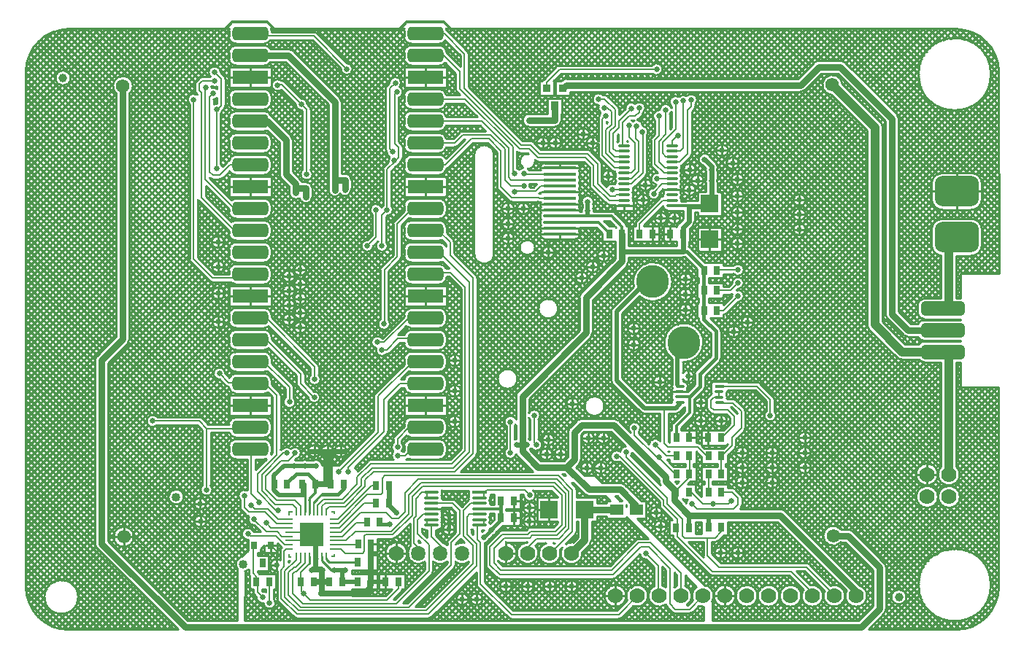
<source format=gbl>
G04*
G04 #@! TF.GenerationSoftware,Altium Limited,CircuitStudio,1.5.2 (30)*
G04*
G04 Layer_Physical_Order=2*
G04 Layer_Color=51200*
%FSLAX25Y25*%
%MOIN*%
G70*
G01*
G75*
%ADD10C,0.01000*%
%ADD15C,0.03937*%
%ADD16C,0.00800*%
%ADD17C,0.02000*%
%ADD18C,0.03000*%
%ADD19C,0.01800*%
%ADD20C,0.02600*%
%ADD21C,0.01200*%
%ADD22C,0.02200*%
%ADD23C,0.04000*%
%ADD25C,0.04000*%
%ADD26C,0.07000*%
%ADD27C,0.06200*%
%ADD28O,0.06500X0.07000*%
%ADD29C,0.02500*%
%ADD30O,0.07000X0.01200*%
%ADD31R,0.07000X0.01200*%
%ADD32O,0.05400X0.01200*%
%ADD33R,0.05400X0.01200*%
%ADD34R,0.03150X0.03937*%
%ADD35R,0.08000X0.08000*%
%ADD36R,0.02800X0.04200*%
%ADD37R,0.02800X0.03600*%
%ADD38R,0.03600X0.04200*%
%ADD39R,0.03600X0.03600*%
G04:AMPARAMS|DCode=40|XSize=62mil|YSize=164mil|CornerRadius=17.05mil|HoleSize=0mil|Usage=FLASHONLY|Rotation=270.000|XOffset=0mil|YOffset=0mil|HoleType=Round|Shape=RoundedRectangle|*
%AMROUNDEDRECTD40*
21,1,0.06200,0.12990,0,0,270.0*
21,1,0.02790,0.16400,0,0,270.0*
1,1,0.03410,-0.06495,-0.01395*
1,1,0.03410,-0.06495,0.01395*
1,1,0.03410,0.06495,0.01395*
1,1,0.03410,0.06495,-0.01395*
%
%ADD40ROUNDEDRECTD40*%
%ADD41R,0.16400X0.06200*%
%ADD42O,0.04400X0.01378*%
%ADD43O,0.04400X0.01378*%
%ADD44R,0.04400X0.01378*%
%ADD45R,0.01700X0.00600*%
%ADD46R,0.00600X0.01700*%
%ADD47R,0.01460X0.00600*%
%ADD48R,0.00600X0.01460*%
G04:AMPARAMS|DCode=49|XSize=7.8mil|YSize=6mil|CornerRadius=0mil|HoleSize=0mil|Usage=FLASHONLY|Rotation=225.000|XOffset=0mil|YOffset=0mil|HoleType=Round|Shape=Rectangle|*
%AMROTATEDRECTD49*
4,1,4,0.00064,0.00488,0.00488,0.00064,-0.00064,-0.00488,-0.00488,-0.00064,0.00064,0.00488,0.0*
%
%ADD49ROTATEDRECTD49*%

%ADD50R,0.11000X0.11000*%
%ADD51R,0.00984X0.03500*%
%ADD52O,0.00984X0.03500*%
%ADD53O,0.03500X0.00984*%
%ADD54R,0.06000X0.05000*%
%ADD55R,0.08000X0.08000*%
%ADD56C,0.15000*%
G04:AMPARAMS|DCode=57|XSize=14mil|YSize=150mil|CornerRadius=3.5mil|HoleSize=0mil|Usage=FLASHONLY|Rotation=270.000|XOffset=0mil|YOffset=0mil|HoleType=Round|Shape=RoundedRectangle|*
%AMROUNDEDRECTD57*
21,1,0.01400,0.14300,0,0,270.0*
21,1,0.00700,0.15000,0,0,270.0*
1,1,0.00700,-0.07150,-0.00350*
1,1,0.00700,-0.07150,0.00350*
1,1,0.00700,0.07150,0.00350*
1,1,0.00700,0.07150,-0.00350*
%
%ADD57ROUNDEDRECTD57*%
G04:AMPARAMS|DCode=58|XSize=200mil|YSize=140mil|CornerRadius=35mil|HoleSize=0mil|Usage=FLASHONLY|Rotation=0.000|XOffset=0mil|YOffset=0mil|HoleType=Round|Shape=RoundedRectangle|*
%AMROUNDEDRECTD58*
21,1,0.20000,0.07000,0,0,0.0*
21,1,0.13000,0.14000,0,0,0.0*
1,1,0.07000,0.06500,-0.03500*
1,1,0.07000,-0.06500,-0.03500*
1,1,0.07000,-0.06500,0.03500*
1,1,0.07000,0.06500,0.03500*
%
%ADD58ROUNDEDRECTD58*%
G04:AMPARAMS|DCode=59|XSize=65mil|YSize=200mil|CornerRadius=16.25mil|HoleSize=0mil|Usage=FLASHONLY|Rotation=270.000|XOffset=0mil|YOffset=0mil|HoleType=Round|Shape=RoundedRectangle|*
%AMROUNDEDRECTD59*
21,1,0.06500,0.16750,0,0,270.0*
21,1,0.03250,0.20000,0,0,270.0*
1,1,0.03250,-0.08375,-0.01625*
1,1,0.03250,-0.08375,0.01625*
1,1,0.03250,0.08375,0.01625*
1,1,0.03250,0.08375,-0.01625*
%
%ADD59ROUNDEDRECTD59*%
%ADD60C,0.02400*%
%ADD61C,0.00950*%
%ADD62C,0.01400*%
%ADD63C,0.01300*%
%ADD64C,0.01500*%
%ADD65C,0.01600*%
%ADD66C,0.03300*%
%ADD67C,0.04400*%
D10*
X3153279Y1760279D02*
G03*
X3155400Y1759400I2121J2121D01*
G01*
X3149700Y1762300D02*
G03*
X3149141Y1763646I-1900J0D01*
G01*
X3153278Y1760280D02*
G03*
X3155400Y1759400I2122J2120D01*
G01*
X3149700Y1762300D02*
G03*
X3149143Y1763643I-1900J0D01*
G01*
X3178200Y1739900D02*
G03*
X3176856Y1739343I0J-1900D01*
G01*
X3178200Y1739900D02*
G03*
X3176854Y1739341I0J-1900D01*
G01*
X3155679Y1737056D02*
G03*
X3156601Y1739283I-2227J2227D01*
G01*
X3149143Y1741857D02*
G03*
X3149700Y1743200I-1343J1343D01*
G01*
X3149141Y1741854D02*
G03*
X3149700Y1743200I-1341J1346D01*
G01*
X3178568Y1732781D02*
G03*
X3181362Y1730351I2732J319D01*
G01*
X3155679Y1737056D02*
G03*
X3156601Y1739283I-2227J2227D01*
G01*
X3152402Y1733234D02*
G03*
X3152375Y1733752I-5000J0D01*
G01*
X3139625Y1737712D02*
G03*
X3139198Y1737900I-2224J-4478D01*
G01*
X3147920Y1738207D02*
G03*
X3144776Y1737489I-518J-4973D01*
G01*
X3143146Y1735859D02*
G03*
X3152402Y1733234I4255J-2626D01*
G01*
X3135605Y1737900D02*
G03*
X3132402Y1733241I1796J-4666D01*
G01*
X3142402Y1733234D02*
G03*
X3142134Y1734847I-5000J0D01*
G01*
X3132402Y1733227D02*
G03*
X3142402Y1733234I5000J7D01*
G01*
X3131050Y1759700D02*
G03*
X3129950Y1761900I-2750J0D01*
G01*
X3125551Y1759762D02*
G03*
X3131050Y1759700I2749J-62D01*
G01*
X3130950Y1754000D02*
G03*
X3130950Y1754000I-2750J0D01*
G01*
Y1747700D02*
G03*
X3128271Y1744951I-2750J0D01*
G01*
X3110300Y1758500D02*
G03*
X3110262Y1758900I-2100J0D01*
G01*
X3110300Y1756000D02*
G03*
X3109888Y1757250I-2100J0D01*
G01*
X3110262Y1755600D02*
G03*
X3110300Y1756000I-2062J400D01*
G01*
Y1751000D02*
G03*
X3110262Y1751400I-2100J0D01*
G01*
X3109888Y1749750D02*
G03*
X3110300Y1751000I-1688J1250D01*
G01*
X3128722Y1745000D02*
G03*
X3130950Y1747700I-522J2700D01*
G01*
X3128271Y1744951D02*
G03*
X3127357Y1744444I429J-1851D01*
G01*
X3128271Y1744951D02*
G03*
X3127354Y1744441I429J-1851D01*
G01*
X3127140Y1738227D02*
G03*
X3132402Y1733227I262J-4993D01*
G01*
Y1733241D02*
G03*
X3130996Y1736709I-5000J-7D01*
G01*
X3115800Y1743700D02*
G03*
X3114454Y1743141I0J-1900D01*
G01*
X3110300Y1748500D02*
G03*
X3109888Y1749750I-2100J0D01*
G01*
X3115800Y1743700D02*
G03*
X3114457Y1743143I0J-1900D01*
G01*
X3109888Y1747250D02*
G03*
X3110300Y1748500I-1688J1250D01*
G01*
X3110160Y1746754D02*
G03*
X3109888Y1747250I-1960J-754D01*
G01*
X3122402Y1733234D02*
G03*
X3117421Y1738234I-5000J0D01*
G01*
X3113800Y1729766D02*
G03*
X3122402Y1733234I3602J3468D01*
G01*
X3111348Y1741154D02*
G03*
X3113246Y1743052I-748J2646D01*
G01*
X3204493Y1717801D02*
G03*
X3202402Y1713734I2909J-4067D01*
G01*
D02*
G03*
X3199302Y1718359I-5000J0D01*
G01*
X3195502D02*
G03*
X3194300Y1717656I1900J-4625D01*
G01*
X3190500Y1717658D02*
G03*
X3188802Y1718534I-3098J-3924D01*
G01*
X3185002Y1718120D02*
G03*
X3182402Y1713734I2400J-4386D01*
G01*
X3166500Y1721500D02*
G03*
X3167846Y1722059I0J1900D01*
G01*
X3166500Y1721500D02*
G03*
X3167843Y1722057I0J1900D01*
G01*
X3175569Y1709082D02*
G03*
X3182402Y1713734I1833J4652D01*
G01*
D02*
G03*
X3172402Y1713741I-5000J0D01*
G01*
X3172402D02*
G03*
X3172402Y1713727I-5000J-7D01*
G01*
X3202402Y1713734D02*
G03*
X3202788Y1711807I5000J0D01*
G01*
X3200061Y1709500D02*
G03*
X3202402Y1713734I-2660J4234D01*
G01*
X3205475Y1709120D02*
G03*
X3207758Y1708747I1927J4614D01*
G01*
X3201268Y1705700D02*
G03*
X3202614Y1706259I0J1900D01*
G01*
X3201268Y1705700D02*
G03*
X3202611Y1706256I0J1900D01*
G01*
X3190509Y1709817D02*
G03*
X3191056Y1708657I1891J183D01*
G01*
X3190509Y1709817D02*
G03*
X3191059Y1708654I1891J183D01*
G01*
X3193456Y1706256D02*
G03*
X3194800Y1705700I1343J1343D01*
G01*
X3193454Y1706259D02*
G03*
X3194800Y1705700I1346J1341D01*
G01*
X3172402Y1713727D02*
G03*
X3172828Y1711715I5000J7D01*
G01*
X3182402Y1713734D02*
G03*
X3190509Y1709817I5000J0D01*
G01*
X3168900Y1703200D02*
G03*
X3170246Y1703759I0J1900D01*
G01*
X3168900Y1703200D02*
G03*
X3170243Y1703757I0J1900D01*
G01*
X3150150Y1718100D02*
G03*
X3150150Y1718100I-2750J0D01*
G01*
X3140150D02*
G03*
X3140150Y1718100I-2750J0D01*
G01*
X3113354Y1722059D02*
G03*
X3114700Y1721500I1346J1341D01*
G01*
X3113357Y1722057D02*
G03*
X3114700Y1721500I1343J1343D01*
G01*
X3130150Y1718100D02*
G03*
X3130150Y1718100I-2750J0D01*
G01*
X3120150D02*
G03*
X3120150Y1718100I-2750J0D01*
G01*
X3118654Y1703759D02*
G03*
X3120000Y1703200I1346J1341D01*
G01*
X3118657Y1703757D02*
G03*
X3120000Y1703200I1343J1343D01*
G01*
X3100339Y1758900D02*
G03*
X3100475Y1757660I2062J-400D01*
G01*
Y1757660D02*
G03*
X3100056Y1757343I925J-1660D01*
G01*
X3109888Y1757250D02*
G03*
X3110300Y1758500I-1688J1250D01*
G01*
X3100475Y1757660D02*
G03*
X3100054Y1757341I925J-1660D01*
G01*
X3094431Y1757343D02*
G03*
X3093087Y1757900I-1343J-1343D01*
G01*
X3094433Y1757341D02*
G03*
X3093087Y1757900I-1346J-1341D01*
G01*
X3101600Y1744058D02*
G03*
X3102400Y1743900I800J1942D01*
G01*
X3088400Y1761000D02*
G03*
X3088197Y1761900I-2100J0D01*
G01*
X3088313Y1757900D02*
G03*
X3088400Y1758500I-2012J600D01*
G01*
X3087988Y1759750D02*
G03*
X3088400Y1761000I-1688J1250D01*
G01*
Y1758500D02*
G03*
X3087988Y1759750I-2100J0D01*
G01*
X3088400Y1753500D02*
G03*
X3088313Y1754100I-2100J0D01*
G01*
X3087988Y1752250D02*
G03*
X3088400Y1753500I-1688J1250D01*
G01*
Y1751000D02*
G03*
X3087988Y1752250I-2100J0D01*
G01*
X3094150Y1750900D02*
G03*
X3094150Y1750900I-2750J0D01*
G01*
Y1744200D02*
G03*
X3094150Y1744200I-2750J0D01*
G01*
X3087988Y1749750D02*
G03*
X3088400Y1751000I-1688J1250D01*
G01*
Y1748500D02*
G03*
X3087988Y1749750I-2100J0D01*
G01*
Y1747250D02*
G03*
X3088400Y1748500I-1688J1250D01*
G01*
Y1746000D02*
G03*
X3087988Y1747250I-2100J0D01*
G01*
X3086300Y1743900D02*
G03*
X3088400Y1746000I0J2100D01*
G01*
X3107700Y1737779D02*
G03*
X3109946Y1739752I-400J2721D01*
G01*
X3098257Y1738156D02*
G03*
X3094400Y1737165I-855J-4672D01*
G01*
X3108859Y1737546D02*
G03*
X3108300Y1736200I1341J-1346D01*
G01*
X3108857Y1737543D02*
G03*
X3108300Y1736200I1343J-1343D01*
G01*
Y1727900D02*
G03*
X3108857Y1726557I1900J0D01*
G01*
X3108300Y1727900D02*
G03*
X3108859Y1726554I1900J0D01*
G01*
X3091157Y1739444D02*
G03*
X3090600Y1738100I1343J-1343D01*
G01*
X3091159Y1739446D02*
G03*
X3090600Y1738100I1341J-1346D01*
G01*
Y1736996D02*
G03*
X3088748Y1738039I-3198J-3512D01*
G01*
X3094400Y1729302D02*
G03*
X3100500Y1729383I3002J3681D01*
G01*
X3093843Y1726557D02*
G03*
X3094400Y1727900I-1343J1343D01*
G01*
X3093841Y1726554D02*
G03*
X3094400Y1727900I-1341J1346D01*
G01*
X3084200Y1729475D02*
G03*
X3090600Y1729472I3202J3509D01*
G01*
X3079100Y1744435D02*
G03*
X3080500Y1743900I1400J1565D01*
G01*
X3078510Y1738103D02*
G03*
X3077767Y1738220I-1109J-4619D01*
G01*
X3065700Y1739800D02*
G03*
X3067046Y1740359I0J1900D01*
G01*
X3065700Y1739800D02*
G03*
X3067043Y1740356I0J1900D01*
G01*
X3073600Y1737800D02*
G03*
X3073932Y1736728I1900J0D01*
G01*
X3073600Y1737800D02*
G03*
X3073932Y1736728I1900J0D01*
G01*
X3073932D02*
G03*
X3072652Y1733484I3470J-3244D01*
G01*
X3072402Y1733234D02*
G03*
X3072402Y1733234I-5000J0D01*
G01*
X3014857Y1735644D02*
G03*
X3014300Y1734300I1343J-1343D01*
G01*
X3014859Y1735646D02*
G03*
X3014300Y1734300I1341J-1346D01*
G01*
X3072652Y1732984D02*
G03*
X3080400Y1729300I4750J0D01*
G01*
X3014300Y1730062D02*
G03*
X3012900Y1725166I-1700J-2162D01*
G01*
X2998288Y1724847D02*
G03*
X3000100Y1725864I-730J3423D01*
G01*
X2998288Y1724847D02*
G03*
X3000100Y1725864I-730J3423D01*
G01*
X3103900Y1719300D02*
G03*
X3104457Y1717957I1900J0D01*
G01*
X3083644Y1723756D02*
G03*
X3084200Y1725100I-1343J1343D01*
G01*
X3083641Y1723754D02*
G03*
X3084200Y1725100I-1341J1346D01*
G01*
X3103900Y1719300D02*
G03*
X3104459Y1717954I1900J0D01*
G01*
X3069744Y1715656D02*
G03*
X3070292Y1716832I-1343J1343D01*
G01*
X3069741Y1715654D02*
G03*
X3070292Y1716832I-1341J1346D01*
G01*
X3106750Y1712200D02*
G03*
X3106750Y1712200I-2750J0D01*
G01*
X3100250D02*
G03*
X3100250Y1712200I-2750J0D01*
G01*
X3082000Y1703500D02*
G03*
X3083344Y1704057I0J1900D01*
G01*
X3082000Y1703500D02*
G03*
X3083346Y1704059I0J1900D01*
G01*
X3000100Y1724000D02*
G03*
X3000325Y1723103I1900J0D01*
G01*
X3000100Y1724000D02*
G03*
X3000325Y1723103I1900J0D01*
G01*
X3007600Y1715523D02*
G03*
X3006238Y1715849I-1300J-2423D01*
G01*
X3002100Y1715400D02*
G03*
X3002659Y1714054I1900J0D01*
G01*
X3020654Y1704059D02*
G03*
X3022000Y1703500I1346J1341D01*
G01*
X3020657Y1704057D02*
G03*
X3022000Y1703500I1343J1343D01*
G01*
X3012900Y1712600D02*
G03*
X3013457Y1711256I1900J0D01*
G01*
X3012900Y1712600D02*
G03*
X3013459Y1711254I1900J0D01*
G01*
X3006752Y1710387D02*
G03*
X3012250Y1710500I2748J112D01*
G01*
X3002100Y1715400D02*
G03*
X3002657Y1714057I1900J0D01*
G01*
X3012250Y1710500D02*
G03*
X3011400Y1712488I-2750J0D01*
G01*
X3003551Y1713162D02*
G03*
X3006752Y1710387I2749J-62D01*
G01*
X3338902Y1952234D02*
G03*
X3338902Y1952234I-16500J0D01*
G01*
X3272322Y1957620D02*
G03*
X3270200Y1958500I-2122J-2120D01*
G01*
X3260300D02*
G03*
X3258179Y1957621I0J-3000D01*
G01*
X3260300Y1958500D02*
G03*
X3258178Y1957620I0J-3000D01*
G01*
X3272321Y1957621D02*
G03*
X3270200Y1958500I-2121J-2121D01*
G01*
X3271132Y1947698D02*
G03*
X3266182Y1942748I-4586J-364D01*
G01*
X3334878Y1902159D02*
G03*
X3329878Y1907159I-5000J0D01*
G01*
X3316878D02*
G03*
X3311878Y1902159I0J-5000D01*
G01*
X3296800Y1931900D02*
G03*
X3295920Y1934023I-3000J0D01*
G01*
X3296800Y1931900D02*
G03*
X3295921Y1934021I-3000J0D01*
G01*
X3289500Y1927880D02*
G03*
X3288470Y1930359I-3500J0D01*
G01*
X3289500Y1927880D02*
G03*
X3288475Y1930355I-3500J0D01*
G01*
X3252000Y1944200D02*
G03*
X3254121Y1945079I0J3000D01*
G01*
X3252000Y1944200D02*
G03*
X3254123Y1945080I0J3000D01*
G01*
X3204000Y1938412D02*
G03*
X3204850Y1940400I-1900J1988D01*
G01*
X3203444Y1936156D02*
G03*
X3204000Y1937500I-1343J1343D01*
G01*
X3218950Y1917400D02*
G03*
X3218950Y1917400I-2750J0D01*
G01*
X3210209Y1915209D02*
G03*
X3207129Y1915733I-1909J-1909D01*
G01*
X3203441Y1936154D02*
G03*
X3204000Y1937500I-1341J1346D01*
G01*
X3204850Y1940400D02*
G03*
X3200071Y1942257I-2750J0D01*
G01*
X3201743Y1914356D02*
G03*
X3202300Y1915700I-1343J1343D01*
G01*
X3201741Y1914354D02*
G03*
X3202300Y1915700I-1341J1346D01*
G01*
X3225950Y1904200D02*
G03*
X3225950Y1904200I-2750J0D01*
G01*
X3223750Y1911600D02*
G03*
X3223750Y1911600I-2750J0D01*
G01*
X3214000Y1910300D02*
G03*
X3213209Y1912209I-2700J0D01*
G01*
X3214000Y1910300D02*
G03*
X3213209Y1912209I-2700J0D01*
G01*
X3207129Y1915733D02*
G03*
X3207104Y1910678I1071J-2533D01*
G01*
X3204050Y1908600D02*
G03*
X3204050Y1908600I-2750J0D01*
G01*
X3214000Y1908078D02*
G03*
X3214050Y1908600I-2700J522D01*
G01*
D02*
G03*
X3214000Y1909122I-2750J0D01*
G01*
X3214050Y1903400D02*
G03*
X3214000Y1903922I-2750J0D01*
G01*
X3208600Y1909122D02*
G03*
X3208600Y1908078I2700J-522D01*
G01*
Y1903922D02*
G03*
X3208600Y1902878I2700J-522D01*
G01*
X3207650Y1903600D02*
G03*
X3207650Y1903600I-2750J0D01*
G01*
X3329878Y1890159D02*
G03*
X3334878Y1895159I0J5000D01*
G01*
X3311878D02*
G03*
X3316878Y1890159I5000J0D01*
G01*
X3334878Y1881159D02*
G03*
X3329878Y1886159I-5000J0D01*
G01*
X3316878D02*
G03*
X3311878Y1881159I0J-5000D01*
G01*
X3254250Y1894697D02*
G03*
X3254250Y1894697I-2750J0D01*
G01*
Y1888100D02*
G03*
X3254250Y1888100I-2750J0D01*
G01*
Y1881261D02*
G03*
X3254250Y1881261I-2750J0D01*
G01*
X3329878Y1869159D02*
G03*
X3334878Y1874159I0J5000D01*
G01*
X3311878D02*
G03*
X3316185Y1869207I5000J0D01*
G01*
X3308554Y1849732D02*
G03*
X3305429Y1846607I0J-3125D01*
G01*
X3223338Y1854051D02*
G03*
X3226150Y1856800I62J2749D01*
G01*
X3223338Y1848051D02*
G03*
X3226150Y1850800I62J2749D01*
G01*
X3225950Y1896600D02*
G03*
X3225950Y1896600I-2750J0D01*
G01*
Y1889000D02*
G03*
X3225950Y1889000I-2750J0D01*
G01*
X3214000Y1902878D02*
G03*
X3214050Y1903400I-2700J522D01*
G01*
X3225950Y1881400D02*
G03*
X3225950Y1881400I-2750J0D01*
G01*
Y1874800D02*
G03*
X3225950Y1874800I-2750J0D01*
G01*
X3203950Y1899300D02*
G03*
X3203950Y1899300I-2750J0D01*
G01*
X3202853Y1883035D02*
G03*
X3203644Y1884944I-1909J1909D01*
G01*
X3202853Y1883035D02*
G03*
X3203644Y1884944I-1909J1909D01*
G01*
X3226150Y1862800D02*
G03*
X3221412Y1864700I-2750J0D01*
G01*
Y1860900D02*
G03*
X3226150Y1862800I1988J1900D01*
G01*
Y1856800D02*
G03*
X3220651Y1856738I-2750J0D01*
G01*
X3220000Y1851500D02*
G03*
X3220792Y1851673I0J1900D01*
G01*
X3220000Y1851500D02*
G03*
X3220792Y1851673I0J1900D01*
G01*
X3226150Y1850800D02*
G03*
X3222762Y1853475I-2750J0D01*
G01*
X3220792Y1851673D02*
G03*
X3220651Y1850738I2608J-873D01*
G01*
X3202250Y1858600D02*
G03*
X3202250Y1858600I-2750J0D01*
G01*
Y1851600D02*
G03*
X3202250Y1851600I-2750J0D01*
G01*
X3184413Y1952500D02*
G03*
X3189050Y1954500I1887J2000D01*
G01*
D02*
G03*
X3184221Y1956300I-2750J0D01*
G01*
X3200071Y1942257D02*
G03*
X3196471Y1941857I-1571J-2257D01*
G01*
Y1941857D02*
G03*
X3193000Y1937612I-1571J-2257D01*
G01*
Y1936796D02*
G03*
X3187651Y1935827I-2600J-896D01*
G01*
X3192300Y1933912D02*
G03*
X3193000Y1935004I-1900J1988D01*
G01*
X3181150Y1936800D02*
G03*
X3176440Y1938729I-2750J0D01*
G01*
X3187651Y1935827D02*
G03*
X3185400Y1931112I-351J-2727D01*
G01*
X3180298Y1934810D02*
G03*
X3181150Y1936800I-1898J1990D01*
G01*
X3179744Y1933557D02*
G03*
X3180298Y1934810I-1343J1343D01*
G01*
X3179741Y1933554D02*
G03*
X3180298Y1934810I-1341J1346D01*
G01*
X3176440Y1938729D02*
G03*
X3171951Y1936538I-1740J-2129D01*
G01*
X3177426Y1931341D02*
G03*
X3177843Y1931656I-926J1659D01*
G01*
X3177426Y1931341D02*
G03*
X3177846Y1931659I-926J1659D01*
G01*
X3175458Y1930728D02*
G03*
X3174943Y1931100I-1858J-2028D01*
G01*
X3176054D02*
G03*
X3175458Y1930728I1146J-2500D01*
G01*
X3163846Y1942141D02*
G03*
X3162500Y1942700I-1346J-1341D01*
G01*
X3169200Y1936000D02*
G03*
X3168644Y1937343I-1900J0D01*
G01*
X3163844Y1942143D02*
G03*
X3162500Y1942700I-1343J-1343D01*
G01*
X3169200Y1936000D02*
G03*
X3168641Y1937346I-1900J0D01*
G01*
X3163400Y1930396D02*
G03*
X3163700Y1930469I-500J2704D01*
G01*
X3183600Y1911200D02*
G03*
X3184159Y1909854I1900J0D01*
G01*
X3183600Y1911200D02*
G03*
X3184156Y1909856I1900J0D01*
G01*
X3197458Y1910258D02*
G03*
X3198046Y1910659I-758J1742D01*
G01*
X3184159Y1923546D02*
G03*
X3183600Y1922200I1341J-1346D01*
G01*
X3184156Y1923544D02*
G03*
X3183600Y1922200I1343J-1343D01*
G01*
X3197600Y1909500D02*
G03*
X3197458Y1910258I-2100J0D01*
G01*
Y1910258D02*
G03*
X3198043Y1910657I-758J1742D01*
G01*
X3197600Y1907000D02*
G03*
X3197187Y1908250I-2100J0D01*
G01*
X3197187Y1905750D02*
G03*
X3197600Y1907000I-1688J1250D01*
G01*
Y1904500D02*
G03*
X3197187Y1905750I-2100J0D01*
G01*
X3197187Y1908250D02*
G03*
X3197600Y1909500I-1688J1250D01*
G01*
X3197187Y1903250D02*
G03*
X3197600Y1904500I-1688J1250D01*
G01*
X3186777Y1907236D02*
G03*
X3185924Y1901811I-277J-2736D01*
G01*
X3197600Y1902000D02*
G03*
X3197187Y1903250I-2100J0D01*
G01*
X3183950Y1901600D02*
G03*
X3183950Y1901600I-2750J0D01*
G01*
X3182450Y1925800D02*
G03*
X3179949Y1928539I-2750J0D01*
G01*
X3179950Y1928600D02*
G03*
X3177426Y1931341I-2750J0D01*
G01*
X3181800Y1924025D02*
G03*
X3182450Y1925800I-2100J1775D01*
G01*
X3168800Y1921512D02*
G03*
X3168300Y1921289I600J-2012D01*
G01*
X3181244Y1905757D02*
G03*
X3181800Y1907100I-1343J1343D01*
G01*
X3181241Y1905754D02*
G03*
X3181800Y1907100I-1341J1346D01*
G01*
X3167388Y1907600D02*
G03*
X3167713Y1905750I2012J-600D01*
G01*
D02*
G03*
X3167713Y1903250I1688J-1250D01*
G01*
D02*
G03*
X3167304Y1901864I1688J-1250D01*
G01*
X3165756Y1908157D02*
G03*
X3167100Y1907600I1343J1343D01*
G01*
X3165754Y1908159D02*
G03*
X3167100Y1907600I1346J1341D01*
G01*
X3166850Y1905600D02*
G03*
X3166850Y1905600I-2750J0D01*
G01*
X3161788Y1942700D02*
G03*
X3159802Y1938050I-1988J-1900D01*
G01*
X3160659Y1934694D02*
G03*
X3160151Y1933038I2241J-1594D01*
G01*
X3159802Y1938050D02*
G03*
X3160659Y1934694I2498J-1150D01*
G01*
X3160151Y1933038D02*
G03*
X3159600Y1931700I1349J-1338D01*
G01*
X3160151Y1933038D02*
G03*
X3159600Y1931700I1349J-1338D01*
G01*
X3141900Y1956300D02*
G03*
X3140557Y1955743I0J-1900D01*
G01*
X3141900Y1956300D02*
G03*
X3140554Y1955741I0J-1900D01*
G01*
X3145000Y1950200D02*
G03*
X3142879Y1949321I0J-3000D01*
G01*
X3145000Y1950200D02*
G03*
X3142878Y1949320I0J-3000D01*
G01*
X3134659Y1949846D02*
G03*
X3134167Y1949000I1341J-1346D01*
G01*
X3134657Y1949843D02*
G03*
X3134167Y1949000I1343J-1343D01*
G01*
X3142818Y1931164D02*
G03*
X3142800Y1931489I-3000J0D01*
G01*
X3139818Y1928164D02*
G03*
X3142818Y1931164I0J3000D01*
G01*
X3155550Y1924900D02*
G03*
X3155550Y1924900I-2750J0D01*
G01*
X3159600Y1921422D02*
G03*
X3159600Y1920378I-2700J-522D01*
G01*
X3161200Y1911200D02*
G03*
X3160644Y1912543I-1900J0D01*
G01*
X3159600Y1915100D02*
G03*
X3160156Y1913757I1900J0D01*
G01*
X3159600Y1915100D02*
G03*
X3160159Y1913754I1900J0D01*
G01*
X3161200Y1911200D02*
G03*
X3160641Y1912546I-1900J0D01*
G01*
X3155943Y1917244D02*
G03*
X3154600Y1917800I-1343J-1343D01*
G01*
X3155946Y1917241D02*
G03*
X3154600Y1917800I-1346J-1341D01*
G01*
X3142650Y1920800D02*
G03*
X3142650Y1920800I-2750J0D01*
G01*
X3151188Y1909724D02*
G03*
X3149338Y1911574I-1850J0D01*
G01*
X3150876Y1907996D02*
G03*
X3151188Y1909024I-1538J1028D01*
G01*
Y1904212D02*
G03*
X3150876Y1905240I-1850J0D01*
G01*
Y1902484D02*
G03*
X3151188Y1903512I-1538J1028D01*
G01*
Y1906968D02*
G03*
X3150876Y1907996I-1850J0D01*
G01*
Y1905240D02*
G03*
X3151188Y1906268I-1538J1028D01*
G01*
X3197187Y1898250D02*
G03*
X3197600Y1899500I-1688J1250D01*
G01*
X3200944Y1894400D02*
G03*
X3199707Y1894100I0J-2700D01*
G01*
X3197600Y1897000D02*
G03*
X3197187Y1898250I-2100J0D01*
G01*
X3197561Y1894100D02*
G03*
X3197600Y1894500I-2062J400D01*
G01*
Y1899500D02*
G03*
X3197187Y1900750I-2100J0D01*
G01*
D02*
G03*
X3197600Y1902000I-1688J1250D01*
G01*
X3189212Y1899725D02*
G03*
X3189613Y1898250I2088J-225D01*
G01*
X3197187Y1895750D02*
G03*
X3197600Y1897000I-1688J1250D01*
G01*
X3189613Y1898250D02*
G03*
X3189288Y1896400I1688J-1250D01*
G01*
X3197600Y1894500D02*
G03*
X3197187Y1895750I-2100J0D01*
G01*
X3200944Y1894400D02*
G03*
X3199707Y1894100I0J-2700D01*
G01*
X3189202Y1891915D02*
G03*
X3191300Y1889900I2098J85D01*
G01*
X3187750Y1897600D02*
G03*
X3187684Y1898197I-2750J0D01*
G01*
X3189100Y1896400D02*
G03*
X3187757Y1895844I0J-1900D01*
G01*
X3189100Y1896400D02*
G03*
X3187754Y1895841I0J-1900D01*
G01*
X3184396Y1900283D02*
G03*
X3187750Y1897600I604J-2683D01*
G01*
X3175558Y1900258D02*
G03*
X3176146Y1900659I-758J1742D01*
G01*
X3175700Y1899500D02*
G03*
X3175558Y1900258I-2100J0D01*
G01*
Y1900258D02*
G03*
X3176143Y1900657I-758J1742D01*
G01*
X3175287Y1898250D02*
G03*
X3175700Y1899500I-1688J1250D01*
G01*
X3182650Y1894700D02*
G03*
X3182650Y1894700I-2750J0D01*
G01*
X3175700Y1897000D02*
G03*
X3175287Y1898250I-2100J0D01*
G01*
X3175700Y1894500D02*
G03*
X3175287Y1895750I-2100J0D01*
G01*
X3175661Y1894100D02*
G03*
X3175700Y1894500I-2062J400D01*
G01*
X3177156Y1885243D02*
G03*
X3176600Y1883900I1343J-1343D01*
G01*
X3196335Y1884153D02*
G03*
X3195583Y1882702I1909J-1909D01*
G01*
X3196335Y1884153D02*
G03*
X3195583Y1882702I1909J-1909D01*
G01*
D02*
G03*
X3195544Y1882244I2661J-458D01*
G01*
X3195583Y1882702D02*
G03*
X3195544Y1882244I2661J-458D01*
G01*
X3201697Y1872897D02*
G03*
X3200944Y1873406I-1697J-1697D01*
G01*
X3201697Y1872897D02*
G03*
X3200944Y1873406I-1697J-1697D01*
G01*
X3198244Y1868500D02*
G03*
X3199150Y1868656I0J2700D01*
G01*
X3198244Y1868500D02*
G03*
X3199150Y1868656I0J2700D01*
G01*
X3197050Y1886400D02*
G03*
X3197050Y1886400I-2750J0D01*
G01*
X3193500Y1857400D02*
G03*
X3175792Y1855127I-9000J0D01*
G01*
X3178462Y1850726D02*
G03*
X3193500Y1857400I6038J6674D01*
G01*
X3190950Y1886400D02*
G03*
X3190950Y1886400I-2750J0D01*
G01*
X3177159Y1885246D02*
G03*
X3176600Y1883900I1341J-1346D01*
G01*
X3175287Y1895750D02*
G03*
X3175700Y1897000I-1688J1250D01*
G01*
X3167304Y1901864D02*
G03*
X3163446Y1900741I-1404J-2364D01*
G01*
X3163254Y1893159D02*
G03*
X3164600Y1892600I1346J1341D01*
G01*
X3163256Y1893156D02*
G03*
X3164600Y1892600I1343J1343D01*
G01*
X3172665Y1882702D02*
G03*
X3172028Y1884083I-2193J-175D01*
G01*
X3172665Y1882702D02*
G03*
X3172024Y1884087I-2193J-175D01*
G01*
X3167156Y1888956D02*
G03*
X3165600Y1889600I-1556J-1556D01*
G01*
X3167159Y1888952D02*
G03*
X3165600Y1889600I-1560J-1552D01*
G01*
X3155600Y1901600D02*
G03*
X3156157Y1900257I1900J0D01*
G01*
X3155600Y1901600D02*
G03*
X3156159Y1900254I1900J0D01*
G01*
X3157550Y1893900D02*
G03*
X3152300Y1892754I-2750J0D01*
G01*
X3157300D02*
G03*
X3157550Y1893900I-2500J1146D01*
G01*
X3150876Y1899728D02*
G03*
X3151188Y1900756I-1538J1028D01*
G01*
Y1901456D02*
G03*
X3150876Y1902484I-1850J0D01*
G01*
X3151188Y1898700D02*
G03*
X3150876Y1899728I-1850J0D01*
G01*
Y1896972D02*
G03*
X3151188Y1898000I-1538J1028D01*
G01*
Y1895945D02*
G03*
X3150876Y1896972I-1850J0D01*
G01*
X3151188Y1893189D02*
G03*
X3150876Y1894217I-1850J0D01*
G01*
Y1894217D02*
G03*
X3151188Y1895244I-1538J1028D01*
G01*
X3157550Y1889900D02*
G03*
X3157300Y1891046I-2750J0D01*
G01*
X3157534Y1889600D02*
G03*
X3157550Y1889900I-2734J300D01*
G01*
X3152300Y1891046D02*
G03*
X3152066Y1889600I2500J-1146D01*
G01*
X3150876Y1891461D02*
G03*
X3151188Y1892489I-1538J1028D01*
G01*
Y1890433D02*
G03*
X3150876Y1891461I-1850J0D01*
G01*
Y1880437D02*
G03*
X3151188Y1881465I-1538J1028D01*
G01*
Y1879409D02*
G03*
X3150876Y1880437I-1850J0D01*
G01*
X3164750Y1869200D02*
G03*
X3164750Y1869200I-2750J0D01*
G01*
X3172594Y1864551D02*
G03*
X3173472Y1866672I-2121J2121D01*
G01*
X3172593Y1864550D02*
G03*
X3173472Y1866672I-2120J2122D01*
G01*
X3166232Y1845568D02*
G03*
X3165500Y1843800I1768J-1768D01*
G01*
X3166232Y1845568D02*
G03*
X3165500Y1843800I1768J-1768D01*
G01*
X3149338Y1876859D02*
G03*
X3151188Y1878709I0J1850D01*
G01*
X3159750Y1864200D02*
G03*
X3159750Y1864200I-2750J0D01*
G01*
X3139550Y1870800D02*
G03*
X3139550Y1870800I-2750J0D01*
G01*
X3154750Y1859200D02*
G03*
X3154750Y1859200I-2750J0D01*
G01*
X3151880Y1852323D02*
G03*
X3151000Y1850200I2120J-2122D01*
G01*
X3151879Y1852321D02*
G03*
X3151000Y1850200I2121J-2121D01*
G01*
X3305429Y1843357D02*
G03*
X3308554Y1840232I3125J0D01*
G01*
Y1839889D02*
G03*
X3305729Y1838100I0J-3125D01*
G01*
X3290800Y1842500D02*
G03*
X3291679Y1840379I3000J0D01*
G01*
X3290800Y1842500D02*
G03*
X3291680Y1840377I3000J0D01*
G01*
X3305767Y1832100D02*
G03*
X3308554Y1830389I2787J1414D01*
G01*
X3299079Y1832979D02*
G03*
X3301200Y1832100I2121J2121D01*
G01*
X3308554Y1830047D02*
G03*
X3306054Y1828797I0J-3125D01*
G01*
Y1821797D02*
G03*
X3308554Y1820547I2500J1875D01*
G01*
X3299078Y1832980D02*
G03*
X3301200Y1832100I2122J2120D01*
G01*
X3282500Y1837700D02*
G03*
X3283529Y1835221I3500J0D01*
G01*
X3282500Y1837700D02*
G03*
X3283525Y1835225I3500J0D01*
G01*
X3295924Y1822826D02*
G03*
X3298403Y1821797I2479J2471D01*
G01*
X3295928Y1822822D02*
G03*
X3298403Y1821797I2475J2475D01*
G01*
X3324732Y1769253D02*
G03*
X3323232Y1772824I-5000J0D01*
G01*
X3256650Y1786000D02*
G03*
X3256650Y1786000I-2750J0D01*
G01*
X3316232Y1772824D02*
G03*
X3314732Y1769253I3500J-3571D01*
G01*
D02*
G03*
X3314732Y1769253I-5000J0D01*
G01*
X3256650Y1772400D02*
G03*
X3256650Y1772400I-2750J0D01*
G01*
Y1779200D02*
G03*
X3256650Y1779200I-2750J0D01*
G01*
X3240100Y1803500D02*
G03*
X3239541Y1804846I-1900J0D01*
G01*
X3240100Y1803500D02*
G03*
X3239544Y1804844I-1900J0D01*
G01*
X3240950Y1796200D02*
G03*
X3240100Y1798188I-2750J0D01*
G01*
X3236300D02*
G03*
X3240950Y1796200I1900J-1988D01*
G01*
X3230550Y1838900D02*
G03*
X3230550Y1838900I-2750J0D01*
G01*
X3233446Y1810941D02*
G03*
X3232100Y1811500I-1346J-1341D01*
G01*
X3224250Y1834600D02*
G03*
X3224250Y1834600I-2750J0D01*
G01*
X3233443Y1810943D02*
G03*
X3232100Y1811500I-1343J-1343D01*
G01*
X3222443Y1803243D02*
G03*
X3221100Y1803800I-1343J-1343D01*
G01*
X3226800Y1798100D02*
G03*
X3226241Y1799446I-1900J0D01*
G01*
X3226800Y1798100D02*
G03*
X3226244Y1799443I-1900J0D01*
G01*
Y1789157D02*
G03*
X3226800Y1790500I-1343J1343D01*
G01*
X3226241Y1789154D02*
G03*
X3226800Y1790500I-1341J1346D01*
G01*
X3222446Y1803241D02*
G03*
X3221100Y1803800I-1346J-1341D01*
G01*
X3241750Y1779200D02*
G03*
X3241750Y1779200I-2750J0D01*
G01*
Y1772400D02*
G03*
X3241750Y1772400I-2750J0D01*
G01*
X3221941Y1781054D02*
G03*
X3222500Y1782400I-1341J1346D01*
G01*
X3221944Y1781057D02*
G03*
X3222500Y1782400I-1343J1343D01*
G01*
X3228050Y1779200D02*
G03*
X3228050Y1779200I-2750J0D01*
G01*
Y1772400D02*
G03*
X3228050Y1772400I-2750J0D01*
G01*
X3314732Y1769253D02*
G03*
X3324732Y1769253I5000J0D01*
G01*
X3314832Y1759011D02*
G03*
X3324832Y1759011I5000J0D01*
G01*
D02*
G03*
X3314832Y1759011I-5000J0D01*
G01*
D02*
G03*
X3314832Y1759011I-5000J0D01*
G01*
X3275787Y1743355D02*
G03*
X3273666Y1744234I-2121J-2121D01*
G01*
X3275789Y1743354D02*
G03*
X3273666Y1744234I-2122J-2120D01*
G01*
X3270393D02*
G03*
X3270393Y1738234I-3487J-3000D01*
G01*
X3291100Y1726800D02*
G03*
X3290221Y1728921I-3000J0D01*
G01*
X3291100Y1726800D02*
G03*
X3290220Y1728922I-3000J0D01*
G01*
X3338902Y1718734D02*
G03*
X3338902Y1718734I-16500J0D01*
G01*
X3300370Y1713234D02*
G03*
X3300370Y1713234I-3469J0D01*
G01*
X3282402Y1713734D02*
G03*
X3278957Y1718486I-5000J0D01*
G01*
X3272949Y1716009D02*
G03*
X3272401Y1713734I4453J-2275D01*
G01*
D02*
G03*
X3265738Y1718449I-5000J0D01*
G01*
X3272401Y1713734D02*
G03*
X3282402Y1713734I5000J0D01*
G01*
X3262901Y1715912D02*
G03*
X3272401Y1713734I4501J-2178D01*
G01*
X3290221Y1705679D02*
G03*
X3291100Y1707800I-2121J2121D01*
G01*
X3290220Y1705677D02*
G03*
X3291100Y1707800I-2120J2122D01*
G01*
X3241750Y1765600D02*
G03*
X3241750Y1765600I-2750J0D01*
G01*
X3244722Y1752720D02*
G03*
X3242600Y1753600I-2122J-2120D01*
G01*
X3244721Y1752721D02*
G03*
X3242600Y1753600I-2121J-2121D01*
G01*
X3255944Y1728243D02*
G03*
X3254600Y1728800I-1343J-1343D01*
G01*
X3255946Y1728241D02*
G03*
X3254600Y1728800I-1346J-1341D01*
G01*
X3225300Y1758600D02*
G03*
X3224741Y1759946I-1900J0D01*
G01*
X3225300Y1758600D02*
G03*
X3224744Y1759944I-1900J0D01*
G01*
X3224741Y1754054D02*
G03*
X3225300Y1755400I-1341J1346D01*
G01*
X3228050Y1765600D02*
G03*
X3228050Y1765600I-2750J0D01*
G01*
X3222146Y1762541D02*
G03*
X3220800Y1763100I-1346J-1341D01*
G01*
X3222144Y1762543D02*
G03*
X3220800Y1763100I-1343J-1343D01*
G01*
X3224744Y1754057D02*
G03*
X3225300Y1755400I-1343J1343D01*
G01*
X3226150Y1733400D02*
G03*
X3226150Y1733400I-2750J0D01*
G01*
X3262402Y1713734D02*
G03*
X3256530Y1718657I-5000J0D01*
G01*
X3252402Y1713727D02*
G03*
X3262402Y1713734I5000J7D01*
G01*
X3253267Y1716546D02*
G03*
X3252402Y1713741I4134J-2812D01*
G01*
X3252402D02*
G03*
X3242402Y1713734I-5000J-7D01*
G01*
D02*
G03*
X3252402Y1713727I5000J0D01*
G01*
X3242402Y1713734D02*
G03*
X3232402Y1713734I-5000J0D01*
G01*
D02*
G03*
X3222401Y1713734I-5000J0D01*
G01*
D02*
G03*
X3212402Y1713741I-5000J0D01*
G01*
Y1713727D02*
G03*
X3222401Y1713734I5000J7D01*
G01*
X3232402D02*
G03*
X3242402Y1713734I5000J0D01*
G01*
X3222401D02*
G03*
X3232402Y1713734I5000J0D01*
G01*
X3216875Y1842302D02*
G03*
X3218143Y1842856I-75J1898D01*
G01*
X3216875Y1842302D02*
G03*
X3218146Y1842859I-75J1898D01*
G01*
X3215700Y1834700D02*
G03*
X3214997Y1836397I-2400J0D01*
G01*
X3215700Y1834700D02*
G03*
X3214997Y1836397I-2400J0D01*
G01*
Y1820803D02*
G03*
X3215700Y1822500I-1697J1697D01*
G01*
X3214997Y1820803D02*
G03*
X3215700Y1822500I-1697J1697D01*
G01*
X3211200Y1807854D02*
G03*
X3211350Y1806184I2089J-654D01*
G01*
X3218072Y1805900D02*
G03*
X3218500Y1807200I-1761J1300D01*
G01*
X3211350Y1806184D02*
G03*
X3211057Y1805943I1050J-1584D01*
G01*
X3211350Y1806184D02*
G03*
X3211054Y1805941I1050J-1584D01*
G01*
X3207797Y1807803D02*
G03*
X3208500Y1809500I-1697J1697D01*
G01*
X3207797Y1807803D02*
G03*
X3208500Y1809500I-1697J1697D01*
G01*
X3205400Y1840200D02*
G03*
X3206103Y1838503I2400J0D01*
G01*
X3205400Y1840200D02*
G03*
X3206103Y1838503I2400J0D01*
G01*
X3204403Y1816997D02*
G03*
X3203700Y1815300I1697J-1697D01*
G01*
X3202250Y1844600D02*
G03*
X3202250Y1844600I-2750J0D01*
G01*
X3198300Y1820509D02*
G03*
X3207700Y1829500I400J8991D01*
G01*
X3204403Y1816997D02*
G03*
X3203700Y1815300I1697J-1697D01*
G01*
X3198300Y1812692D02*
G03*
X3203350Y1814200I2300J1508D01*
G01*
D02*
G03*
X3198300Y1815708I-2750J0D01*
G01*
X3200600Y1809600D02*
G03*
X3198411Y1811789I-2189J0D01*
G01*
X3200498Y1807292D02*
G03*
X3200190Y1808324I-2187J-92D01*
G01*
Y1808324D02*
G03*
X3200600Y1809600I-1778J1276D01*
G01*
X3193300Y1810254D02*
G03*
X3193510Y1808476I2089J-654D01*
G01*
D02*
G03*
X3193492Y1805950I1778J-1276D01*
G01*
X3218500Y1804600D02*
G03*
X3218072Y1805900I-2189J0D01*
G01*
X3218349Y1803800D02*
G03*
X3218500Y1804600I-2038J800D01*
G01*
X3209759Y1804646D02*
G03*
X3209200Y1803300I1341J-1346D01*
G01*
X3209756Y1804643D02*
G03*
X3209200Y1803300I1343J-1343D01*
G01*
Y1799900D02*
G03*
X3209756Y1798557I1900J0D01*
G01*
X3210957Y1797356D02*
G03*
X3212300Y1796800I1343J1343D01*
G01*
X3210954Y1797359D02*
G03*
X3212300Y1796800I1346J1341D01*
G01*
X3209200Y1799900D02*
G03*
X3209759Y1798554I1900J0D01*
G01*
X3209150Y1802000D02*
G03*
X3209150Y1802000I-2750J0D01*
G01*
X3218350Y1793800D02*
G03*
X3218350Y1793800I-2750J0D01*
G01*
X3209150D02*
G03*
X3209150Y1793800I-2750J0D01*
G01*
X3203450Y1803322D02*
G03*
X3203713Y1803719I-1650J1378D01*
G01*
X3202820Y1795880D02*
G03*
X3203450Y1797400I-1520J1520D01*
G01*
X3193580Y1803332D02*
G03*
X3193202Y1802000I1809J-1232D01*
G01*
X3193492Y1805950D02*
G03*
X3193580Y1803332I1797J-1250D01*
G01*
X3194900Y1797000D02*
G03*
X3196668Y1797732I0J2500D01*
G01*
X3202820Y1795880D02*
G03*
X3203450Y1797400I-1520J1520D01*
G01*
X3194900Y1797000D02*
G03*
X3196668Y1797732I0J2500D01*
G01*
X3193780Y1792920D02*
G03*
X3193150Y1791400I1520J-1520D01*
G01*
X3193780Y1792920D02*
G03*
X3193150Y1791400I1520J-1520D01*
G01*
X3207700Y1829500D02*
G03*
X3193300Y1822300I-9000J0D01*
G01*
X3178550Y1836000D02*
G03*
X3178550Y1836000I-2750J0D01*
G01*
X3190350Y1811600D02*
G03*
X3190350Y1811600I-2750J0D01*
G01*
X3178550Y1828600D02*
G03*
X3178550Y1828600I-2750J0D01*
G01*
X3165500Y1812300D02*
G03*
X3166232Y1810532I2500J0D01*
G01*
X3165500Y1812300D02*
G03*
X3166232Y1810532I2500J0D01*
G01*
X3156120Y1831878D02*
G03*
X3157000Y1834000I-2120J2122D01*
G01*
X3156121Y1831879D02*
G03*
X3157000Y1834000I-2121J2121D01*
G01*
X3179032Y1797732D02*
G03*
X3180800Y1797000I1768J1768D01*
G01*
X3179032Y1797732D02*
G03*
X3180800Y1797000I1768J1768D01*
G01*
X3178100Y1788512D02*
G03*
X3178950Y1790500I-1900J1988D01*
G01*
D02*
G03*
X3174300Y1788512I-2750J0D01*
G01*
X3162400Y1800500D02*
G03*
X3162400Y1800500I-4500J0D01*
G01*
X3150550Y1801600D02*
G03*
X3150550Y1801600I-2750J0D01*
G01*
X3168921Y1793821D02*
G03*
X3166800Y1794700I-2121J-2121D01*
G01*
X3168922Y1793820D02*
G03*
X3166800Y1794700I-2122J-2120D01*
G01*
X3164650Y1785900D02*
G03*
X3164650Y1785900I-2750J0D01*
G01*
X3151900Y1794700D02*
G03*
X3149779Y1793821I0J-3000D01*
G01*
X3151900Y1794700D02*
G03*
X3149777Y1793820I0J-3000D01*
G01*
X3157650Y1785900D02*
G03*
X3157650Y1785900I-2750J0D01*
G01*
X3146679Y1790721D02*
G03*
X3145800Y1788600I2121J-2121D01*
G01*
X3146680Y1790722D02*
G03*
X3145800Y1788600I2120J-2122D01*
G01*
X3206246Y1783141D02*
G03*
X3204900Y1783700I-1346J-1341D01*
G01*
X3206244Y1783143D02*
G03*
X3204900Y1783700I-1343J-1343D01*
G01*
X3213100Y1738400D02*
G03*
X3214444Y1738956I0J1900D01*
G01*
X3213100Y1738400D02*
G03*
X3214446Y1738959I0J1900D01*
G01*
X3218250Y1733400D02*
G03*
X3218250Y1733400I-2750J0D01*
G01*
X3207600Y1732200D02*
G03*
X3207702Y1731585I1900J0D01*
G01*
X3207600Y1732200D02*
G03*
X3207702Y1731585I1900J0D01*
G01*
X3210357Y1723557D02*
G03*
X3211700Y1723000I1343J1343D01*
G01*
X3210354Y1723559D02*
G03*
X3211700Y1723000I1346J1341D01*
G01*
X3211600Y1711019D02*
G03*
X3212402Y1713727I-4198J2715D01*
G01*
Y1713741D02*
G03*
X3208118Y1718682I-5000J-7D01*
G01*
X3200542Y1757731D02*
G03*
X3199788Y1756255I1957J-1932D01*
G01*
X3193800Y1740900D02*
G03*
X3194359Y1739554I1900J0D01*
G01*
X3193800Y1740900D02*
G03*
X3194357Y1739557I1900J0D01*
G01*
X3187800Y1784550D02*
G03*
X3182880Y1783307I-2200J-1650D01*
G01*
X3172121Y1782136D02*
G03*
X3169665Y1779688I279J-2736D01*
G01*
D02*
G03*
X3169258Y1775055I-1665J-2189D01*
G01*
X3174573Y1777714D02*
G03*
X3175136Y1779122I-2173J1686D01*
G01*
X3163350Y1772200D02*
G03*
X3163350Y1772200I-2750J0D01*
G01*
X3157150D02*
G03*
X3157150Y1772200I-2750J0D01*
G01*
X3145150Y1778400D02*
G03*
X3145150Y1778400I-2750J0D01*
G01*
X3139550Y1785200D02*
G03*
X3139550Y1785200I-2750J0D01*
G01*
X3150921Y1774079D02*
G03*
X3151800Y1776200I-2121J2121D01*
G01*
X3150920Y1774077D02*
G03*
X3151800Y1776200I-2120J2122D01*
G01*
X3187300Y1766200D02*
G03*
X3187943Y1764344I3000J0D01*
G01*
X3187300Y1766200D02*
G03*
X3187943Y1764344I3000J0D01*
G01*
X3187600Y1755000D02*
G03*
X3188159Y1753654I1900J0D01*
G01*
X3187600Y1755000D02*
G03*
X3188157Y1753657I1900J0D01*
G01*
X3188850Y1751700D02*
G03*
X3188850Y1751700I-2750J0D01*
G01*
X3190750Y1745500D02*
G03*
X3190750Y1745500I-2750J0D01*
G01*
X3171821Y1764521D02*
G03*
X3169700Y1765400I-2121J-2121D01*
G01*
X3171823Y1764520D02*
G03*
X3169700Y1765400I-2122J-2120D01*
G01*
X3100400Y1961600D02*
G03*
X3099843Y1962943I-1900J0D01*
G01*
X3100400Y1961600D02*
G03*
X3099841Y1962946I-1900J0D01*
G01*
X3090670Y1972117D02*
G03*
X3090293Y1972409I-1343J-1343D01*
G01*
D02*
G03*
X3090185Y1973025I-3196J-241D01*
G01*
X3090673Y1972114D02*
G03*
X3090293Y1972409I-1346J-1341D01*
G01*
X3094500Y1945500D02*
G03*
X3095059Y1944154I1900J0D01*
G01*
X3094500Y1945500D02*
G03*
X3095057Y1944156I1900J0D01*
G01*
X3128007Y1934164D02*
G03*
X3128007Y1928164I0J-3000D01*
G01*
X3137050Y1920800D02*
G03*
X3137050Y1920800I-2750J0D01*
G01*
X3129946Y1921241D02*
G03*
X3128600Y1921800I-1346J-1341D01*
G01*
X3129943Y1921243D02*
G03*
X3128600Y1921800I-1343J-1343D01*
G01*
X3122500Y1916714D02*
G03*
X3123800Y1916200I1300J1386D01*
G01*
X3122500Y1916714D02*
G03*
X3123800Y1916200I1300J1386D01*
G01*
X3097700Y1926300D02*
G03*
X3096357Y1925743I0J-1900D01*
G01*
X3097700Y1926300D02*
G03*
X3096354Y1925741I0J-1900D01*
G01*
X3094073Y1918873D02*
G03*
X3095419Y1919432I0J1900D01*
G01*
X3094073Y1918873D02*
G03*
X3095417Y1919430I0J1900D01*
G01*
X3087097Y1966173D02*
G03*
X3089783Y1967630I0J3205D01*
G01*
X3090302Y1962172D02*
G03*
X3087097Y1965373I-3205J-4D01*
G01*
Y1956173D02*
G03*
X3089659Y1957454I0J3205D01*
G01*
X3090261Y1942673D02*
G03*
X3087097Y1945373I-3165J-505D01*
G01*
X3074107D02*
G03*
X3070902Y1942168I0J-3205D01*
G01*
X3071018Y1973025D02*
G03*
X3070902Y1972168I3088J-857D01*
G01*
Y1969378D02*
G03*
X3074107Y1966173I3205J0D01*
G01*
X3070902Y1959378D02*
G03*
X3074107Y1956173I3205J0D01*
G01*
Y1965373D02*
G03*
X3070902Y1962168I0J-3205D01*
G01*
X3068907Y1946420D02*
G03*
X3069650Y1948300I-2007J1880D01*
G01*
D02*
G03*
X3064151Y1948238I-2750J0D01*
G01*
X3070350Y1944000D02*
G03*
X3068907Y1946420I-2750J0D01*
G01*
X3068504Y1941403D02*
G03*
X3070350Y1944000I-904J2597D01*
G01*
X3063059Y1947146D02*
G03*
X3062500Y1945800I1341J-1346D01*
G01*
X3063057Y1947144D02*
G03*
X3062500Y1945800I1343J-1343D01*
G01*
X3087097Y1936173D02*
G03*
X3090261Y1938873I0J3205D01*
G01*
Y1932673D02*
G03*
X3087097Y1935373I-3165J-505D01*
G01*
Y1926173D02*
G03*
X3090261Y1928873I0J3205D01*
G01*
X3070902Y1939378D02*
G03*
X3074107Y1936173I3205J0D01*
G01*
Y1935373D02*
G03*
X3070902Y1932168I0J-3205D01*
G01*
Y1929378D02*
G03*
X3074107Y1926173I3205J0D01*
G01*
X3090261Y1922673D02*
G03*
X3087097Y1925373I-3165J-505D01*
G01*
Y1916173D02*
G03*
X3090261Y1918873I0J3205D01*
G01*
X3074107Y1925373D02*
G03*
X3070902Y1922168I0J-3205D01*
G01*
Y1919378D02*
G03*
X3074107Y1916173I3205J0D01*
G01*
X3070400Y1918700D02*
G03*
X3069843Y1920044I-1900J0D01*
G01*
X3070400Y1918700D02*
G03*
X3069841Y1920046I-1900J0D01*
G01*
X3062992Y1916882D02*
G03*
X3064394Y1914419I2749J-65D01*
G01*
X3062500Y1918158D02*
G03*
X3062992Y1916882I1900J0D01*
G01*
X3062500Y1918158D02*
G03*
X3062992Y1916882I1900J0D01*
G01*
X3130754Y1912859D02*
G03*
X3132100Y1912300I1346J1341D01*
G01*
X3130757Y1912856D02*
G03*
X3132100Y1912300I1343J1343D01*
G01*
X3130769Y1912370D02*
G03*
X3130732Y1912881I-3500J0D01*
G01*
X3135038Y1911574D02*
G03*
X3133188Y1909724I0J-1850D01*
G01*
Y1909024D02*
G03*
X3133264Y1908500I1850J0D01*
G01*
X3127407Y1908873D02*
G03*
X3130769Y1912370I-138J3497D01*
G01*
X3127780Y1915833D02*
G03*
X3125231Y1909525I-511J-3463D01*
G01*
X3125231Y1909525D02*
G03*
X3123450Y1908515I369J-2725D01*
G01*
X3128350Y1901206D02*
G03*
X3128233Y1902000I-2750J0D01*
G01*
X3127762Y1908500D02*
G03*
X3127407Y1908873I-2162J-1700D01*
G01*
X3133234Y1897591D02*
G03*
X3132600Y1897700I-634J-1791D01*
G01*
X3133234Y1897591D02*
G03*
X3132600Y1897700I-634J-1791D01*
G01*
X3133188Y1898000D02*
G03*
X3133234Y1897591I1850J0D01*
G01*
X3133500Y1891461D02*
G03*
X3133188Y1890433I1538J-1028D01*
G01*
Y1892489D02*
G03*
X3133500Y1891461I1850J0D01*
G01*
X3133188Y1889733D02*
G03*
X3133500Y1888705I1850J0D01*
G01*
X3133259Y1893694D02*
G03*
X3133188Y1893189I1780J-506D01*
G01*
X3131946Y1893900D02*
G03*
X3132805Y1893694I860J1695D01*
G01*
X3131946Y1893900D02*
G03*
X3132805Y1893694I860J1695D01*
G01*
X3128284Y1900606D02*
G03*
X3128350Y1901206I-2684J600D01*
G01*
X3123450Y1908515D02*
G03*
X3122500Y1909274I-2150J-1715D01*
G01*
X3118756Y1894456D02*
G03*
X3120100Y1893900I1343J1343D01*
G01*
X3118754Y1894459D02*
G03*
X3120100Y1893900I1346J1341D01*
G01*
X3113300Y1900700D02*
G03*
X3113859Y1899354I1900J0D01*
G01*
X3113300Y1900700D02*
G03*
X3113857Y1899356I1900J0D01*
G01*
X3133500Y1888705D02*
G03*
X3133188Y1887677I1538J-1028D01*
G01*
X3133500Y1885949D02*
G03*
X3133188Y1884921I1538J-1028D01*
G01*
Y1886977D02*
G03*
X3133500Y1885949I1850J0D01*
G01*
X3128150Y1890900D02*
G03*
X3128150Y1890900I-2750J0D01*
G01*
X3133188Y1884221D02*
G03*
X3133500Y1883193I1850J0D01*
G01*
X3121150Y1890900D02*
G03*
X3121150Y1890900I-2750J0D01*
G01*
Y1883900D02*
G03*
X3121150Y1883900I-2750J0D01*
G01*
X3133188Y1881465D02*
G03*
X3133500Y1880437I1850J0D01*
G01*
Y1883193D02*
G03*
X3133188Y1882165I1538J-1028D01*
G01*
X3133500Y1880437D02*
G03*
X3133188Y1879409I1538J-1028D01*
G01*
Y1878709D02*
G03*
X3135038Y1876859I1850J0D01*
G01*
X3130769Y1873000D02*
G03*
X3130769Y1873000I-3500J0D01*
G01*
X3121128Y1877214D02*
G03*
X3121128Y1877214I-2750J0D01*
G01*
X3093800Y1875400D02*
G03*
X3093241Y1876746I-1900J0D01*
G01*
X3093800Y1875400D02*
G03*
X3093243Y1876744I-1900J0D01*
G01*
X3090276Y1908971D02*
G03*
X3091019Y1909432I-603J1802D01*
G01*
X3089912Y1913699D02*
G03*
X3087097Y1915373I-2816J-1531D01*
G01*
X3090276Y1908971D02*
G03*
X3091017Y1909430I-603J1802D01*
G01*
X3087097Y1906173D02*
G03*
X3090276Y1908971I0J3205D01*
G01*
X3090302Y1892168D02*
G03*
X3087097Y1895373I-3205J0D01*
G01*
Y1886173D02*
G03*
X3090302Y1889378I0J3205D01*
G01*
X3074107Y1915373D02*
G03*
X3070902Y1912168I0J-3205D01*
G01*
X3069843Y1912856D02*
G03*
X3070400Y1914200I-1343J1343D01*
G01*
X3069841Y1912854D02*
G03*
X3070400Y1914200I-1341J1346D01*
G01*
X3070902Y1909378D02*
G03*
X3074107Y1906173I3205J0D01*
G01*
X3066956Y1909969D02*
G03*
X3069246Y1912259I-427J2717D01*
G01*
X3064394Y1914419D02*
G03*
X3063821Y1912208I2135J-1733D01*
G01*
X3061859Y1910246D02*
G03*
X3061300Y1908900I1341J-1346D01*
G01*
X3061856Y1910243D02*
G03*
X3061300Y1908900I1343J-1343D01*
G01*
X3074107Y1895373D02*
G03*
X3070902Y1892168I0J-3205D01*
G01*
X3072969Y1886382D02*
G03*
X3074107Y1886173I1138J2996D01*
G01*
X3065950Y1890200D02*
G03*
X3065100Y1892188I-2750J0D01*
G01*
X3063138Y1887451D02*
G03*
X3065950Y1890200I62J2749D01*
G01*
X3090302Y1882168D02*
G03*
X3087097Y1885373I-3205J0D01*
G01*
Y1876173D02*
G03*
X3088232Y1876381I0J3205D01*
G01*
X3090000Y1873525D02*
G03*
X3087097Y1875373I-2903J-1357D01*
G01*
Y1866173D02*
G03*
X3088511Y1866502I0J3205D01*
G01*
X3090012Y1863500D02*
G03*
X3087097Y1865373I-2915J-1332D01*
G01*
X3074107Y1885373D02*
G03*
X3070902Y1882168I0J-3205D01*
G01*
Y1879378D02*
G03*
X3074107Y1876173I3205J0D01*
G01*
X3066459Y1885246D02*
G03*
X3065900Y1883900I1341J-1346D01*
G01*
X3066456Y1885243D02*
G03*
X3065900Y1883900I1343J-1343D01*
G01*
X3074107Y1875373D02*
G03*
X3070902Y1872168I0J-3205D01*
G01*
Y1869378D02*
G03*
X3074107Y1866173I3205J0D01*
G01*
X3063550Y1873800D02*
G03*
X3062700Y1875788I-2750J0D01*
G01*
X3058900D02*
G03*
X3063550Y1873800I1900J-1988D01*
G01*
X3069143Y1867456D02*
G03*
X3069700Y1868800I-1343J1343D01*
G01*
X3069141Y1867454D02*
G03*
X3069700Y1868800I-1341J1346D01*
G01*
X3031046Y1971041D02*
G03*
X3029700Y1971600I-1346J-1341D01*
G01*
X3031043Y1971044D02*
G03*
X3029700Y1971600I-1343J-1343D01*
G01*
X3047450Y1954600D02*
G03*
X3044737Y1957350I-2750J0D01*
G01*
X3041955Y1954758D02*
G03*
X3047450Y1954600I2745J-158D01*
G01*
X3020249Y1962893D02*
G03*
X3018127Y1963773I-2122J-2120D01*
G01*
X3020248Y1962894D02*
G03*
X3018127Y1963773I-2121J-2121D01*
G01*
X3010302Y1972168D02*
G03*
X3010185Y1973025I-3205J0D01*
G01*
X3007097Y1966173D02*
G03*
X3009886Y1967800I0J3205D01*
G01*
X3009871Y1963773D02*
G03*
X3007097Y1965373I-2774J-1605D01*
G01*
Y1956173D02*
G03*
X3009871Y1957773I0J3205D01*
G01*
X3016493Y1948693D02*
G03*
X3015150Y1949250I-1343J-1343D01*
G01*
X3016496Y1948691D02*
G03*
X3015150Y1949250I-1346J-1341D01*
G01*
X3042300Y1939600D02*
G03*
X3041421Y1941721I-3000J0D01*
G01*
X3042300Y1939600D02*
G03*
X3041420Y1941722I-3000J0D01*
G01*
X3026750Y1938500D02*
G03*
X3023938Y1941249I-2750J0D01*
G01*
X3028300Y1936100D02*
G03*
X3027741Y1937446I-1900J0D01*
G01*
X3028300Y1936100D02*
G03*
X3027744Y1937444I-1900J0D01*
G01*
X3021251Y1938562D02*
G03*
X3024062Y1935751I2749J-62D01*
G01*
X3015033Y1949250D02*
G03*
X3014829Y1944984I-1833J-2050D01*
G01*
X3010302Y1942168D02*
G03*
X3007097Y1945373I-3205J0D01*
G01*
Y1936173D02*
G03*
X3010302Y1939378I0J3205D01*
G01*
X3010123Y1933223D02*
G03*
X3007097Y1935373I-3026J-1055D01*
G01*
X3010622Y1932820D02*
G03*
X3010123Y1933223I-2122J-2120D01*
G01*
X3010621Y1932821D02*
G03*
X3010123Y1933223I-2121J-2121D01*
G01*
X2990902Y1969378D02*
G03*
X2994107Y1966173I3205J0D01*
G01*
X2990902Y1959378D02*
G03*
X2994107Y1956173I3205J0D01*
G01*
Y1965373D02*
G03*
X2990902Y1962168I0J-3205D01*
G01*
X2991018Y1973025D02*
G03*
X2990902Y1972168I3088J-857D01*
G01*
X2987150Y1953100D02*
G03*
X2982564Y1951053I-2750J0D01*
G01*
X2989300Y1950100D02*
G03*
X2988741Y1951446I-1900J0D01*
G01*
X2989300Y1950100D02*
G03*
X2988744Y1951443I-1900J0D01*
G01*
X2994107Y1945373D02*
G03*
X2990902Y1942168I0J-3205D01*
G01*
X2983006Y1946791D02*
G03*
X2985500Y1946538I1494J2309D01*
G01*
X2978800Y1951000D02*
G03*
X2977456Y1950443I0J-1900D01*
G01*
X2978800Y1951000D02*
G03*
X2977454Y1950441I0J-1900D01*
G01*
X2985500Y1945479D02*
G03*
X2983040Y1946070I-1800J-2079D01*
G01*
X2984000Y1940666D02*
G03*
X2985500Y1941321I-300J2734D01*
G01*
X2983050Y1946300D02*
G03*
X2983006Y1946791I-2750J0D01*
G01*
X2976056Y1949043D02*
G03*
X2975500Y1947700I1343J-1343D01*
G01*
X2976059Y1949046D02*
G03*
X2975500Y1947700I1341J-1346D01*
G01*
Y1944800D02*
G03*
X2976056Y1943456I1900J0D01*
G01*
X2918669Y1950500D02*
G03*
X2918669Y1950500I-3469J0D01*
G01*
X2975500Y1944800D02*
G03*
X2976059Y1943454I1900J0D01*
G01*
X2947141Y1946834D02*
G03*
X2939541Y1943347I-4600J0D01*
G01*
X2945542D02*
G03*
X2947141Y1946834I-3000J3487D01*
G01*
X2976500Y1942762D02*
G03*
X2972900Y1938612I-1700J-2162D01*
G01*
X2990902Y1939378D02*
G03*
X2994107Y1936173I3205J0D01*
G01*
X2988744Y1936456D02*
G03*
X2989300Y1937800I-1343J1343D01*
G01*
X2988741Y1936454D02*
G03*
X2989300Y1937800I-1341J1346D01*
G01*
X2987200Y1934112D02*
G03*
X2988026Y1935739I-1900J1988D01*
G01*
X2994107Y1935373D02*
G03*
X2990902Y1932168I0J-3205D01*
G01*
Y1929378D02*
G03*
X2994107Y1926173I3205J0D01*
G01*
X2985500Y1938843D02*
G03*
X2984000Y1938523I-200J-2743D01*
G01*
X3019900Y1922300D02*
G03*
X3019021Y1924421I-3000J0D01*
G01*
X3019900Y1922300D02*
G03*
X3019020Y1924422I-3000J0D01*
G01*
X3046900Y1903900D02*
G03*
X3043900Y1906900I-3000J0D01*
G01*
X3046900Y1903900D02*
G03*
X3043900Y1906900I-3000J0D01*
G01*
X3029150Y1906500D02*
G03*
X3028300Y1908488I-2750J0D01*
G01*
X3029100Y1900000D02*
G03*
X3026100Y1903000I-3000J0D01*
G01*
X3024500Y1908488D02*
G03*
X3029150Y1906500I1900J-1988D01*
G01*
X3024321Y1903000D02*
G03*
X3023559Y1904244I-2862J-898D01*
G01*
X3024321Y1903000D02*
G03*
X3023559Y1904244I-2862J-898D01*
G01*
X3007097Y1926173D02*
G03*
X3008473Y1926484I0J3205D01*
G01*
X3007097Y1916173D02*
G03*
X3010302Y1919378I0J3205D01*
G01*
Y1922168D02*
G03*
X3007097Y1925373I-3205J0D01*
G01*
X3010302Y1912168D02*
G03*
X3007097Y1915373I-3205J0D01*
G01*
Y1906173D02*
G03*
X3010302Y1909378I0J3205D01*
G01*
X3013994Y1906448D02*
G03*
X3014894Y1904336I3000J30D01*
G01*
X3013994Y1906448D02*
G03*
X3014894Y1904336I3000J30D01*
G01*
X3046139Y1897703D02*
G03*
X3046900Y1899700I-2239J1997D01*
G01*
X3036300Y1899300D02*
G03*
X3041756Y1897577I3000J0D01*
G01*
D02*
G03*
X3046139Y1897703I2144J1722D01*
G01*
X3061300Y1892188D02*
G03*
X3060700Y1891346I1900J-1988D01*
G01*
D02*
G03*
X3056300Y1888212I-2500J-1146D01*
G01*
X3060559Y1864246D02*
G03*
X3060000Y1862900I1341J-1346D01*
G01*
X3060556Y1864244D02*
G03*
X3060000Y1862900I1343J-1343D01*
G01*
X3028339Y1894303D02*
G03*
X3029100Y1896300I-2239J1997D01*
G01*
X3023861Y1894303D02*
G03*
X3028339Y1894303I2239J1597D01*
G01*
X3023201Y1895529D02*
G03*
X3023861Y1894303I2899J771D01*
G01*
X3054212Y1876549D02*
G03*
X3056900Y1873800I-62J-2749D01*
G01*
X3018500Y1897970D02*
G03*
X3023201Y1895529I3000J30D01*
G01*
X3007097Y1886173D02*
G03*
X3010302Y1889378I0J3205D01*
G01*
Y1892168D02*
G03*
X3007097Y1895373I-3205J0D01*
G01*
X3010302Y1882168D02*
G03*
X3007097Y1885373I-3205J0D01*
G01*
Y1876173D02*
G03*
X3010302Y1879378I0J3205D01*
G01*
X3007097Y1866173D02*
G03*
X3010302Y1869378I0J3205D01*
G01*
Y1872168D02*
G03*
X3007097Y1875373I-3205J0D01*
G01*
X2991237Y1907950D02*
G03*
X2994107Y1906173I2869J1428D01*
G01*
X2990902Y1919378D02*
G03*
X2994107Y1916173I3205J0D01*
G01*
Y1925373D02*
G03*
X2990902Y1922168I0J-3205D01*
G01*
X2994107Y1915373D02*
G03*
X2990934Y1912622I0J-3205D01*
G01*
X2990934D02*
G03*
X2990030Y1912117I439J-1849D01*
G01*
X2990934Y1912622D02*
G03*
X2990027Y1912114I439J-1849D01*
G01*
X2994107Y1895373D02*
G03*
X2992167Y1894720I0J-3205D01*
G01*
X2987950Y1910036D02*
G03*
X2987200Y1911288I-2650J-736D01*
G01*
X2986700Y1904200D02*
G03*
X2988046Y1904759I0J1900D01*
G01*
X2982254D02*
G03*
X2983600Y1904200I1346J1341D01*
G01*
X2986700D02*
G03*
X2988044Y1904757I0J1900D01*
G01*
X2982257D02*
G03*
X2983600Y1904200I1343J1343D01*
G01*
X2976700Y1894851D02*
G03*
X2977057Y1894357I1700J848D01*
G01*
X2976700Y1894851D02*
G03*
X2977059Y1894354I1700J848D01*
G01*
X2990902Y1889378D02*
G03*
X2994107Y1886173I3205J0D01*
G01*
Y1885373D02*
G03*
X2992111Y1884676I0J-3205D01*
G01*
X2990902Y1879378D02*
G03*
X2994107Y1876173I3205J0D01*
G01*
X2988650Y1875500D02*
G03*
X2988650Y1875500I-2750J0D01*
G01*
X2994107Y1875373D02*
G03*
X2990902Y1872168I0J-3205D01*
G01*
Y1869378D02*
G03*
X2994107Y1866173I3205J0D01*
G01*
X2972900Y1867700D02*
G03*
X2973459Y1866354I1900J0D01*
G01*
X2972900Y1867700D02*
G03*
X2973457Y1866356I1900J0D01*
G01*
X3104300Y1859100D02*
G03*
X3103741Y1860446I-1900J0D01*
G01*
X3104300Y1859100D02*
G03*
X3103744Y1860443I-1900J0D01*
G01*
X3141300Y1845100D02*
G03*
X3141300Y1845100I-4500J0D01*
G01*
X3090302Y1842168D02*
G03*
X3087097Y1845373I-3205J0D01*
G01*
Y1856173D02*
G03*
X3090302Y1859378I0J3205D01*
G01*
X3087097Y1836173D02*
G03*
X3090302Y1839378I0J3205D01*
G01*
X3071870Y1837083D02*
G03*
X3074107Y1836173I2237J2295D01*
G01*
Y1835373D02*
G03*
X3071108Y1833300I0J-3205D01*
G01*
X3122700Y1812900D02*
G03*
X3122700Y1812900I-4500J0D01*
G01*
X3090302Y1832168D02*
G03*
X3087097Y1835373I-3205J0D01*
G01*
Y1826173D02*
G03*
X3090302Y1829378I0J3205D01*
G01*
X3096850Y1821400D02*
G03*
X3096850Y1821400I-2750J0D01*
G01*
X3090302Y1822168D02*
G03*
X3087097Y1825373I-3205J0D01*
G01*
Y1816173D02*
G03*
X3090302Y1819378I0J3205D01*
G01*
X3073042Y1816355D02*
G03*
X3074107Y1816173I1065J3023D01*
G01*
Y1825373D02*
G03*
X3070902Y1822168I0J-3205D01*
G01*
X3074107Y1865373D02*
G03*
X3070902Y1862168I0J-3205D01*
G01*
Y1859378D02*
G03*
X3074107Y1856173I3205J0D01*
G01*
Y1845373D02*
G03*
X3070902Y1842168I0J-3205D01*
G01*
X3064550Y1838100D02*
G03*
X3063800Y1839988I-2750J0D01*
G01*
X3026250Y1856200D02*
G03*
X3026250Y1856200I-2750J0D01*
G01*
Y1862800D02*
G03*
X3026250Y1862800I-2750J0D01*
G01*
Y1849600D02*
G03*
X3026250Y1849600I-2750J0D01*
G01*
X3021050Y1859800D02*
G03*
X3021050Y1859800I-2750J0D01*
G01*
Y1853200D02*
G03*
X3021050Y1853200I-2750J0D01*
G01*
Y1846600D02*
G03*
X3021050Y1846600I-2750J0D01*
G01*
X3026250Y1843000D02*
G03*
X3026250Y1843000I-2750J0D01*
G01*
X3021050Y1840000D02*
G03*
X3021050Y1840000I-2750J0D01*
G01*
X3060000Y1840179D02*
G03*
X3064550Y1838100I1800J-2079D01*
G01*
X3070902Y1829378D02*
G03*
X3074107Y1826173I3205J0D01*
G01*
X3062900Y1824200D02*
G03*
X3064244Y1824756I0J1900D01*
G01*
X3062900Y1824200D02*
G03*
X3064246Y1824759I0J1900D01*
G01*
X3060688Y1831600D02*
G03*
X3058200Y1826996I-1988J-1900D01*
G01*
Y1826996D02*
G03*
X3062788Y1824200I2600J-896D01*
G01*
X3026250Y1836400D02*
G03*
X3026250Y1836400I-2750J0D01*
G01*
X3032000Y1818600D02*
G03*
X3031441Y1819946I-1900J0D01*
G01*
X3032000Y1818600D02*
G03*
X3031443Y1819943I-1900J0D01*
G01*
X3025600Y1815100D02*
G03*
X3025043Y1816443I-1900J0D01*
G01*
X3025600Y1815100D02*
G03*
X3025041Y1816446I-1900J0D01*
G01*
X3122780Y1807022D02*
G03*
X3121900Y1804900I2120J-2122D01*
G01*
X3122779Y1807021D02*
G03*
X3121900Y1804900I2121J-2121D01*
G01*
X3133150Y1796200D02*
G03*
X3127900Y1797346I-2750J0D01*
G01*
Y1795054D02*
G03*
X3128500Y1794212I2500J1146D01*
G01*
X3132300D02*
G03*
X3133150Y1796200I-1900J1988D01*
G01*
X3121400Y1791312D02*
G03*
X3121900Y1791957I-1900J1988D01*
G01*
Y1794643D02*
G03*
X3117600Y1791312I-2400J-1343D01*
G01*
X3090302Y1812168D02*
G03*
X3087097Y1815373I-3205J0D01*
G01*
X3096850Y1807400D02*
G03*
X3096850Y1807400I-2750J0D01*
G01*
X3087097Y1806173D02*
G03*
X3090302Y1809378I0J3205D01*
G01*
X3096850Y1793400D02*
G03*
X3096850Y1793400I-2750J0D01*
G01*
X3090302Y1792168D02*
G03*
X3087097Y1795373I-3205J0D01*
G01*
X3134050Y1782800D02*
G03*
X3132300Y1785362I-2750J0D01*
G01*
X3129100Y1781150D02*
G03*
X3134050Y1782800I2200J1650D01*
G01*
X3121900Y1785484D02*
G03*
X3121400Y1785320I600J-2684D01*
G01*
X3128500Y1785037D02*
G03*
X3127900Y1785362I-1600J-2237D01*
G01*
X3128368Y1780475D02*
G03*
X3129100Y1781150I-1468J2325D01*
G01*
X3138650Y1778500D02*
G03*
X3138650Y1778500I-2750J0D01*
G01*
X3122172Y1778451D02*
G03*
X3122779Y1777579I2728J1249D01*
G01*
X3117600Y1781088D02*
G03*
X3122172Y1778451I1900J-1988D01*
G01*
D02*
G03*
X3122780Y1777578I2728J1249D01*
G01*
X3087097Y1786173D02*
G03*
X3090302Y1789378I0J3205D01*
G01*
X3103744Y1777556D02*
G03*
X3104300Y1778900I-1343J1343D01*
G01*
X3103741Y1777554D02*
G03*
X3104300Y1778900I-1341J1346D01*
G01*
X3090302Y1782168D02*
G03*
X3087097Y1785373I-3205J0D01*
G01*
Y1776173D02*
G03*
X3090302Y1779378I0J3205D01*
G01*
X3074107Y1815373D02*
G03*
X3070942Y1812673I0J-3205D01*
G01*
Y1808873D02*
G03*
X3074107Y1806173I3165J505D01*
G01*
X3071973Y1786986D02*
G03*
X3074107Y1786173I2133J2392D01*
G01*
Y1795373D02*
G03*
X3070902Y1792168I0J-3205D01*
G01*
X3032850Y1812800D02*
G03*
X3032000Y1814788I-2750J0D01*
G01*
X3028200D02*
G03*
X3032850Y1812800I1900J-1988D01*
G01*
X3032650Y1804500D02*
G03*
X3029838Y1807249I-2750J0D01*
G01*
X3021800Y1810700D02*
G03*
X3022356Y1809356I1900J0D01*
G01*
X3021800Y1810700D02*
G03*
X3022359Y1809354I1900J0D01*
G01*
X3020500Y1809100D02*
G03*
X3019943Y1810443I-1900J0D01*
G01*
X3063041Y1787354D02*
G03*
X3063600Y1788700I-1341J1346D01*
G01*
X3063044Y1787357D02*
G03*
X3063600Y1788700I-1343J1343D01*
G01*
X3066559Y1786946D02*
G03*
X3066000Y1785600I1341J-1346D01*
G01*
X3066557Y1786943D02*
G03*
X3066000Y1785600I1343J-1343D01*
G01*
X3057756Y1806443D02*
G03*
X3057200Y1805100I1343J-1343D01*
G01*
X3057759Y1806446D02*
G03*
X3057200Y1805100I1341J-1346D01*
G01*
X3027151Y1804562D02*
G03*
X3032650Y1804500I2749J-62D01*
G01*
X3016700Y1804388D02*
G03*
X3021350Y1802400I1900J-1988D01*
G01*
D02*
G03*
X3020500Y1804388I-2750J0D01*
G01*
X3074107Y1785373D02*
G03*
X3070902Y1782168I0J-3205D01*
G01*
X3070650Y1781800D02*
G03*
X3069800Y1783788I-2750J0D01*
G01*
X3069836Y1779847D02*
G03*
X3070650Y1781800I-1936J1953D01*
G01*
X3066000Y1783788D02*
G03*
X3066064Y1779753I1900J-1988D01*
G01*
X3044650Y1779800D02*
G03*
X3044650Y1779800I-2750J0D01*
G01*
X3072758Y1776471D02*
G03*
X3074107Y1776173I1349J2907D01*
G01*
X3072008Y1776000D02*
G03*
X3072743Y1776456I-608J1800D01*
G01*
X3072008Y1776000D02*
G03*
X3072746Y1776459I-608J1800D01*
G01*
X3066064Y1779753D02*
G03*
X3065921Y1776000I1936J-1953D01*
G01*
X3055600D02*
G03*
X3054256Y1775443I0J-1900D01*
G01*
X3055600Y1776000D02*
G03*
X3054254Y1775441I0J-1900D01*
G01*
X3038650Y1779900D02*
G03*
X3038650Y1779900I-2750J0D01*
G01*
X3032650D02*
G03*
X3032650Y1779900I-2750J0D01*
G01*
X3023850Y1779000D02*
G03*
X3019200Y1780988I-2750J0D01*
G01*
X3021461Y1776274D02*
G03*
X3023850Y1779000I-361J2726D01*
G01*
X3026946Y1775700D02*
G03*
X3024654Y1775700I-1146J-2500D01*
G01*
X3033547Y1773326D02*
G03*
X3029654Y1775700I-2747J-126D01*
G01*
X3021696D02*
G03*
X3021028Y1775841I-896J-2600D01*
G01*
X3007097Y1856173D02*
G03*
X3010302Y1859378I0J3205D01*
G01*
Y1862168D02*
G03*
X3007097Y1865373I-3205J0D01*
G01*
X3010302Y1842168D02*
G03*
X3007097Y1845373I-3205J0D01*
G01*
Y1836173D02*
G03*
X3009120Y1836893I0J3205D01*
G01*
X3010302Y1832168D02*
G03*
X3007097Y1835373I-3205J0D01*
G01*
X2994107Y1865373D02*
G03*
X2990902Y1862168I0J-3205D01*
G01*
X2991852Y1857100D02*
G03*
X2994107Y1856173I2254J2278D01*
G01*
Y1845373D02*
G03*
X2990902Y1842168I0J-3205D01*
G01*
Y1839378D02*
G03*
X2994107Y1836173I3205J0D01*
G01*
Y1835373D02*
G03*
X2990902Y1832168I0J-3205D01*
G01*
X3010302Y1822168D02*
G03*
X3007097Y1825373I-3205J0D01*
G01*
Y1826173D02*
G03*
X3009175Y1826938I0J3205D01*
G01*
X3010302Y1812168D02*
G03*
X3007097Y1815373I-3205J0D01*
G01*
X3020500Y1809100D02*
G03*
X3019941Y1810446I-1900J0D01*
G01*
X3014600Y1805432D02*
G03*
X3014041Y1806778I-1900J0D01*
G01*
X3014600Y1805432D02*
G03*
X3014043Y1806775I-1900J0D01*
G01*
X3007097Y1806173D02*
G03*
X3008788Y1806656I0J3205D01*
G01*
X3007097Y1816173D02*
G03*
X3008511Y1816502I0J3205D01*
G01*
X2990902Y1829378D02*
G03*
X2994107Y1826173I3205J0D01*
G01*
Y1825373D02*
G03*
X2990902Y1822168I0J-3205D01*
G01*
Y1819378D02*
G03*
X2994107Y1816173I3205J0D01*
G01*
Y1815373D02*
G03*
X2991190Y1813497I0J-3205D01*
G01*
X2990903Y1809300D02*
G03*
X2994107Y1806173I3204J78D01*
G01*
X2988758Y1864273D02*
G03*
X2988758Y1864273I-2750J0D01*
G01*
X2982154Y1857659D02*
G03*
X2983500Y1857100I1346J1341D01*
G01*
X2982157Y1857656D02*
G03*
X2983500Y1857100I1343J1343D01*
G01*
X2988850Y1839000D02*
G03*
X2988850Y1839000I-2750J0D01*
G01*
Y1852000D02*
G03*
X2988850Y1852000I-2750J0D01*
G01*
X2944663Y1829020D02*
G03*
X2945542Y1831141I-2121J2121D01*
G01*
X2944662Y1829019D02*
G03*
X2945542Y1831141I-2120J2122D01*
G01*
X2930680Y1823523D02*
G03*
X2929800Y1821400I2120J-2122D01*
G01*
X2930679Y1823521D02*
G03*
X2929800Y1821400I2121J-2121D01*
G01*
X2989350Y1815400D02*
G03*
X2986662Y1812651I-2750J0D01*
G01*
X2989454Y1809859D02*
G03*
X2990800Y1809300I1346J1341D01*
G01*
X2989457Y1809856D02*
G03*
X2990800Y1809300I1343J1343D01*
G01*
X3007097Y1786173D02*
G03*
X3010302Y1789378I0J3205D01*
G01*
Y1792168D02*
G03*
X3007097Y1795373I-3205J0D01*
G01*
X3019200Y1780988D02*
G03*
X3015232Y1780813I-1900J-1988D01*
G01*
D02*
G03*
X3014600Y1780473I568J-1813D01*
G01*
X3015232Y1780813D02*
G03*
X3014600Y1780473I568J-1813D01*
G01*
X3010165Y1778452D02*
G03*
X3010302Y1779378I-3068J926D01*
G01*
Y1782168D02*
G03*
X3007097Y1785373I-3205J0D01*
G01*
Y1776173D02*
G03*
X3008023Y1776310I0J3205D01*
G01*
X2994107Y1795373D02*
G03*
X2990902Y1792200I0J-3205D01*
G01*
X2978646Y1795041D02*
G03*
X2977300Y1795600I-1346J-1341D01*
G01*
X2978643Y1795044D02*
G03*
X2977300Y1795600I-1343J-1343D01*
G01*
X2991055Y1788400D02*
G03*
X2994107Y1786173I3052J978D01*
G01*
Y1785373D02*
G03*
X2990902Y1782168I0J-3205D01*
G01*
Y1779378D02*
G03*
X2994107Y1776173I3205J0D01*
G01*
X2999281Y1761999D02*
G03*
X2996132Y1757561I-1250J-2450D01*
G01*
X3000077Y1750100D02*
G03*
X3002252Y1746061I2423J-1300D01*
G01*
X2998722Y1750659D02*
G03*
X3000068Y1750100I1346J1341D01*
G01*
X2998725Y1750657D02*
G03*
X3000068Y1750100I1343J1343D01*
G01*
X3002199Y1743000D02*
G03*
X2999600Y1739350I-2599J-900D01*
G01*
X2996132Y1754037D02*
G03*
X2996691Y1752691I1900J0D01*
G01*
X2996132Y1754037D02*
G03*
X2996688Y1752694I1900J0D01*
G01*
X2996821Y1731692D02*
G03*
X2994789Y1726130I738J-3421D01*
G01*
X2996821Y1731692D02*
G03*
X2994789Y1726130I738J-3421D01*
G01*
X2983450Y1762200D02*
G03*
X2982600Y1764188I-2750J0D01*
G01*
X2978800D02*
G03*
X2983450Y1762200I1900J-1988D01*
G01*
X2970370Y1758959D02*
G03*
X2969345Y1761433I-3500J0D01*
G01*
X2970370Y1758959D02*
G03*
X2969345Y1761433I-3500J0D01*
G01*
X2964395Y1756484D02*
G03*
X2970370Y1758959I2475J2475D01*
G01*
X2980550Y1755900D02*
G03*
X2980550Y1755900I-2750J0D01*
G01*
X2969345Y1761433D02*
G03*
X2964395Y1756484I-2475J-2475D01*
G01*
X2969345Y1761433D02*
G03*
X2964395Y1756484I-2475J-2475D01*
G01*
D02*
G03*
X2970370Y1758959I2475J2475D01*
G01*
X2980650Y1747800D02*
G03*
X2980650Y1747800I-2750J0D01*
G01*
X2958088Y1795600D02*
G03*
X2958088Y1791800I-1988J-1900D01*
G01*
X2947502Y1740734D02*
G03*
X2947502Y1740734I-4600J0D01*
G01*
X2929800Y1737500D02*
G03*
X2930680Y1735378I3000J0D01*
G01*
X2929800Y1737500D02*
G03*
X2930679Y1735379I3000J0D01*
G01*
X2922152Y1713234D02*
G03*
X2922152Y1713234I-7750J0D01*
G01*
X3162812Y1759400D02*
X3164916Y1757300D01*
X3162063Y1759400D02*
X3164163Y1757300D01*
X3163400D02*
X3164916D01*
X3155400Y1759400D02*
X3162812D01*
X3161928Y1756200D02*
X3163971Y1758243D01*
X3163400Y1756200D02*
Y1757300D01*
X3162778Y1750200D02*
X3163400Y1749578D01*
X3158951Y1756200D02*
X3163400D01*
X3158951Y1750200D02*
X3163400D01*
X3159100Y1756200D02*
X3162300Y1759400D01*
X3159235D02*
X3162435Y1756200D01*
X3158772Y1758700D02*
X3159472Y1759400D01*
X3158951Y1756855D02*
X3159606Y1756200D01*
X3158951D02*
Y1758700D01*
X3155943D02*
X3156643Y1759400D01*
X3156406D02*
X3157106Y1758700D01*
X3171999Y1749300D02*
X3172400Y1749701D01*
Y1749831D02*
X3182350Y1739900D01*
X3169335Y1749300D02*
X3178735Y1739900D01*
X3159949Y1750200D02*
X3173831Y1736318D01*
X3172163Y1749300D02*
X3181563Y1739900D01*
X3166506Y1749300D02*
X3176660Y1739147D01*
X3163678Y1749300D02*
X3175245Y1737733D01*
X3158951Y1748370D02*
X3172417Y1734904D01*
X3163400Y1749300D02*
Y1750200D01*
X3172400Y1749300D02*
Y1749831D01*
X3158951Y1747700D02*
Y1750200D01*
X3156601Y1745216D02*
X3161585Y1750200D01*
X3163400Y1749578D02*
X3163678Y1749300D01*
X3163400D02*
X3172400D01*
X3156601Y1742387D02*
X3163514Y1749300D01*
X3156601Y1739559D02*
X3166342Y1749300D01*
X3149700Y1760942D02*
X3151158Y1762400D01*
X3149341Y1763412D02*
X3149743Y1763814D01*
X3150286Y1758700D02*
X3152572Y1760986D01*
X3148157Y1765400D02*
X3153278Y1760280D01*
X3153115Y1758700D02*
X3154107Y1759693D01*
X3149700Y1758700D02*
X3158951D01*
X3149700Y1760449D02*
X3151450Y1758700D01*
X3147944Y1764843D02*
X3148329Y1765228D01*
X3147387Y1765400D02*
X3148157D01*
X3147387D02*
X3149141Y1763646D01*
X3138213Y1761900D02*
X3141100Y1759013D01*
X3149700Y1758700D02*
Y1762300D01*
X3129950Y1761900D02*
X3138213D01*
X3131008Y1759221D02*
X3133687Y1761900D01*
X3141100Y1758700D02*
Y1759013D01*
X3147578Y1765400D02*
X3154278Y1758700D01*
X3136936Y1761900D02*
X3140136Y1758700D01*
X3138972D02*
X3140193Y1759920D01*
X3152343Y1732473D02*
X3169171Y1749300D01*
X3152927Y1727400D02*
X3173880Y1748353D01*
X3131620Y1758700D02*
X3141100D01*
X3150099Y1727400D02*
X3171999Y1749300D01*
X3134108Y1761900D02*
X3137308Y1758700D01*
X3136144D02*
X3138778Y1761334D01*
X3131279Y1761900D02*
X3134479Y1758700D01*
X3133316D02*
X3136516Y1761900D01*
X3137120Y1753200D02*
Y1758200D01*
Y1748200D02*
Y1753200D01*
X3132121D02*
X3137120D01*
X3130918Y1748119D02*
X3134037Y1745000D01*
X3179570Y1739900D02*
X3180959Y1741289D01*
X3156601Y1747700D02*
X3158951D01*
X3156601Y1739283D02*
Y1747700D01*
X3149700Y1746800D02*
X3150301Y1747401D01*
X3149700Y1746308D02*
X3150301Y1745707D01*
X3178200Y1739900D02*
X3182350D01*
X3149700Y1747700D02*
X3150301D01*
Y1740588D02*
Y1747700D01*
X3149700Y1743972D02*
X3150301Y1744573D01*
X3149700Y1743200D02*
Y1747700D01*
Y1743479D02*
X3150301Y1742878D01*
X3148819Y1741532D02*
X3150032Y1740319D01*
X3156793Y1747700D02*
X3171003Y1733490D01*
X3161413Y1727400D02*
X3178127Y1744115D01*
X3156601Y1745063D02*
X3169589Y1732076D01*
X3155756Y1727400D02*
X3175296Y1746940D01*
X3156601Y1742235D02*
X3168175Y1730662D01*
X3156601Y1739407D02*
X3166760Y1729247D01*
X3155890Y1737289D02*
X3165346Y1727833D01*
X3154487Y1735864D02*
X3162951Y1727400D01*
X3152375Y1733752D02*
X3155679Y1737056D01*
X3153072Y1734450D02*
X3160122Y1727400D01*
X3152326Y1732368D02*
X3157294Y1727400D01*
X3150046Y1728991D02*
X3151637Y1727400D01*
X3151498Y1730367D02*
X3154465Y1727400D01*
X3141100Y1746987D02*
Y1747700D01*
X3139822D02*
X3140818Y1746705D01*
X3144776Y1737489D02*
X3149141Y1741854D01*
X3131620Y1747700D02*
X3141100D01*
X3139113Y1745000D02*
X3141100Y1746987D01*
X3147405Y1740118D02*
X3148618Y1738905D01*
X3147920Y1738207D02*
X3150301Y1740588D01*
X3146748Y1738191D02*
X3150301Y1741744D01*
X3145990Y1738703D02*
X3146536Y1738158D01*
X3136994Y1747700D02*
X3139403Y1745290D01*
X3136586Y1745000D02*
X3139286Y1747700D01*
X3133758Y1745000D02*
X3136458Y1747700D01*
X3134165D02*
X3136865Y1745000D01*
X3139198Y1737900D02*
X3139813D01*
X3128722Y1745000D02*
X3139113D01*
X3132187Y1737900D02*
X3135605D01*
X3141614Y1727400D02*
X3143889Y1729675D01*
X3142032Y1731348D02*
X3145980Y1727400D01*
X3147271D02*
X3148163Y1728292D01*
X3147945Y1728263D02*
X3148808Y1727400D01*
X3140895Y1729657D02*
X3143152Y1727400D01*
X3144442D02*
X3145609Y1728566D01*
X3134655Y1737412D02*
X3135143Y1737900D01*
X3142134Y1734847D02*
X3143146Y1735859D01*
X3132652Y1737900D02*
X3133824Y1736727D01*
X3136596Y1728299D02*
X3137495Y1727400D01*
X3135957D02*
X3136824Y1728267D01*
X3131025Y1759326D02*
X3131651Y1758700D01*
X3130416Y1761457D02*
X3130859Y1761900D01*
X3129991Y1757531D02*
X3131620Y1755902D01*
X3128519Y1756731D02*
X3128779Y1756992D01*
X3130341Y1755726D02*
X3131620Y1757005D01*
X3125950Y1754000D02*
X3128200D01*
X3130450D01*
X3125113Y1760200D02*
X3125551Y1759762D01*
X3124494Y1760200D02*
X3125623Y1759071D01*
X3123975Y1760200D02*
X3125113D01*
X3123975Y1757844D02*
X3125563Y1759433D01*
X3127671Y1757023D02*
X3127955Y1756739D01*
X3128200Y1754000D02*
Y1756250D01*
X3123975Y1757891D02*
X3126095Y1755770D01*
X3123975Y1755016D02*
X3126543Y1757584D01*
X3130939Y1753755D02*
X3131620Y1753073D01*
Y1747700D02*
Y1758700D01*
X3130894Y1753450D02*
X3131620Y1754176D01*
X3129970Y1751895D02*
X3131620Y1750245D01*
X3130028Y1749755D02*
X3131620Y1751348D01*
X3127875Y1750431D02*
X3128750Y1751306D01*
X3123975Y1753632D02*
Y1760200D01*
X3128200Y1751750D02*
Y1754000D01*
X3123975Y1755062D02*
X3125487Y1753550D01*
X3123975Y1745931D02*
Y1752868D01*
X3127750Y1751287D02*
X3128619Y1750418D01*
X3128200Y1747700D02*
Y1749950D01*
X3123975Y1752234D02*
X3126416Y1749793D01*
X3123975Y1749359D02*
X3126474Y1751859D01*
X3120900Y1757100D02*
X3123475D01*
X3110352Y1760200D02*
X3111925Y1758627D01*
X3120900Y1754132D02*
Y1757100D01*
X3110300Y1760200D02*
X3111925D01*
X3110291Y1758302D02*
X3111925Y1759937D01*
X3118075Y1753632D02*
X3123975D01*
X3118075Y1752868D02*
X3123975D01*
X3117400Y1753632D02*
X3117825D01*
X3117400Y1753152D02*
X3117683Y1752868D01*
X3110300Y1758900D02*
Y1760200D01*
X3111925Y1755600D02*
Y1760200D01*
X3110106Y1757618D02*
X3111925Y1755798D01*
X3110262Y1755600D02*
X3111925D01*
X3110417D02*
X3111925Y1757108D01*
X3122577Y1753632D02*
X3123340Y1752868D01*
X3123975Y1752188D02*
X3125468Y1753681D01*
X3118999Y1752868D02*
X3119762Y1753632D01*
X3121827Y1752868D02*
X3122590Y1753632D01*
X3123340Y1752868D02*
X3123975Y1752234D01*
X3120900Y1749400D02*
Y1752369D01*
X3117400Y1752868D02*
X3117825D01*
X3119749Y1753632D02*
X3120512Y1752868D01*
X3117400D02*
Y1753400D01*
Y1752868D02*
Y1753400D01*
X3110262Y1751400D02*
X3111925D01*
X3110666D02*
X3111925Y1750141D01*
Y1748519D02*
Y1751400D01*
X3110020Y1749547D02*
X3111873Y1751400D01*
X3130929Y1745000D02*
X3133629Y1747700D01*
X3130946Y1747845D02*
X3131620Y1748520D01*
X3125950Y1747700D02*
X3128200D01*
X3130450D01*
X3128200Y1745450D02*
Y1747700D01*
X3130293Y1745916D02*
X3131208Y1745000D01*
X3123975Y1749405D02*
X3125459Y1747921D01*
X3123975Y1746531D02*
X3125469Y1748025D01*
X3120900Y1749400D02*
X3123475D01*
X3120900Y1746432D02*
Y1749400D01*
X3123376Y1745931D02*
X3123975Y1746531D01*
Y1746577D02*
X3126732Y1743819D01*
X3121144Y1743700D02*
X3123376Y1745931D01*
X3121792D02*
X3124023Y1743700D01*
X3131058Y1736644D02*
X3132315Y1737900D01*
X3131005Y1736718D02*
X3132724Y1734999D01*
X3130996Y1736709D02*
X3132187Y1737900D01*
X3132123Y1734880D02*
X3133223Y1735980D01*
X3128123Y1728286D02*
X3129009Y1727400D01*
X3130169Y1729069D02*
X3131838Y1727400D01*
X3123973Y1743700D02*
X3126145Y1745872D01*
X3126613Y1743700D02*
X3127354Y1744441D01*
X3123766Y1738300D02*
X3124655Y1737412D01*
X3121707Y1735777D02*
X3124229Y1738300D01*
X3122089Y1731492D02*
X3123631Y1729950D01*
X3120995Y1729757D02*
X3123353Y1727400D01*
X3120363Y1737262D02*
X3121401Y1738300D01*
X3120938D02*
X3123237Y1736001D01*
X3118316Y1743700D02*
X3120547Y1745931D01*
X3118963D02*
X3121195Y1743700D01*
X3118075Y1745931D02*
X3123975D01*
X3116135D02*
X3118366Y1743700D01*
X3116126Y1745931D02*
X3117825D01*
X3115800Y1743700D02*
X3126613D01*
X3115456Y1743669D02*
X3117719Y1745931D01*
X3110240Y1748998D02*
X3111322Y1747916D01*
X3110160Y1746754D02*
X3111925Y1748519D01*
X3110130Y1746828D02*
X3111925Y1748623D01*
X3114716Y1744522D02*
X3115554Y1743684D01*
X3117487Y1738300D02*
X3127213D01*
X3117402Y1733234D02*
Y1737734D01*
Y1728734D02*
Y1733234D01*
X3118986Y1727400D02*
X3122819Y1731233D01*
X3117402Y1733234D02*
X3121902D01*
X3116829Y1728267D02*
X3117696Y1727400D01*
X3113246Y1743052D02*
X3116126Y1745931D01*
X3113302Y1743108D02*
X3113861Y1742548D01*
X3112091Y1741490D02*
X3112447Y1741134D01*
X3113800Y1729587D02*
X3115987Y1727400D01*
X3116158D02*
X3117007Y1728249D01*
X3109946Y1739752D02*
X3111348Y1741154D01*
X3110473Y1740279D02*
X3111033Y1739720D01*
X3194300Y1724335D02*
X3195502Y1723133D01*
X3194300Y1723518D02*
X3194748Y1723965D01*
X3195502Y1718359D02*
Y1723211D01*
X3188802Y1727211D02*
X3190500Y1725513D01*
X3194300Y1724413D02*
X3195502Y1723211D01*
X3199302Y1720034D02*
X3200777Y1721509D01*
X3199302Y1718359D02*
Y1722982D01*
X3194300Y1720689D02*
X3195502Y1721891D01*
X3194300Y1721506D02*
X3195502Y1720305D01*
X3188802Y1726505D02*
X3189155Y1726858D01*
X3188802Y1723676D02*
X3190500Y1725375D01*
X3188802Y1727005D02*
X3190500Y1725306D01*
X3188802Y1718534D02*
Y1727211D01*
Y1721348D02*
X3190500Y1719650D01*
X3189187Y1718404D02*
X3190500Y1719718D01*
X3188802Y1724176D02*
X3190500Y1722478D01*
X3188802Y1720848D02*
X3190500Y1722546D01*
X3200063Y1717967D02*
X3202193Y1720097D01*
X3199302Y1722982D02*
X3204493Y1717801D01*
X3199302Y1722162D02*
X3204034Y1717430D01*
X3199302Y1719333D02*
X3202844Y1715791D01*
X3201509Y1716585D02*
X3203608Y1718684D01*
X3194300Y1717861D02*
X3195502Y1719062D01*
X3190500Y1717658D02*
Y1725513D01*
X3194300Y1717656D02*
Y1724413D01*
X3185002Y1718120D02*
Y1726711D01*
X3181590Y1716465D02*
X3185002Y1719876D01*
X3194300Y1718678D02*
X3194909Y1718069D01*
X3176554Y1730767D02*
X3185002Y1722320D01*
X3177968Y1732181D02*
X3185002Y1725148D01*
X3167846Y1722059D02*
X3178568Y1732781D01*
X3164241Y1727400D02*
X3179543Y1742702D01*
X3166859Y1718704D02*
X3179333Y1731178D01*
X3181362Y1730351D02*
X3185002Y1726711D01*
X3178147Y1718678D02*
X3185002Y1725533D01*
X3175140Y1729353D02*
X3185002Y1719491D01*
X3169330Y1718347D02*
X3181334Y1730350D01*
X3170897Y1725110D02*
X3177275Y1718732D01*
X3158584Y1727400D02*
X3176712Y1745527D01*
X3164913Y1727400D02*
X3176854Y1739341D01*
X3166022Y1721500D02*
X3169078Y1718444D01*
X3114700Y1721500D02*
X3166500D01*
X3163194D02*
X3166125Y1718568D01*
X3174279Y1717639D02*
X3184177Y1727536D01*
X3173726Y1727939D02*
X3184140Y1717524D01*
X3171008Y1717197D02*
X3182762Y1728951D01*
X3172312Y1726525D02*
X3182908Y1715928D01*
X3180185Y1717888D02*
X3185002Y1722705D01*
X3169483Y1723696D02*
X3175039Y1718140D01*
X3168069Y1722282D02*
X3173495Y1716855D01*
X3151880Y1721500D02*
X3166380Y1707000D01*
X3152326D02*
X3166861Y1721535D01*
X3172096Y1715456D02*
X3173496Y1716856D01*
X3172112Y1715410D02*
X3172556Y1714966D01*
X3162902Y1713734D02*
X3167402D01*
Y1718234D01*
X3201600Y1711019D02*
X3202678Y1712096D01*
X3202614Y1706259D02*
X3205475Y1709120D01*
X3200481Y1709500D02*
X3202788Y1711807D01*
X3207061Y1708746D02*
X3207753Y1708054D01*
X3201736Y1711242D02*
X3201979Y1710999D01*
X3200061Y1709500D02*
X3200481D01*
X3194800Y1705700D02*
X3201268D01*
X3191059Y1708654D02*
X3193454Y1706259D01*
X3204666Y1708312D02*
X3207732Y1705246D01*
X3207711Y1702400D02*
X3207758Y1708747D01*
X3203252Y1706897D02*
X3207711Y1702438D01*
X3201467Y1702400D02*
X3207757Y1708691D01*
X3204295Y1702400D02*
X3207736Y1705841D01*
X3207124Y1702400D02*
X3207715Y1702992D01*
X3198638Y1702400D02*
X3202161Y1705923D01*
X3201593Y1705728D02*
X3204921Y1702400D01*
X3189595Y1709241D02*
X3196436Y1702400D01*
X3190153D02*
X3193762Y1706009D01*
X3187272Y1708735D02*
X3193608Y1702400D01*
X3187324D02*
X3192319Y1707394D01*
X3195964Y1705700D02*
X3199264Y1702400D01*
X3198793Y1705700D02*
X3202093Y1702400D01*
X3192981D02*
X3196281Y1705700D01*
X3195810Y1702400D02*
X3199110Y1705700D01*
X3167402Y1713734D02*
X3171902D01*
X3172236Y1712458D02*
X3172723Y1711971D01*
X3170246Y1703759D02*
X3175569Y1709082D01*
X3178634Y1708888D02*
X3185122Y1702400D01*
X3168113Y1707000D02*
X3172828Y1711715D01*
X3167402Y1709234D02*
Y1713734D01*
X3169729Y1709308D02*
X3170075Y1708962D01*
X3163640Y1707000D02*
X3165680Y1709040D01*
X3166469Y1707000D02*
X3168280Y1708812D01*
X3167474Y1708734D02*
X3168661Y1707548D01*
X3120787Y1707000D02*
X3168113D01*
X3120000Y1703200D02*
X3168900D01*
X3180523Y1709828D02*
X3187951Y1702400D01*
X3181808Y1711371D02*
X3190779Y1702400D01*
X3173182D02*
X3182731Y1711949D01*
X3176011Y1702400D02*
X3183838Y1710227D01*
X3181668Y1702400D02*
X3188043Y1708775D01*
X3184496Y1702400D02*
X3190913Y1708817D01*
X3175639Y1709055D02*
X3182294Y1702400D01*
X3178839D02*
X3185535Y1709096D01*
X3172762Y1706275D02*
X3176637Y1702400D01*
X3174176Y1707689D02*
X3179465Y1702400D01*
X3170354D02*
X3176733Y1708779D01*
X3171348Y1704861D02*
X3173808Y1702400D01*
X3167525D02*
X3168325Y1703200D01*
X3169897Y1703483D02*
X3170980Y1702400D01*
X3164697D02*
X3165497Y1703200D01*
X3167352D02*
X3168152Y1702400D01*
X3148814Y1720458D02*
X3149856Y1721500D01*
X3145986Y1720459D02*
X3147027Y1721500D01*
X3150043Y1718859D02*
X3152684Y1721500D01*
X3138785Y1727400D02*
X3142760Y1731375D01*
X3143395Y1721500D02*
X3145177Y1719718D01*
X3147400Y1718100D02*
X3149650D01*
X3147400D02*
Y1720350D01*
X3146223Y1721500D02*
X3146916Y1720807D01*
X3145150Y1718100D02*
X3147400D01*
X3139167Y1728556D02*
X3140323Y1727400D01*
X3139609Y1719738D02*
X3141371Y1721500D01*
X3133128Y1727400D02*
X3134734Y1729005D01*
X3137738Y1721500D02*
X3138732Y1720506D01*
X3137854Y1720812D02*
X3138542Y1721500D01*
X3137400Y1718100D02*
Y1720350D01*
X3134909Y1721500D02*
X3135964Y1720445D01*
X3135150Y1718100D02*
X3137400D01*
X3154708Y1721500D02*
X3162402Y1713806D01*
X3146670Y1707000D02*
X3161170Y1721500D01*
X3141013Y1707000D02*
X3155513Y1721500D01*
X3143841Y1707000D02*
X3158341Y1721500D01*
X3160365D02*
X3164250Y1717616D01*
X3157537Y1721500D02*
X3162976Y1716061D01*
X3149052Y1721500D02*
X3163552Y1707000D01*
X3149498D02*
X3163998Y1721500D01*
X3140566D02*
X3144770Y1717296D01*
X3140045Y1717345D02*
X3144199Y1721500D01*
X3147400Y1715850D02*
Y1718100D01*
X3139806Y1719432D02*
X3152238Y1707000D01*
X3137400Y1718100D02*
X3139650D01*
X3137400Y1715850D02*
Y1718100D01*
X3130300Y1727400D02*
X3133289Y1730390D01*
X3127472Y1727400D02*
X3128408Y1728336D01*
X3131579Y1730487D02*
X3134666Y1727400D01*
X3124117Y1729464D02*
X3126181Y1727400D01*
X3124643D02*
X3125756Y1728513D01*
X3126424Y1721500D02*
X3127092Y1720833D01*
X3128937Y1720380D02*
X3130057Y1721500D01*
X3115987Y1727400D02*
X3164913D01*
X3126384Y1720655D02*
X3127228Y1721500D01*
X3119311Y1728613D02*
X3120524Y1727400D01*
X3121815D02*
X3123992Y1729577D01*
X3123596Y1721500D02*
X3125264Y1719832D01*
X3119692Y1719620D02*
X3121572Y1721500D01*
X3118022Y1720779D02*
X3118743Y1721500D01*
X3115111D02*
X3116092Y1720519D01*
X3132081Y1721500D02*
X3134749Y1718832D01*
X3130084Y1718699D02*
X3132885Y1721500D01*
X3121214Y1707000D02*
X3135714Y1721500D01*
X3129253D02*
X3143753Y1707000D01*
X3127400Y1718100D02*
X3129650D01*
X3132527Y1707000D02*
X3145041Y1719514D01*
X3117939Y1721500D02*
X3132439Y1707000D01*
X3120767Y1721500D02*
X3124703Y1717565D01*
X3119936Y1717036D02*
X3124400Y1721500D01*
X3111101Y1716686D02*
X3115915Y1721500D01*
X3117400Y1718100D02*
Y1720350D01*
X3127400Y1718100D02*
Y1720350D01*
X3117400Y1715850D02*
Y1718100D01*
X3116758Y1711029D02*
X3124845Y1719116D01*
X3157983Y1707000D02*
X3162789Y1711805D01*
X3155155Y1707000D02*
X3162431Y1714276D01*
X3160812Y1707000D02*
X3163939Y1710127D01*
X3149018Y1715877D02*
X3157895Y1707000D01*
X3150107Y1717616D02*
X3160723Y1707000D01*
X3161869Y1702400D02*
X3162669Y1703200D01*
X3164523D02*
X3165323Y1702400D01*
X3158866Y1703200D02*
X3159666Y1702400D01*
X3159040D02*
X3159840Y1703200D01*
X3139745Y1716664D02*
X3149409Y1707000D01*
X3146596Y1715470D02*
X3155066Y1707000D01*
X3135356D02*
X3145041Y1716686D01*
X3138184Y1707000D02*
X3146641Y1715457D01*
X3153209Y1703200D02*
X3154009Y1702400D01*
X3153383D02*
X3154183Y1703200D01*
X3138132Y1715449D02*
X3146581Y1707000D01*
X3150555Y1702400D02*
X3151355Y1703200D01*
X3147553D02*
X3148353Y1702400D01*
X3147726D02*
X3148526Y1703200D01*
X3144724D02*
X3145524Y1702400D01*
X3144898D02*
X3145698Y1703200D01*
X3156212Y1702400D02*
X3157012Y1703200D01*
X3161695D02*
X3162495Y1702400D01*
X3150381Y1703200D02*
X3151181Y1702400D01*
X3156038Y1703200D02*
X3156838Y1702400D01*
X3136239Y1703200D02*
X3137039Y1702400D01*
X3136413D02*
X3137213Y1703200D01*
X3133410D02*
X3134211Y1702400D01*
X3133584D02*
X3134384Y1703200D01*
X3141896D02*
X3142696Y1702400D01*
X3142070D02*
X3142870Y1703200D01*
X3139067D02*
X3139867Y1702400D01*
X3139241D02*
X3140041Y1703200D01*
X3127400Y1715850D02*
Y1718100D01*
X3130133Y1717792D02*
X3140924Y1707000D01*
X3125150Y1718100D02*
X3127400D01*
X3124042Y1707000D02*
X3134688Y1717646D01*
X3129132Y1715964D02*
X3138096Y1707000D01*
X3129699D02*
X3138154Y1715455D01*
X3119819Y1716792D02*
X3129610Y1707000D01*
X3126865Y1715403D02*
X3135267Y1707000D01*
X3117400Y1718100D02*
X3119650D01*
X3118172Y1709615D02*
X3125120Y1716563D01*
X3115150Y1718100D02*
X3117400D01*
X3112515Y1715272D02*
X3114721Y1717478D01*
X3119586Y1708201D02*
X3126801Y1715416D01*
X3118286Y1715496D02*
X3126782Y1707000D01*
X3113929Y1713858D02*
X3115880Y1715808D01*
X3115343Y1712444D02*
X3118464Y1715564D01*
X3130582Y1703200D02*
X3131382Y1702400D01*
X3130756D02*
X3131556Y1703200D01*
X3126871Y1707000D02*
X3135762Y1715891D01*
X3127927Y1702400D02*
X3128727Y1703200D01*
X3125099Y1702400D02*
X3125899Y1703200D01*
X3127754D02*
X3128554Y1702400D01*
X3122271D02*
X3123071Y1703200D01*
X3124925D02*
X3125725Y1702400D01*
X3116614D02*
X3118313Y1704100D01*
X3110957Y1702400D02*
X3115485Y1706928D01*
X3113785Y1702400D02*
X3116899Y1705514D01*
X3119442Y1702400D02*
X3120242Y1703200D01*
X3122097D02*
X3122897Y1702400D01*
X3118955Y1703513D02*
X3120068Y1702400D01*
X3100300Y1758900D02*
Y1761900D01*
X3097338D02*
X3100300Y1758938D01*
X3094810Y1756964D02*
X3099746Y1761900D01*
X3096224Y1755550D02*
X3100300Y1759625D01*
X3097243Y1754531D02*
X3100054Y1757341D01*
X3094510Y1761900D02*
X3099561Y1756848D01*
X3092918Y1757900D02*
X3096918Y1761900D01*
X3091681D02*
X3098147Y1755434D01*
X3094433Y1757341D02*
X3097243Y1754531D01*
X3090996Y1754100D02*
X3091446Y1753650D01*
X3091495Y1753648D02*
X3091946Y1754100D01*
X3094150Y1750946D02*
X3094500Y1750596D01*
Y1742787D02*
Y1751900D01*
X3092300Y1754100D02*
X3094500Y1751900D01*
X3094137Y1750634D02*
X3094500Y1750997D01*
X3093631Y1745808D02*
X3094500Y1744939D01*
X3093328Y1748939D02*
X3094500Y1747767D01*
X3092861Y1746530D02*
X3094500Y1748169D01*
X3091400Y1750900D02*
Y1753150D01*
Y1750900D02*
X3093650D01*
X3091400Y1748650D02*
Y1750900D01*
X3091287Y1748152D02*
X3093008Y1746431D01*
X3094060Y1744900D02*
X3094500Y1745340D01*
X3091400Y1744200D02*
Y1746450D01*
Y1744200D02*
X3093650D01*
X3091400Y1741950D02*
Y1744200D01*
X3088853Y1761900D02*
X3092853Y1757900D01*
X3088344Y1758983D02*
X3091261Y1761900D01*
X3090089Y1757900D02*
X3094089Y1761900D01*
X3088197D02*
X3100300D01*
X3088064Y1759860D02*
X3090024Y1757900D01*
X3088396Y1753379D02*
X3089118Y1754100D01*
X3088360Y1753907D02*
X3089439Y1752828D01*
X3088313Y1757900D02*
X3093087D01*
X3088313Y1754100D02*
X3092300D01*
X3083400Y1753500D02*
X3087900D01*
X3089150Y1750900D02*
X3091400D01*
X3088111Y1747436D02*
X3089545Y1748870D01*
X3088382Y1748228D02*
X3090027Y1746583D01*
X3090155Y1746652D02*
X3091666Y1748163D01*
X3089150Y1744200D02*
X3091400D01*
X3085300Y1741797D02*
X3088948Y1745445D01*
X3088400Y1751039D02*
X3088652Y1750787D01*
X3088338Y1750491D02*
X3088652Y1750805D01*
X3088328Y1745454D02*
X3088772Y1745010D01*
X3106552Y1743146D02*
X3107306Y1743900D01*
X3106853D02*
X3107079Y1743673D01*
X3106401Y1743099D02*
X3107202Y1743900D01*
X3106300D02*
X3107306D01*
X3106300Y1743062D02*
Y1743900D01*
X3109306Y1738619D02*
X3109619Y1738306D01*
X3108859Y1737546D02*
X3114454Y1743141D01*
X3101600Y1743496D02*
X3102500Y1742596D01*
X3101600Y1742587D02*
Y1744058D01*
X3102500Y1741687D02*
Y1743900D01*
X3101600Y1742587D02*
X3102500Y1741687D01*
X3094400Y1737313D02*
X3096750Y1739663D01*
X3096759Y1739654D02*
X3098257Y1738156D01*
X3095467Y1737822D02*
X3097029Y1739384D01*
X3095435Y1738348D02*
X3095819Y1737963D01*
X3107700Y1737396D02*
X3108373Y1736723D01*
X3107700Y1735913D02*
X3108331Y1736544D01*
X3107700Y1733084D02*
X3108300Y1733684D01*
X3107700Y1724599D02*
X3109257Y1726156D01*
X3107700Y1734567D02*
X3108300Y1733967D01*
Y1727900D02*
Y1736200D01*
X3107700Y1731739D02*
X3108300Y1731139D01*
X3107700Y1730256D02*
X3108300Y1730856D01*
X3107700Y1728910D02*
X3108300Y1728311D01*
X3107700Y1727427D02*
X3108300Y1728028D01*
X3099434Y1728691D02*
X3099669Y1728456D01*
X3097050Y1728247D02*
X3098255Y1727042D01*
X3093783Y1742827D02*
X3094162Y1742449D01*
X3092210Y1741572D02*
X3092748Y1741035D01*
X3086950Y1744003D02*
X3091333Y1739620D01*
X3091159Y1739446D02*
X3094500Y1742787D01*
X3087973Y1738814D02*
X3090700Y1741541D01*
X3089654Y1737666D02*
X3090702Y1738714D01*
X3085300Y1743900D02*
X3086300D01*
X3085300Y1741487D02*
Y1743900D01*
X3079917Y1742071D02*
X3081500Y1743654D01*
X3079100Y1742887D02*
X3081514Y1740473D01*
X3086559Y1740228D02*
X3089070Y1742739D01*
X3090600Y1736996D02*
Y1738100D01*
X3085300Y1741487D02*
X3088748Y1738039D01*
X3085300Y1742825D02*
X3090600Y1737525D01*
X3094400Y1728270D02*
X3095010Y1728880D01*
X3094400Y1727900D02*
Y1729302D01*
Y1728068D02*
X3096841Y1725628D01*
X3093464Y1726176D02*
X3095427Y1724213D01*
X3090367Y1729273D02*
X3090600Y1729040D01*
Y1728687D02*
Y1729472D01*
X3084200Y1725100D02*
Y1729475D01*
X3088459Y1728353D02*
X3089362Y1727449D01*
X3085217Y1728766D02*
X3087948Y1726035D01*
X3084200Y1726555D02*
X3086069Y1728424D01*
X3084200Y1726955D02*
X3086534Y1724621D01*
X3080500Y1743900D02*
X3081500D01*
X3079100Y1742887D02*
Y1744435D01*
X3081500Y1740700D02*
Y1743900D01*
X3079100Y1743368D02*
X3081500Y1740968D01*
X3077400Y1738587D02*
X3077767Y1738220D01*
X3077400Y1738587D02*
Y1739213D01*
X3078510Y1738103D01*
X3073163Y1746477D02*
X3073600Y1746040D01*
X3071749Y1745062D02*
X3073600Y1743212D01*
X3067046Y1740359D02*
X3073600Y1746913D01*
X3067591Y1738230D02*
X3073600Y1744239D01*
X3070335Y1743648D02*
X3073600Y1740383D01*
X3065698Y1739800D02*
X3067266Y1738232D01*
X3073600Y1737800D02*
Y1746913D01*
X3069807Y1737617D02*
X3073600Y1741411D01*
X3068921Y1742234D02*
X3073618Y1737536D01*
X3067507Y1740820D02*
X3073017Y1735310D01*
X3071336Y1736319D02*
X3073600Y1738582D01*
X3062869Y1739800D02*
X3065032Y1737637D01*
X3060041Y1739800D02*
X3063491Y1736350D01*
X3058875Y1733932D02*
Y1739800D01*
X3072260Y1734414D02*
X3072929Y1735083D01*
X3072652Y1732984D02*
Y1733484D01*
X3058875Y1738138D02*
X3062554Y1734459D01*
X3067402Y1733234D02*
Y1737734D01*
X3058875Y1739800D02*
X3065700D01*
X3058875Y1737999D02*
X3060675Y1739800D01*
X3058875Y1735171D02*
X3063504Y1739800D01*
X3055800Y1737400D02*
X3058375D01*
X3012900Y1737913D02*
X3015013Y1735800D01*
X3055800Y1734431D02*
Y1737400D01*
X3055014Y1733932D02*
X3058875D01*
X3012900Y1737279D02*
X3013217Y1737596D01*
X3010000Y1736700D02*
X3012400D01*
X3005400Y1735230D02*
X3007100Y1736962D01*
X3010000Y1733900D02*
Y1736700D01*
X3012900Y1736029D02*
X3014325Y1734605D01*
X3012900Y1734451D02*
X3014631Y1736182D01*
X3007600Y1736700D02*
X3010000D01*
X3006709Y1736563D02*
X3007100Y1736172D01*
X3058775Y1732243D02*
X3066517Y1739985D01*
X3058875Y1735309D02*
X3062729Y1731456D01*
X3014300Y1730062D02*
Y1734300D01*
X3057424Y1733932D02*
X3067587Y1723768D01*
X3055044Y1733484D02*
X3056059Y1732468D01*
X3056172D02*
X3057635Y1733932D01*
X3007100Y1733400D02*
X3012900D01*
X3055014Y1733932D02*
X3055111Y1732468D01*
X3007100Y1733400D02*
Y1736962D01*
X3012900Y1733400D02*
Y1737913D01*
X3005400Y1733400D02*
Y1735230D01*
Y1735044D02*
X3008144Y1732300D01*
X3007921D02*
X3009021Y1733400D01*
X3009200Y1730751D02*
X3011849Y1733400D01*
X3003900Y1732300D02*
Y1733400D01*
X3005092Y1732300D02*
X3007100Y1734308D01*
X3072039Y1731364D02*
X3072741Y1732067D01*
X3072400Y1733098D02*
X3072654Y1732844D01*
X3067402Y1733234D02*
X3071902D01*
X3071805Y1730865D02*
X3078591Y1724078D01*
X3079569Y1728757D02*
X3080400Y1727926D01*
Y1725887D02*
Y1729300D01*
X3077262Y1728236D02*
X3080005Y1725492D01*
X3070100Y1723768D02*
X3075139Y1728807D01*
X3062902Y1733234D02*
X3067402D01*
Y1728734D02*
Y1733234D01*
X3058775Y1729414D02*
X3062405Y1733044D01*
X3058775Y1725532D02*
Y1732468D01*
X3055111D02*
X3058775D01*
Y1726586D02*
X3063018Y1730829D01*
X3047200Y1725532D02*
X3052625D01*
X3052875D02*
X3058775D01*
X3065623Y1728561D02*
X3070416Y1723768D01*
X3067271D02*
X3073617Y1730114D01*
X3058775Y1729752D02*
X3064759Y1723768D01*
X3061615D02*
X3066221Y1728375D01*
X3059425Y1723768D02*
X3065325D01*
X3065575D02*
X3071475D01*
X3052743D02*
X3058643D01*
X3058775Y1726924D02*
X3061930Y1723768D01*
X3053129D02*
X3054892Y1725532D01*
X3054510D02*
X3056273Y1723768D01*
X3050301D02*
X3052064Y1725532D01*
X3051682D02*
X3053445Y1723768D01*
X3047472D02*
X3049235Y1725532D01*
X3048854D02*
X3050616Y1723768D01*
X3047200Y1724357D02*
X3047788Y1723768D01*
X3047200D02*
X3052494D01*
X3012701Y1733400D02*
X3014300Y1731801D01*
X3011812Y1730535D02*
X3014300Y1733022D01*
X3009872Y1733400D02*
X3012622Y1730650D01*
X3018100Y1729821D02*
X3018634D01*
X3018100Y1729287D02*
X3018634Y1729821D01*
X3018100Y1729287D02*
Y1729821D01*
X3012600Y1725650D02*
Y1727900D01*
X3004215Y1733400D02*
X3005316Y1732300D01*
X3009200Y1731244D02*
X3010628Y1729816D01*
X3003900Y1733400D02*
X3005400D01*
X3003900Y1732300D02*
X3009200D01*
X3010350Y1727900D02*
X3012600D01*
Y1730150D01*
X3009200Y1727923D02*
X3009965Y1728688D01*
X3009200Y1728415D02*
X3009854Y1727762D01*
X3009200Y1725100D02*
Y1732300D01*
X3010703Y1723768D02*
X3012126Y1725191D01*
X3007874Y1723768D02*
X3010381Y1726275D01*
X3009200Y1725587D02*
X3011019Y1723768D01*
X3012462Y1725154D02*
X3012900Y1724715D01*
X3006859Y1725100D02*
X3008190Y1723768D01*
X3003900Y1725100D02*
X3009200D01*
X3006475Y1723768D02*
X3012375D01*
X3000100Y1724000D02*
Y1725864D01*
X3004030Y1725100D02*
X3005362Y1723768D01*
X3004898D02*
X3006225D01*
X3005046D02*
X3006377Y1725100D01*
X3003900Y1724787D02*
Y1725100D01*
Y1724787D02*
X3004741Y1723946D01*
X3108859Y1726554D02*
X3113354Y1722059D01*
X3107700Y1720087D02*
Y1737779D01*
X3108272Y1719515D02*
X3112085Y1723328D01*
X3107700Y1721771D02*
X3110671Y1724742D01*
X3107700Y1726082D02*
X3114796Y1718986D01*
X3109687Y1718100D02*
X3113507Y1721921D01*
X3102292Y1723005D02*
X3103900Y1721397D01*
X3100878Y1721591D02*
X3104213Y1718255D01*
X3092049Y1724762D02*
X3094012Y1722799D01*
X3103900Y1719300D02*
Y1724613D01*
X3090635Y1723348D02*
X3092598Y1721385D01*
X3089221Y1721934D02*
X3091184Y1719971D01*
X3084024Y1724302D02*
X3085120Y1723207D01*
X3087807Y1720520D02*
X3089770Y1718557D01*
X3107700Y1723254D02*
X3123954Y1707000D01*
X3107700Y1720425D02*
X3121125Y1707000D01*
X3099463Y1720177D02*
X3104813Y1714827D01*
X3107700Y1720087D02*
X3120787Y1707000D01*
X3105835Y1714248D02*
X3107000Y1715413D01*
X3104459Y1717954D02*
X3118654Y1703759D01*
X3103690Y1714932D02*
X3105585Y1716828D01*
X3098049Y1718762D02*
X3102385Y1714426D01*
X3099734Y1713804D02*
X3104202Y1718273D01*
X3086392Y1719105D02*
X3088355Y1717142D01*
X3098004Y1714903D02*
X3103900Y1720799D01*
X3095221Y1715934D02*
X3096424Y1714731D01*
X3096635Y1717348D02*
X3101294Y1712689D01*
X3084978Y1717691D02*
X3086941Y1715728D01*
X3083564Y1716277D02*
X3085527Y1714314D01*
X3082692Y1722805D02*
X3083705Y1721792D01*
X3071475Y1722315D02*
X3077394Y1728234D01*
X3071475Y1716962D02*
X3080400Y1725887D01*
X3070518Y1729324D02*
X3077177Y1722664D01*
X3071475Y1719487D02*
X3080400Y1728412D01*
X3081278Y1721391D02*
X3082291Y1720378D01*
X3079864Y1719977D02*
X3080877Y1718964D01*
X3078450Y1718563D02*
X3079463Y1717550D01*
X3077036Y1717149D02*
X3078049Y1716135D01*
X3068626Y1728386D02*
X3075763Y1721250D01*
X3071475Y1716962D02*
Y1723768D01*
X3064443D02*
X3069271Y1728596D01*
X3058643Y1723626D02*
X3064317Y1729299D01*
X3071475Y1722709D02*
X3074348Y1719835D01*
X3071475Y1719881D02*
X3072934Y1718421D01*
X3059425Y1716832D02*
X3065325D01*
X3070292D02*
X3071345D01*
X3077859Y1708900D02*
X3097197Y1728238D01*
X3080113Y1708900D02*
X3100500Y1729287D01*
X3070974Y1710500D02*
X3088976Y1728502D01*
X3072413Y1710500D02*
X3090600Y1728687D01*
X3083346Y1704059D02*
X3103900Y1724613D01*
X3082673Y1702400D02*
X3103900Y1723627D01*
X3070387Y1710500D02*
X3083641Y1723754D01*
X3076187Y1708900D02*
X3093841Y1726554D01*
X3062413Y1713700D02*
X3065545Y1716832D01*
X3066613Y1712100D02*
X3071345Y1716832D01*
X3069885Y1715814D02*
X3070106Y1715593D01*
X3075621Y1715734D02*
X3076634Y1714721D01*
X3063210Y1716832D02*
X3064378Y1715664D01*
X3066187Y1712100D02*
X3069741Y1715654D01*
X3106747Y1712332D02*
X3108414Y1713999D01*
X3104000Y1712200D02*
Y1714450D01*
Y1712200D02*
X3106250D01*
X3100119Y1711361D02*
X3101267Y1712510D01*
X3104000Y1709950D02*
Y1712200D01*
X3104489Y1709494D02*
X3111583Y1702400D01*
X3101750Y1712200D02*
X3104000D01*
X3102472Y1702400D02*
X3111242Y1711171D01*
X3095250Y1712200D02*
X3097500D01*
Y1714450D01*
X3093807Y1714520D02*
X3094994Y1713332D01*
X3097500Y1712200D02*
X3099750D01*
X3097500Y1709950D02*
Y1712200D01*
X3085501Y1702400D02*
X3094797Y1711696D01*
X3086736Y1707449D02*
X3091784Y1702400D01*
X3106226Y1710585D02*
X3114412Y1702400D01*
X3106627Y1713013D02*
X3117240Y1702400D01*
X3099643D02*
X3109828Y1712585D01*
X3100031Y1711124D02*
X3108755Y1702400D01*
X3105300D02*
X3112657Y1709756D01*
X3108128Y1702400D02*
X3114071Y1708342D01*
X3096815Y1702400D02*
X3103868Y1709453D01*
X3098632Y1709694D02*
X3105926Y1702400D01*
X3092392Y1713105D02*
X3103098Y1702400D01*
X3093986D02*
X3101951Y1710365D01*
X3089564Y1710277D02*
X3097441Y1702400D01*
X3090978Y1711691D02*
X3100269Y1702400D01*
X3088329D02*
X3095896Y1709966D01*
X3091158Y1702400D02*
X3098339Y1709581D01*
X3085321Y1706034D02*
X3088956Y1702400D01*
X3088150Y1708863D02*
X3094613Y1702400D01*
X3082150Y1714863D02*
X3084113Y1712900D01*
X3080736Y1713449D02*
X3082698Y1711485D01*
X3079321Y1712034D02*
X3081284Y1710071D01*
X3077907Y1710620D02*
X3079627Y1708900D01*
X3076187D02*
X3080113D01*
X3022000Y1703500D02*
X3082000D01*
X3074207Y1714320D02*
X3075220Y1713307D01*
X3072793Y1712906D02*
X3073806Y1711893D01*
X3068479Y1714392D02*
X3068692Y1714179D01*
X3067064Y1712977D02*
X3067278Y1712765D01*
X3071379Y1711492D02*
X3072370Y1710500D01*
X3076493Y1709206D02*
X3076799Y1708900D01*
X3066187Y1712100D02*
X3066613D01*
X3070387Y1710500D02*
X3072413D01*
X3082189Y1703510D02*
X3083299Y1702400D01*
X3083907Y1704620D02*
X3086127Y1702400D01*
X3079370Y1703500D02*
X3080470Y1702400D01*
X3079844D02*
X3080944Y1703500D01*
X3076542D02*
X3077642Y1702400D01*
X3077016D02*
X3078116Y1703500D01*
X2998206Y1702400D02*
X3207711D01*
X3074187D02*
X3075287Y1703500D01*
X3065702Y1702400D02*
X3066802Y1703500D01*
X3068057D02*
X3069157Y1702400D01*
X3062873D02*
X3063973Y1703500D01*
X3065228D02*
X3066328Y1702400D01*
X3071359D02*
X3072459Y1703500D01*
X3073713D02*
X3074813Y1702400D01*
X3068530D02*
X3069630Y1703500D01*
X3070885D02*
X3071985Y1702400D01*
X3062500Y1720300D02*
Y1723269D01*
X3058643Y1720797D02*
X3059425Y1721579D01*
Y1716832D02*
Y1723768D01*
X3057339Y1725532D02*
X3059425Y1723445D01*
X3058643Y1721399D02*
X3059425Y1720617D01*
X3059925Y1720300D02*
X3062500D01*
Y1717332D02*
Y1720300D01*
X3058643Y1717969D02*
X3059425Y1718751D01*
X3058643Y1718570D02*
X3059425Y1717788D01*
X3055958Y1723768D02*
X3057721Y1725532D01*
X3058643Y1716832D02*
Y1723768D01*
X3047200D02*
Y1725532D01*
X3055569Y1720300D02*
Y1723269D01*
Y1720300D02*
X3058143D01*
X3055569Y1717332D02*
Y1720300D01*
X3012375Y1722612D02*
X3012900Y1723137D01*
X3047200Y1716832D02*
X3052494D01*
X3054375Y1713700D02*
X3057506Y1716832D01*
X3054725D02*
X3057857Y1713700D01*
X3052743Y1716832D02*
X3058643D01*
X3051897D02*
X3055028Y1713700D01*
X3060382Y1716832D02*
X3062963Y1714250D01*
X3060031Y1713700D02*
X3063163Y1716832D01*
X3057203Y1713700D02*
X3060334Y1716832D01*
X3057554D02*
X3060685Y1713700D01*
X3048718D02*
X3051849Y1716832D01*
X3049068D02*
X3052200Y1713700D01*
X3012375Y1716832D02*
Y1723768D01*
X3012900Y1712600D02*
Y1725166D01*
X3047200Y1713700D02*
Y1716832D01*
X3051546Y1713700D02*
X3054678Y1716832D01*
X3047200Y1715011D02*
X3049021Y1716832D01*
X3047200Y1715871D02*
X3049371Y1713700D01*
X3012375Y1719584D02*
X3012900Y1719059D01*
X3012375Y1719784D02*
X3012900Y1720309D01*
X3012375Y1716955D02*
X3012900Y1717480D01*
X3012375Y1722412D02*
X3012900Y1721887D01*
X3000325Y1716832D02*
Y1723103D01*
X3006475Y1716832D02*
X3007600D01*
X3011400D02*
X3012375D01*
X3000325D02*
X3002100D01*
X3005900D02*
X3006225D01*
X2998557Y1724916D02*
X3000279Y1723194D01*
X2998280Y1722660D02*
X3000100Y1724479D01*
X2998279Y1722366D02*
X3000325Y1720320D01*
X2998270Y1719821D02*
X3000325Y1721876D01*
X2998269Y1719547D02*
X3000325Y1717491D01*
X2998260Y1716982D02*
X3000325Y1719048D01*
X3012299Y1716832D02*
X3012900Y1716230D01*
X3011400Y1712488D02*
Y1716832D01*
Y1715980D02*
X3012251Y1716832D01*
X3007600Y1715523D02*
Y1716832D01*
X3006642D02*
X3007600Y1715873D01*
X3005925Y1716162D02*
X3006594Y1716832D01*
X2998259Y1716730D02*
X3012588Y1702400D01*
X3005900Y1716187D02*
Y1716832D01*
X3002100Y1715400D02*
Y1716832D01*
X3000325Y1717491D02*
X3000985Y1716832D01*
X2998206Y1702400D02*
X2998288Y1724847D01*
X3005900Y1716187D02*
X3006238Y1715849D01*
X3000985Y1716832D02*
X3002100Y1715717D01*
X2998249Y1714143D02*
X3000937Y1716832D01*
X3060045Y1702400D02*
X3061145Y1703500D01*
X3059571D02*
X3060671Y1702400D01*
X3062400Y1703500D02*
X3063500Y1702400D01*
X3047200Y1713700D02*
X3062413D01*
X3057217Y1702400D02*
X3058317Y1703500D01*
X3054388Y1702400D02*
X3055488Y1703500D01*
X3056743D02*
X3057843Y1702400D01*
X3051560D02*
X3052660Y1703500D01*
X3053914D02*
X3055014Y1702400D01*
X3043074D02*
X3044175Y1703500D01*
X3045429D02*
X3046529Y1702400D01*
X3048731D02*
X3049831Y1703500D01*
X3051086D02*
X3052186Y1702400D01*
X3045903D02*
X3047003Y1703500D01*
X3048258D02*
X3049358Y1702400D01*
X3034589D02*
X3035689Y1703500D01*
X3036944D02*
X3038044Y1702400D01*
X3031761D02*
X3032861Y1703500D01*
X3034115D02*
X3035216Y1702400D01*
X3040246D02*
X3041346Y1703500D01*
X3042601D02*
X3043701Y1702400D01*
X3037418D02*
X3038518Y1703500D01*
X3039772D02*
X3040872Y1702400D01*
X3023276D02*
X3024376Y1703500D01*
X3025630D02*
X3026730Y1702400D01*
X3020447D02*
X3021592Y1703544D01*
X3022802Y1703500D02*
X3023902Y1702400D01*
X3028932D02*
X3030032Y1703500D01*
X3031287D02*
X3032387Y1702400D01*
X3026104D02*
X3027204Y1703500D01*
X3028459D02*
X3029559Y1702400D01*
X3011400Y1713152D02*
X3012900Y1714652D01*
X3011400Y1714902D02*
X3012900Y1713402D01*
X3011400Y1713152D02*
X3012900Y1714652D01*
X3013459Y1711254D02*
X3020654Y1704059D01*
X3012182Y1711106D02*
X3013018Y1711941D01*
X3002659Y1714054D02*
X3003551Y1713162D01*
X2998239Y1711304D02*
X3002113Y1715179D01*
X2998228Y1708465D02*
X3003238Y1713475D01*
X2998218Y1705627D02*
X3004075Y1711484D01*
X2998207Y1702788D02*
X3005813Y1710393D01*
X3011740Y1708905D02*
X3018245Y1702400D01*
X3012111Y1711362D02*
X3021073Y1702400D01*
X3006305D02*
X3014309Y1710404D01*
X3009133Y1702400D02*
X3015723Y1708990D01*
X3014790Y1702400D02*
X3018552Y1706161D01*
X3017619Y1702400D02*
X3019966Y1704747D01*
X3010017Y1707799D02*
X3015417Y1702400D01*
X3011962D02*
X3017137Y1707576D01*
X3000648Y1702400D02*
X3007216Y1708968D01*
X3000648Y1702400D02*
X3007216Y1708968D01*
X2998238Y1711093D02*
X3006931Y1702400D01*
X2998248Y1713911D02*
X3009760Y1702400D01*
X2998228Y1708275D02*
X3004103Y1702400D01*
X3003477D02*
X3008894Y1707818D01*
X2998207Y1702639D02*
X2998446Y1702400D01*
X2998217Y1705457D02*
X3001274Y1702400D01*
X3326704Y1972624D02*
X3330384Y1971475D01*
X3323513Y1968696D02*
X3327266Y1972449D01*
X3330384Y1971475D02*
X3333717Y1969660D01*
X3325985Y1968340D02*
X3329421Y1971776D01*
X3322761Y1973025D02*
X3326704Y1972624D01*
X3318963Y1973025D02*
X3323277Y1968711D01*
X3320626Y1968638D02*
X3324805Y1972817D01*
X3330120Y1966817D02*
X3333228Y1969926D01*
X3328368Y1972104D02*
X3341472Y1959000D01*
X3333550Y1969751D02*
X3339119Y1964182D01*
X3324830Y1972814D02*
X3331963Y1965681D01*
X3321791Y1973025D02*
X3326634Y1968182D01*
X3328167Y1967694D02*
X3331397Y1970923D01*
X3316134Y1973025D02*
X3320531Y1968628D01*
X3313306Y1973025D02*
X3318153Y1968177D01*
X3316976Y1967816D02*
X3322184Y1973025D01*
X3307649D02*
X3314151Y1966523D01*
X3304821Y1973025D02*
X3312450Y1965395D01*
X3310477Y1973025D02*
X3316043Y1967459D01*
X3286723Y1943220D02*
X3316528Y1973025D01*
X3285308Y1944634D02*
X3313699Y1973025D01*
X3288137Y1941806D02*
X3319356Y1973025D01*
X3299164D02*
X3309575Y1962613D01*
X3283894Y1946048D02*
X3310871Y1973025D01*
X3301992D02*
X3310926Y1964090D01*
X3341992Y1957336D02*
X3342392Y1953392D01*
X3340844Y1961015D02*
X3341992Y1957336D01*
X3338886Y1952956D02*
X3342109Y1956180D01*
X3339028Y1964349D02*
X3340844Y1961015D01*
X3337971Y1957698D02*
X3340949Y1960677D01*
X3338580Y1955478D02*
X3341622Y1958521D01*
X3338878Y1953109D02*
X3342400Y1949587D01*
X3338795Y1950364D02*
X3342405Y1946754D01*
X3338345Y1947985D02*
X3342411Y1943920D01*
X3338748Y1949990D02*
X3342370Y1953612D01*
X3338350Y1956466D02*
X3342394Y1952421D01*
X3337741Y1946154D02*
X3342398Y1950811D01*
X3336626Y1967258D02*
X3339028Y1964349D01*
X3334850Y1963063D02*
X3337720Y1965933D01*
X3336079Y1961463D02*
X3339000Y1964384D01*
X3333717Y1969660D02*
X3336626Y1967258D01*
X3331874Y1965744D02*
X3334853Y1968722D01*
X3333449Y1964490D02*
X3336402Y1967443D01*
X3337627Y1945875D02*
X3342416Y1941086D01*
X3336691Y1943983D02*
X3342422Y1938252D01*
X3335563Y1942282D02*
X3342427Y1935418D01*
X3337125Y1959681D02*
X3340003Y1962559D01*
X3335849Y1961796D02*
X3342182Y1955462D01*
X3290678Y1973025D02*
X3306628Y1957075D01*
X3287850Y1973025D02*
X3306099Y1954776D01*
X3296335Y1973025D02*
X3308399Y1960961D01*
X3293507Y1973025D02*
X3307409Y1959123D01*
X3276823Y1953119D02*
X3296729Y1973025D01*
X3275409Y1954534D02*
X3293900Y1973025D01*
X3285022D02*
X3305902Y1952144D01*
X3282193Y1973025D02*
X3306223Y1948995D01*
X3279365Y1973025D02*
X3307757Y1944633D01*
X3282480Y1947462D02*
X3308042Y1973025D01*
X3279652Y1950291D02*
X3302385Y1973025D01*
X3278238Y1951705D02*
X3299557Y1973025D01*
X3281066Y1948877D02*
X3305214Y1973025D01*
X3268062Y1958500D02*
X3282587Y1973025D01*
X3265234Y1958500D02*
X3279758Y1973025D01*
X3270824Y1958434D02*
X3285415Y1973025D01*
X3259455Y1958379D02*
X3274101Y1973025D01*
X3256737D02*
X3271619Y1958143D01*
X3262405Y1958500D02*
X3276929Y1973025D01*
X3273995Y1955948D02*
X3291072Y1973025D01*
X3272581Y1957362D02*
X3288243Y1973025D01*
X3289551Y1940391D02*
X3306819Y1957659D01*
X3276924Y1941906D02*
X3278238Y1943220D01*
X3278338Y1940492D02*
X3279652Y1941806D01*
X3274095Y1944734D02*
X3275409Y1946048D01*
X3272681Y1946148D02*
X3273995Y1947462D01*
X3275509Y1943320D02*
X3276823Y1944634D01*
X3292380Y1937563D02*
X3305939Y1951122D01*
X3290966Y1938977D02*
X3305997Y1954009D01*
X3293794Y1936149D02*
X3306295Y1948650D01*
X3281166Y1937663D02*
X3282480Y1938977D01*
X3279752Y1939077D02*
X3281066Y1940391D01*
X3282581Y1936249D02*
X3283894Y1937563D01*
X3261543Y1952500D02*
X3268958D01*
X3260300Y1958500D02*
X3270200D01*
X3269164Y1951116D02*
X3269752Y1951705D01*
X3265948Y1952500D02*
X3266515Y1951934D01*
X3263120Y1952500D02*
X3264282Y1951338D01*
X3267117Y1951898D02*
X3267719Y1952500D01*
X3270522Y1949647D02*
X3271167Y1950291D01*
X3271267Y1947563D02*
X3272581Y1948877D01*
X3260917Y1951874D02*
X3262795Y1949997D01*
X3254123Y1945080D02*
X3261543Y1952500D01*
X3259503Y1950460D02*
X3261990Y1947972D01*
X3329291Y1937241D02*
X3342449Y1924082D01*
X3327243Y1936460D02*
X3342455Y1921248D01*
X3324944Y1935931D02*
X3342460Y1918415D01*
X3319163Y1936055D02*
X3342471Y1912747D01*
X3334258Y1940759D02*
X3342433Y1932584D01*
X3332781Y1939407D02*
X3342438Y1929750D01*
X3331129Y1938231D02*
X3342443Y1926916D01*
X3342392Y1953392D02*
X3342570Y1861145D01*
X3296800Y1893900D02*
X3342419Y1939519D01*
X3314800Y1937589D02*
X3342476Y1909913D01*
X3296800Y1899557D02*
X3342408Y1945165D01*
X3296800Y1902385D02*
X3342403Y1947988D01*
X3296800Y1896728D02*
X3342414Y1942342D01*
X3262394Y1973025D02*
X3328260Y1907159D01*
X3259566Y1973025D02*
X3325431Y1907159D01*
X3276536Y1973025D02*
X3342482Y1907079D01*
X3296800Y1916527D02*
X3316938Y1936665D01*
X3296800Y1919356D02*
X3314954Y1937510D01*
X3296800Y1913699D02*
X3319157Y1936056D01*
X3273708Y1973025D02*
X3342487Y1904245D01*
X3270879Y1973025D02*
X3342493Y1901411D01*
X3268051Y1973025D02*
X3342498Y1898577D01*
X3296800Y1905214D02*
X3328481Y1936895D01*
X3265223Y1973025D02*
X3331292Y1906955D01*
X3296800Y1891072D02*
X3342425Y1936696D01*
X3329858Y1907159D02*
X3342458Y1919758D01*
X3322312Y1935734D02*
X3342466Y1915581D01*
X3332144Y1906616D02*
X3342463Y1916935D01*
X3324201Y1907159D02*
X3342447Y1925404D01*
X3321373Y1907159D02*
X3342441Y1928227D01*
X3327030Y1907159D02*
X3342452Y1922581D01*
X3334878Y1900865D02*
X3342479Y1908466D01*
X3334692Y1903508D02*
X3342474Y1911289D01*
X3334878Y1898037D02*
X3342485Y1905643D01*
X3333718Y1905362D02*
X3342468Y1914112D01*
X3323378Y1898659D02*
Y1906659D01*
X3318544Y1907159D02*
X3342435Y1931050D01*
X3296800Y1908042D02*
X3324645Y1935887D01*
X3316878Y1907159D02*
X3329878D01*
X3296800Y1910871D02*
X3321679Y1935750D01*
X3296444Y1933319D02*
X3322603Y1907159D01*
X3296800Y1930133D02*
X3319775Y1907159D01*
X3315531Y1906974D02*
X3342430Y1933873D01*
X3296800Y1927305D02*
X3316946Y1907159D01*
X3296800Y1907506D02*
X3318147Y1886159D01*
X3296800Y1924477D02*
X3314644Y1906632D01*
X3296800Y1904678D02*
X3315509Y1885968D01*
X3296503Y1933201D02*
X3307818Y1944516D01*
X3295208Y1934735D02*
X3306942Y1946468D01*
X3296800Y1930670D02*
X3308892Y1942761D01*
X3289354Y1928880D02*
X3290800Y1930326D01*
X3296800Y1925013D02*
X3311572Y1939785D01*
X3296800Y1927841D02*
X3310146Y1941187D01*
X3296800Y1922184D02*
X3313172Y1938556D01*
X3289237Y1929211D02*
X3290800Y1927648D01*
X3289500Y1926198D02*
X3290800Y1927498D01*
X3272322Y1957620D02*
X3295920Y1934023D01*
X3268958Y1952500D02*
X3290800Y1930657D01*
X3288237Y1930592D02*
X3289551Y1931906D01*
X3285409Y1933421D02*
X3286723Y1934735D01*
X3283995Y1934835D02*
X3285308Y1936149D01*
X3286823Y1932006D02*
X3288137Y1933320D01*
X3271132Y1947698D02*
X3288470Y1930359D01*
X3268777Y1952500D02*
X3290800Y1930477D01*
X3266182Y1942748D02*
X3282500Y1926430D01*
X3258089Y1949046D02*
X3282500Y1924635D01*
X3256675Y1947632D02*
X3282500Y1921806D01*
X3255260Y1946218D02*
X3282500Y1918978D01*
X3289500Y1920463D02*
X3290800Y1919163D01*
X3289500Y1920541D02*
X3290800Y1921841D01*
X3289500Y1917713D02*
X3290800Y1919013D01*
X3289500Y1923369D02*
X3290800Y1924669D01*
X3289500Y1926120D02*
X3290800Y1924820D01*
X3289500Y1923291D02*
X3290800Y1921991D01*
X3296800Y1918820D02*
X3312074Y1903546D01*
X3296800Y1921648D02*
X3313060Y1905388D01*
X3296800Y1910335D02*
X3311878Y1895257D01*
X3296800Y1915991D02*
X3311878Y1900913D01*
X3289500Y1917635D02*
X3290800Y1916335D01*
X3296800Y1913163D02*
X3311878Y1898085D01*
X3289500Y1909227D02*
X3290800Y1910527D01*
X3289500Y1911978D02*
X3290800Y1910678D01*
X3289500Y1909149D02*
X3290800Y1907849D01*
X3289500Y1914806D02*
X3290800Y1913506D01*
X3289500Y1914884D02*
X3290800Y1916184D01*
X3289500Y1912056D02*
X3290800Y1913356D01*
X3289500Y1906321D02*
X3290800Y1905021D01*
X3289500Y1906399D02*
X3290800Y1907699D01*
X3289500Y1903571D02*
X3290800Y1904870D01*
X3254250Y1888120D02*
X3282500Y1916369D01*
X3253978Y1893505D02*
X3282500Y1922026D01*
X3254058Y1882271D02*
X3282500Y1910713D01*
X3242595Y1973025D02*
X3258089Y1957531D01*
X3239767Y1973025D02*
X3256675Y1956117D01*
X3248252Y1973025D02*
X3262777Y1958500D01*
X3245424Y1973025D02*
X3259967Y1958481D01*
X3234110Y1973025D02*
X3253846Y1953289D01*
X3231282Y1973025D02*
X3252432Y1951874D01*
X3236938Y1973025D02*
X3255260Y1954703D01*
X3239963Y1950200D02*
X3262788Y1973025D01*
X3237135Y1950200D02*
X3259959Y1973025D01*
X3245620Y1950200D02*
X3268444Y1973025D01*
X3231478Y1950200D02*
X3254302Y1973025D01*
X3228649Y1950200D02*
X3251474Y1973025D01*
X3234306Y1950200D02*
X3257130Y1973025D01*
X3225821Y1950200D02*
X3248645Y1973025D01*
X3225624D02*
X3248449Y1950200D01*
X3228453Y1973025D02*
X3251017Y1950460D01*
X3222796Y1973025D02*
X3245621Y1950200D01*
X3220164D02*
X3242989Y1973025D01*
X3222992Y1950200D02*
X3245817Y1973025D01*
X3208850Y1950200D02*
X3231675Y1973025D01*
X3208654D02*
X3231479Y1950200D01*
X3211483Y1973025D02*
X3234307Y1950200D01*
X3203193D02*
X3226018Y1973025D01*
X3202997D02*
X3225822Y1950200D01*
X3206022D02*
X3228846Y1973025D01*
X3253909D02*
X3268433Y1958500D01*
X3242791Y1950200D02*
X3265616Y1973025D01*
X3248448Y1950200D02*
X3271273Y1973025D01*
X3251080D02*
X3265605Y1958500D01*
X3219968Y1973025D02*
X3242793Y1950200D01*
X3250757D02*
X3258178Y1957620D01*
X3253828Y1944821D02*
X3282500Y1916149D01*
X3218915Y1917838D02*
X3245277Y1944200D01*
X3217849Y1919601D02*
X3242448Y1944200D01*
X3221082Y1914349D02*
X3250933Y1944200D01*
X3217336Y1950200D02*
X3240160Y1973025D01*
X3217139D02*
X3239964Y1950200D01*
X3145000D02*
X3250757D01*
X3214311Y1973025D02*
X3237135Y1950200D01*
X3211679D02*
X3234503Y1973025D01*
X3214507Y1950200D02*
X3237332Y1973025D01*
X3215472Y1920052D02*
X3239620Y1944200D01*
X3208577Y1915986D02*
X3236791Y1944200D01*
X3146800D02*
X3252000D01*
X3205825Y1973025D02*
X3228650Y1950200D01*
X3202263Y1915329D02*
X3231134Y1944200D01*
X3202300Y1918194D02*
X3228306Y1944200D01*
X3197536Y1950200D02*
X3220361Y1973025D01*
X3197340D02*
X3220165Y1950200D01*
X3200365D02*
X3223190Y1973025D01*
X3200169D02*
X3222993Y1950200D01*
X3201782Y1943131D02*
X3202850Y1944200D01*
X3200709D02*
X3201778Y1943131D01*
X3203931Y1942452D02*
X3205679Y1944200D01*
X3202300Y1923851D02*
X3222649Y1944200D01*
X3202300Y1926679D02*
X3219821Y1944200D01*
X3202300Y1921022D02*
X3225478Y1944200D01*
X3203813Y1936677D02*
X3211335Y1944200D01*
X3202300Y1932336D02*
X3214164Y1944200D01*
X3202300Y1929508D02*
X3216992Y1944200D01*
X3194512Y1973025D02*
X3217337Y1950200D01*
X3191684Y1973025D02*
X3214508Y1950200D01*
X3194708D02*
X3217533Y1973025D01*
X3188812Y1955618D02*
X3206219Y1973025D01*
X3187390Y1957025D02*
X3203391Y1973025D01*
X3189051Y1950200D02*
X3211876Y1973025D01*
X3188855D02*
X3211679Y1950200D01*
X3186223D02*
X3209047Y1973025D01*
X3191880Y1950200D02*
X3214704Y1973025D01*
X3183198D02*
X3206023Y1950200D01*
X3180370Y1973025D02*
X3203194Y1950200D01*
X3186027Y1973025D02*
X3208851Y1950200D01*
X3213950Y1917400D02*
X3216200D01*
X3204847Y1940540D02*
X3208507Y1944200D01*
X3216200Y1917400D02*
X3218450D01*
X3204000Y1937500D02*
Y1938412D01*
X3216200Y1917400D02*
Y1919650D01*
X3218142Y1915453D02*
X3219618Y1913977D01*
X3216200Y1915150D02*
Y1917400D01*
X3210419Y1914999D02*
X3213548Y1918129D01*
X3202300Y1931295D02*
X3214253Y1919342D01*
X3202300Y1934124D02*
X3216275Y1920149D01*
X3202300Y1928467D02*
X3213451Y1917316D01*
X3202300Y1935013D02*
X3203441Y1936154D01*
X3202300Y1919982D02*
X3206747Y1915535D01*
X3202300Y1922810D02*
X3209303Y1915807D01*
X3202300Y1917153D02*
X3205543Y1913910D01*
X3202300Y1915700D02*
Y1935013D01*
X3251621Y1944200D02*
X3282500Y1913321D01*
X3243135Y1944200D02*
X3282500Y1904836D01*
X3248792Y1944200D02*
X3282500Y1910492D01*
X3245964Y1944200D02*
X3282500Y1907664D01*
X3224609Y1906562D02*
X3262763Y1944716D01*
X3223738Y1911348D02*
X3264890Y1952500D01*
X3225841Y1904966D02*
X3264233Y1943357D01*
X3231822Y1944200D02*
X3282500Y1893522D01*
X3228993Y1944200D02*
X3282500Y1890693D01*
X3226165Y1944200D02*
X3282500Y1887865D01*
X3240307Y1944200D02*
X3282500Y1902007D01*
X3237479Y1944200D02*
X3282500Y1899179D01*
X3234650Y1944200D02*
X3282500Y1896350D01*
X3223024Y1913462D02*
X3262062Y1952500D01*
X3221764Y1906545D02*
X3261982Y1946763D01*
X3223336Y1944200D02*
X3282500Y1885036D01*
X3214000Y1910095D02*
X3248105Y1944200D01*
X3201106Y1911343D02*
X3233963Y1944200D01*
X3203537D02*
X3250485Y1897252D01*
X3212023Y1944200D02*
X3282500Y1873723D01*
X3209194Y1944200D02*
X3282500Y1870894D01*
X3206366Y1944200D02*
X3282500Y1868066D01*
X3220508Y1944200D02*
X3282500Y1882208D01*
X3217680Y1944200D02*
X3282500Y1879380D01*
X3214851Y1944200D02*
X3282500Y1876551D01*
X3253819Y1896174D02*
X3282500Y1924855D01*
X3252178Y1897362D02*
X3281873Y1927057D01*
X3253395Y1890093D02*
X3282500Y1919198D01*
X3225950Y1896589D02*
X3269146Y1939785D01*
X3225510Y1890492D02*
X3271974Y1936956D01*
X3225700Y1887853D02*
X3273388Y1935542D01*
X3252697Y1883738D02*
X3282500Y1913541D01*
X3225744Y1873756D02*
X3280459Y1928471D01*
X3226071Y1851455D02*
X3282500Y1907884D01*
X3225800Y1882297D02*
X3276217Y1932714D01*
X3225487Y1876327D02*
X3279045Y1929885D01*
X3225857Y1904910D02*
X3248833Y1881934D01*
X3225111Y1898578D02*
X3267731Y1941199D01*
X3223050Y1899346D02*
X3266317Y1942613D01*
X3223859Y1891670D02*
X3270560Y1938370D01*
X3204831Y1940078D02*
X3249022Y1895888D01*
X3223200Y1904200D02*
X3225450D01*
X3224499Y1883824D02*
X3274802Y1934128D01*
X3204000Y1938081D02*
X3251243Y1890838D01*
X3223812Y1877481D02*
X3277631Y1931299D01*
X3223267Y1913157D02*
X3248790Y1887634D01*
X3203270Y1935983D02*
X3249389Y1889863D01*
X3223377Y1910218D02*
X3250018Y1883578D01*
X3221000Y1911600D02*
Y1913850D01*
X3218949Y1917475D02*
X3222557Y1913867D01*
X3221000Y1911600D02*
X3223250D01*
X3216116Y1914651D02*
X3218369Y1912398D01*
X3213247Y1912170D02*
X3215762Y1914685D01*
X3218750Y1911600D02*
X3221000D01*
Y1909350D02*
Y1911600D01*
X3213807Y1911303D02*
X3220483Y1904627D01*
X3214000Y1907266D02*
X3218251Y1911518D01*
X3214000Y1909122D02*
Y1910300D01*
X3211833Y1913585D02*
X3213999Y1915751D01*
X3210209Y1915209D02*
X3213209Y1912209D01*
X3203189Y1910598D02*
X3205469Y1912878D01*
X3207104Y1910678D02*
X3208600Y1909182D01*
X3202300Y1925639D02*
X3221544Y1906395D01*
X3201980Y1914645D02*
X3208600Y1908025D01*
X3200592Y1913205D02*
X3208600Y1905196D01*
X3204050Y1908630D02*
X3206477Y1911057D01*
X3204580Y1906331D02*
X3208015Y1909767D01*
X3223200Y1904200D02*
Y1906450D01*
X3221798Y1908969D02*
X3223910Y1906857D01*
X3220950Y1904200D02*
X3223200D01*
X3214000Y1903922D02*
Y1908078D01*
X3214028Y1908253D02*
X3222943Y1899338D01*
X3214000Y1901610D02*
X3221252Y1908862D01*
X3223200Y1901950D02*
Y1904200D01*
X3214000Y1905453D02*
X3221090Y1898363D01*
X3214000Y1898781D02*
X3220855Y1905636D01*
X3214000Y1904438D02*
X3219138Y1909576D01*
X3206730Y1905653D02*
X3208600Y1907523D01*
X3203704Y1907264D02*
X3204631Y1906337D01*
X3201300Y1908600D02*
X3203550D01*
X3202154Y1905986D02*
X3202784Y1905356D01*
X3208600Y1903922D02*
Y1908078D01*
X3207647Y1903741D02*
X3208600Y1904695D01*
X3197385Y1907926D02*
X3202193Y1903119D01*
X3204900Y1903600D02*
Y1905850D01*
X3334878Y1900541D02*
X3342509Y1892909D01*
X3334674Y1903573D02*
X3342504Y1895743D01*
X3334878Y1897712D02*
X3342515Y1890076D01*
X3334871Y1894891D02*
X3342520Y1887242D01*
X3334878Y1895159D02*
Y1902159D01*
Y1895208D02*
X3342490Y1902821D01*
X3334359Y1883376D02*
X3342512Y1891529D01*
X3334232Y1892701D02*
X3342526Y1884408D01*
X3332917Y1891188D02*
X3342531Y1881574D01*
X3331284Y1885957D02*
X3342501Y1897174D01*
X3328657Y1886159D02*
X3342496Y1899998D01*
X3333120Y1884965D02*
X3342506Y1894352D01*
X3323378Y1890659D02*
Y1898659D01*
X3312378D02*
X3323378D01*
X3334378D01*
X3311878Y1895159D02*
Y1902159D01*
X3296800Y1888243D02*
X3312063Y1903506D01*
X3296800Y1876929D02*
X3312541Y1892671D01*
X3296800Y1901849D02*
X3313662Y1884987D01*
X3296800Y1874101D02*
X3313866Y1891168D01*
X3296800Y1879758D02*
X3311888Y1894846D01*
X3296800Y1899021D02*
X3312412Y1883408D01*
X3296800Y1893364D02*
X3311878Y1878286D01*
X3334878Y1881066D02*
X3342517Y1888706D01*
X3330992Y1890285D02*
X3342537Y1878740D01*
X3325461Y1890159D02*
X3329461Y1886159D01*
X3323000D02*
X3327000Y1890159D01*
X3325829Y1886159D02*
X3329829Y1890159D01*
X3334878Y1880742D02*
X3342548Y1873072D01*
X3328289Y1890159D02*
X3342542Y1875906D01*
X3334464Y1872167D02*
X3342534Y1880237D01*
X3334878Y1875409D02*
X3342528Y1883060D01*
X3334878Y1878238D02*
X3342523Y1885883D01*
X3334878Y1874159D02*
Y1881159D01*
X3322632Y1890159D02*
X3326632Y1886159D01*
X3320172D02*
X3324172Y1890159D01*
X3316878D02*
X3329878D01*
X3317344Y1886159D02*
X3321343Y1890159D01*
X3316975D02*
X3320975Y1886159D01*
X3319804Y1890159D02*
X3323804Y1886159D01*
X3296800Y1871272D02*
X3315804Y1890276D01*
X3316878Y1886159D02*
X3329878D01*
X3296800Y1887707D02*
X3312257Y1872251D01*
X3296800Y1890536D02*
X3311878Y1875458D01*
Y1874159D02*
Y1881159D01*
X3289500Y1897836D02*
X3290800Y1896535D01*
X3289500Y1897914D02*
X3290800Y1899214D01*
X3289500Y1895007D02*
X3290800Y1893707D01*
X3289500Y1895085D02*
X3290800Y1896385D01*
X3289500Y1900742D02*
X3290800Y1902042D01*
X3289500Y1903492D02*
X3290800Y1902192D01*
X3289500Y1900664D02*
X3290800Y1899364D01*
X3296800Y1882586D02*
X3311878Y1897664D01*
X3296800Y1885415D02*
X3311878Y1900493D01*
X3296800Y1896192D02*
X3311878Y1881114D01*
X3289500Y1889428D02*
X3290800Y1890728D01*
X3289500Y1892257D02*
X3290800Y1893557D01*
X3289500Y1889350D02*
X3290800Y1888050D01*
X3251500Y1894697D02*
Y1896947D01*
X3249250Y1894697D02*
X3251500D01*
X3253750D01*
X3223200Y1894350D02*
Y1896600D01*
Y1898850D01*
X3251500Y1892447D02*
Y1894697D01*
X3289500Y1892179D02*
X3290800Y1890879D01*
X3251318Y1890844D02*
X3252692Y1892218D01*
X3223200Y1889000D02*
Y1891250D01*
X3251500Y1888100D02*
Y1890350D01*
X3289500Y1880943D02*
X3290800Y1882243D01*
X3289500Y1883693D02*
X3290800Y1882393D01*
X3289500Y1880865D02*
X3290800Y1879565D01*
X3289500Y1886522D02*
X3290800Y1885222D01*
X3289500Y1886600D02*
X3290800Y1887900D01*
X3289500Y1883772D02*
X3290800Y1885072D01*
X3289500Y1872458D02*
X3290800Y1873758D01*
X3289500Y1875208D02*
X3290800Y1873908D01*
X3289500Y1872380D02*
X3290800Y1871080D01*
X3289500Y1878036D02*
X3290800Y1876736D01*
X3289500Y1878115D02*
X3290800Y1879415D01*
X3289500Y1875286D02*
X3290800Y1876586D01*
X3251500Y1888100D02*
X3253750D01*
X3249250D02*
X3251500D01*
X3251034Y1885390D02*
X3252677Y1883747D01*
X3251500Y1885850D02*
Y1888100D01*
X3223200Y1886750D02*
Y1889000D01*
Y1881400D02*
X3225450D01*
X3251500Y1881261D02*
Y1883512D01*
Y1881261D02*
X3253750D01*
X3251500Y1879012D02*
Y1881261D01*
X3223200Y1879150D02*
Y1881400D01*
X3249250Y1881261D02*
X3251500D01*
X3334878Y1875085D02*
X3342559Y1867404D01*
X3334878Y1877913D02*
X3342553Y1870238D01*
X3334605Y1872529D02*
X3342564Y1864570D01*
X3333546Y1870761D02*
X3342569Y1861737D01*
X3331894Y1869584D02*
X3340346Y1861132D01*
X3323185Y1863716D02*
X3328628Y1869159D01*
X3329019Y1861065D02*
X3342545Y1874591D01*
X3326174Y1861048D02*
X3342539Y1877414D01*
X3331864Y1861082D02*
X3342550Y1871768D01*
X3326662Y1869159D02*
X3334722Y1861099D01*
X3323185Y1849732D02*
Y1869159D01*
X3329490D02*
X3337534Y1861115D01*
X3323185Y1866545D02*
X3325799Y1869159D01*
X3296800Y1868444D02*
X3318515Y1890159D01*
X3323185Y1869159D02*
X3329878D01*
X3296800Y1884879D02*
X3316185Y1865494D01*
X3314969Y1869538D02*
X3316185Y1868322D01*
X3296800Y1879222D02*
X3316185Y1859837D01*
X3296800Y1882050D02*
X3316185Y1862665D01*
X3323185Y1860888D02*
X3331870Y1869573D01*
X3296800Y1870737D02*
X3316185Y1851352D01*
X3296800Y1876393D02*
X3316185Y1857008D01*
Y1849732D02*
Y1869207D01*
X3337555Y1861115D02*
X3342561Y1866122D01*
X3334709Y1861098D02*
X3342556Y1868945D01*
X3340400Y1861132D02*
X3342566Y1863299D01*
X3323833Y1869159D02*
X3331910Y1861082D01*
X3323185Y1866979D02*
X3329099Y1861065D01*
X3323185Y1864150D02*
X3326286Y1861049D01*
X3325197Y1861043D02*
X3325197Y1849732D01*
X3325197Y1861043D02*
X3342570Y1861145D01*
X3323343Y1849732D02*
X3325197Y1851586D01*
X3323185Y1858060D02*
X3325197Y1860071D01*
X3323185Y1861322D02*
X3325197Y1859310D01*
X3323185Y1858494D02*
X3325197Y1856482D01*
X3323185Y1852837D02*
X3325197Y1850825D01*
X3323185Y1855665D02*
X3325197Y1853653D01*
X3323185Y1849732D02*
X3325197D01*
X3323185Y1852403D02*
X3325197Y1854414D01*
X3323185Y1855231D02*
X3325197Y1857243D01*
X3323185Y1850008D02*
X3323462Y1849732D01*
X3296800Y1845817D02*
X3316185Y1865202D01*
X3296800Y1848645D02*
X3316185Y1868030D01*
X3312029Y1849732D02*
X3316185Y1853888D01*
X3314857Y1849732D02*
X3316185Y1851060D01*
X3309201Y1849732D02*
X3316185Y1856716D01*
X3308554Y1849732D02*
X3316185D01*
X3296800Y1862787D02*
X3311878Y1877865D01*
X3296800Y1865616D02*
X3311878Y1880694D01*
X3296800Y1859959D02*
X3311878Y1875037D01*
X3289500Y1869551D02*
X3290800Y1868251D01*
X3289500Y1869629D02*
X3290800Y1870929D01*
X3289500Y1866801D02*
X3290800Y1868101D01*
X3296800Y1851473D02*
X3314895Y1869569D01*
X3296800Y1873565D02*
X3316185Y1854180D01*
X3296800Y1867908D02*
X3314976Y1849732D01*
X3296800Y1857130D02*
X3312164Y1872494D01*
X3254238Y1887843D02*
X3282500Y1859581D01*
X3296800Y1854302D02*
X3313234Y1870736D01*
X3254056Y1893682D02*
X3282500Y1865237D01*
X3252691Y1892218D02*
X3282500Y1862409D01*
X3225096Y1858965D02*
X3251480Y1885350D01*
X3226150Y1862848D02*
X3249507Y1886205D01*
X3225280Y1864807D02*
X3248756Y1888282D01*
X3226125Y1857166D02*
X3249024Y1880065D01*
X3253986Y1882438D02*
X3282500Y1853924D01*
X3253263Y1885989D02*
X3282500Y1856752D01*
X3253816Y1879779D02*
X3282500Y1851095D01*
X3225395Y1902543D02*
X3282500Y1845439D01*
X3224895Y1853108D02*
X3250491Y1878703D01*
X3252172Y1878595D02*
X3282500Y1848267D01*
X3289500Y1858316D02*
X3290800Y1859616D01*
X3289500Y1861144D02*
X3290800Y1862444D01*
X3289500Y1858237D02*
X3290800Y1856937D01*
X3289500Y1863972D02*
X3290800Y1865273D01*
X3289500Y1866723D02*
X3290800Y1865423D01*
X3289500Y1863894D02*
X3290800Y1862594D01*
X3296800Y1862251D02*
X3309319Y1849732D01*
X3296800Y1865080D02*
X3312148Y1849732D01*
X3296800Y1856594D02*
X3305645Y1847749D01*
X3296800Y1859423D02*
X3306940Y1849283D01*
X3296800Y1853766D02*
X3305429Y1845137D01*
X3289500Y1855487D02*
X3290800Y1856787D01*
X3289500Y1861066D02*
X3290800Y1859766D01*
X3289500Y1855409D02*
X3290800Y1854109D01*
X3289500Y1852659D02*
X3290800Y1853959D01*
X3289500Y1852581D02*
X3290800Y1851281D01*
X3289500Y1849752D02*
X3290800Y1848452D01*
X3289500Y1849830D02*
X3290800Y1851130D01*
X3289500Y1847002D02*
X3290800Y1848302D01*
X3289500Y1846924D02*
X3290800Y1845624D01*
X3289500Y1844173D02*
X3290800Y1845473D01*
X3215944Y1895069D02*
X3222434Y1901559D01*
X3223200Y1896600D02*
X3225450D01*
X3220950D02*
X3223200D01*
X3215944Y1897852D02*
X3222225Y1891571D01*
X3215944Y1897897D02*
X3220838Y1902791D01*
X3215944Y1892240D02*
X3220454Y1896750D01*
X3215944Y1892195D02*
X3224164Y1883975D01*
X3223200Y1889000D02*
X3225450D01*
X3215944Y1889367D02*
X3221644Y1883667D01*
X3215944Y1887546D02*
Y1898546D01*
X3220950Y1889000D02*
X3223200D01*
X3214000Y1898546D02*
X3215944D01*
X3214000Y1902625D02*
X3220490Y1896135D01*
X3215251Y1898546D02*
X3215944Y1897852D01*
X3214000Y1898546D02*
Y1902878D01*
Y1899796D02*
X3215251Y1898546D01*
X3215944Y1889412D02*
X3221222Y1894690D01*
X3211576Y1882215D02*
X3223211Y1893850D01*
X3212109Y1887546D02*
X3222267Y1877387D01*
X3215944Y1895024D02*
X3220740Y1890228D01*
X3214404Y1882215D02*
X3220530Y1888341D01*
X3204944Y1887546D02*
X3215944D01*
Y1878098D02*
X3224347Y1886500D01*
X3223200Y1881400D02*
Y1883650D01*
X3220950Y1881400D02*
X3223200D01*
X3215944Y1880926D02*
X3221708Y1886690D01*
X3215944Y1880882D02*
X3220759Y1876067D01*
X3223200Y1874800D02*
Y1877050D01*
Y1874800D02*
X3225450D01*
X3223200Y1872550D02*
Y1874800D01*
X3215944Y1871215D02*
Y1882215D01*
X3220950Y1874800D02*
X3223200D01*
X3214937Y1887546D02*
X3220510Y1881972D01*
X3204944Y1882215D02*
X3215944D01*
X3210444Y1876715D02*
X3215444D01*
X3208747Y1882215D02*
X3214078Y1887546D01*
X3206452D02*
X3211782Y1882215D01*
X3209280Y1887546D02*
X3214611Y1882215D01*
X3215944Y1872441D02*
X3222303Y1878800D01*
X3215944Y1875270D02*
X3220776Y1880101D01*
X3211469Y1871215D02*
X3216615Y1866068D01*
X3208640Y1871215D02*
X3213787Y1866068D01*
X3207634Y1866960D02*
X3211890Y1871215D01*
X3204944D02*
X3215944D01*
X3208600Y1898546D02*
Y1902878D01*
X3207637Y1903331D02*
X3208600Y1902368D01*
X3206656Y1901484D02*
X3208600Y1899539D01*
X3205279Y1898546D02*
X3208600Y1901867D01*
X3204900Y1903600D02*
X3207150D01*
X3204900Y1901350D02*
Y1903600D01*
X3208107Y1898546D02*
X3208600Y1899038D01*
X3204944Y1898546D02*
X3208600D01*
X3204419Y1900892D02*
X3206765Y1898546D01*
X3204944Y1898211D02*
X3205279Y1898546D01*
X3204944Y1894400D02*
Y1898546D01*
X3203962Y1894400D02*
X3204944Y1895382D01*
Y1887546D02*
Y1889000D01*
X3203869Y1899964D02*
X3204759Y1900854D01*
X3202650Y1903600D02*
X3204900D01*
X3203864Y1898618D02*
X3204944Y1897539D01*
X3200043Y1901795D02*
X3202169Y1903921D01*
X3201200Y1899300D02*
X3203450D01*
X3202675Y1896979D02*
X3204944Y1894710D01*
X3201133Y1894400D02*
X3204944Y1898211D01*
X3200944Y1894400D02*
X3204944D01*
X3203644Y1888425D02*
X3204219Y1889000D01*
X3200000Y1896825D02*
X3202426Y1894400D01*
X3203644Y1889000D02*
X3204944D01*
X3205919Y1882215D02*
X3211250Y1887546D01*
X3203644Y1887525D02*
X3208954Y1882215D01*
X3210444Y1876715D02*
Y1881715D01*
X3203644Y1885597D02*
X3205593Y1887546D01*
X3203644Y1884944D02*
Y1889000D01*
X3203633Y1884707D02*
X3206125Y1882215D01*
X3210444Y1871715D02*
Y1876715D01*
X3205444D02*
X3210444D01*
X3206220Y1868374D02*
X3209061Y1871215D01*
X3204944Y1872083D02*
X3205812Y1871215D01*
X3204944D02*
Y1882215D01*
X3204806Y1869788D02*
X3206233Y1871215D01*
X3202665Y1882847D02*
X3204944Y1880568D01*
X3201319Y1880443D02*
X3208421Y1887546D01*
X3201319Y1881365D02*
X3204944Y1877740D01*
X3201319Y1881500D02*
X3202853Y1883035D01*
X3201978Y1872617D02*
X3204944Y1875583D01*
X3201262Y1875765D02*
X3204944Y1872083D01*
X3203392Y1871202D02*
X3204944Y1872755D01*
X3201319Y1878536D02*
X3204944Y1874911D01*
X3201319Y1877615D02*
X3204944Y1881240D01*
X3200944Y1874412D02*
X3204944Y1878412D01*
X3223187Y1865542D02*
X3250023Y1892377D01*
X3219517Y1864700D02*
X3248835Y1894018D01*
X3216875Y1864886D02*
X3224244Y1872256D01*
X3216875Y1865809D02*
X3217984Y1864700D01*
X3216875D02*
Y1866068D01*
Y1864700D02*
X3221412D01*
X3222782Y1859480D02*
X3223352Y1860050D01*
X3218955Y1860900D02*
X3221291Y1858565D01*
X3216875Y1859131D02*
Y1860900D01*
X3222472Y1860211D02*
X3223145Y1859538D01*
X3215944Y1872396D02*
X3222847Y1865494D01*
X3215228Y1866068D02*
X3221673Y1872513D01*
X3214297Y1871215D02*
X3220812Y1864700D01*
X3216615Y1866068D02*
X3216875Y1865809D01*
X3212400Y1866068D02*
X3220519Y1874188D01*
X3210975Y1866068D02*
X3216875D01*
Y1856401D02*
X3221374Y1860900D01*
X3216875D02*
X3221412D01*
X3216875Y1860152D02*
X3220470Y1856557D01*
X3216875Y1859230D02*
X3218545Y1860900D01*
X3210975Y1859131D02*
X3216875D01*
X3214514Y1856869D02*
X3216777Y1859131D01*
X3223157Y1853870D02*
X3223478Y1853549D01*
X3222762Y1853475D02*
X3223338Y1854051D01*
X3219213Y1855300D02*
X3220651Y1856738D01*
X3218602Y1855300D02*
X3220720Y1857418D01*
X3216875Y1846962D02*
X3220651Y1850738D01*
X3219870Y1851500D02*
X3220641Y1850728D01*
X3217041Y1851500D02*
X3219227Y1849314D01*
X3216875Y1846962D02*
Y1847668D01*
Y1855300D02*
X3219213D01*
X3215067Y1859131D02*
X3218898Y1855300D01*
X3216875Y1851500D02*
X3220000D01*
X3216875Y1855300D02*
Y1856869D01*
X3210975D02*
X3216875D01*
Y1850744D02*
X3217630Y1851500D01*
X3216628Y1847668D02*
X3220536Y1851577D01*
X3215781Y1849932D02*
X3217813Y1847900D01*
X3210975Y1849932D02*
X3216875D01*
Y1851500D01*
X3216062Y1849932D02*
X3216875Y1850744D01*
X3210975Y1847668D02*
X3216875D01*
X3209571Y1866068D02*
X3214718Y1871215D01*
X3205812D02*
X3210958Y1866068D01*
X3210200Y1858212D02*
X3211120Y1859131D01*
X3208525Y1866068D02*
X3210725D01*
X3204825Y1859131D02*
Y1862981D01*
X3210200Y1859131D02*
X3210725D01*
X3212238D02*
X3214502Y1856869D01*
X3211685D02*
X3213948Y1859131D01*
X3210200Y1858341D02*
X3211673Y1856869D01*
X3210200D02*
Y1859131D01*
X3205400Y1856869D02*
Y1859131D01*
X3210200Y1856869D02*
X3210725D01*
X3201697Y1872897D02*
X3208525Y1866068D01*
X3199150Y1868656D02*
X3204825Y1862981D01*
Y1859131D02*
X3205400D01*
X3199177Y1861331D02*
X3202826Y1864980D01*
X3197213Y1868500D02*
X3204825Y1860888D01*
X3201329Y1860654D02*
X3204240Y1863566D01*
X3202246Y1858743D02*
X3204825Y1861322D01*
X3194385Y1868500D02*
X3205400Y1857485D01*
X3200495Y1854164D02*
X3205400Y1859068D01*
X3199500Y1858600D02*
X3201750D01*
X3202159Y1857897D02*
X3204825Y1855231D01*
X3210971Y1847668D02*
X3213234Y1849932D01*
X3210200D02*
X3210725D01*
X3213799Y1847668D02*
X3216062Y1849932D01*
X3204825D02*
Y1856869D01*
X3205400D01*
X3204825Y1849932D02*
X3205400D01*
X3212953D02*
X3215216Y1847668D01*
X3210200Y1849856D02*
X3212387Y1847668D01*
X3210200D02*
X3210725D01*
X3210200D02*
Y1849932D01*
X3205400Y1847668D02*
Y1849932D01*
X3204825Y1847668D02*
X3205400D01*
X3201970Y1852810D02*
X3204825Y1855665D01*
X3200959Y1856269D02*
X3204825Y1852402D01*
X3202179Y1852220D02*
X3205400Y1848999D01*
X3199333Y1847345D02*
X3204825Y1852837D01*
X3199500Y1851600D02*
X3201750D01*
X3201666Y1849905D02*
X3204825Y1846746D01*
X3201403Y1846586D02*
X3204825Y1850008D01*
Y1847180D02*
X3205314Y1847668D01*
X3202250Y1844605D02*
X3204825Y1847180D01*
X3199868Y1848875D02*
X3204825Y1843917D01*
X3199500Y1844600D02*
X3201750D01*
X3183837Y1956300D02*
X3200562Y1973025D01*
X3181009Y1956300D02*
X3197734Y1973025D01*
X3188776Y1953304D02*
X3191881Y1950200D01*
X3187310Y1951942D02*
X3189052Y1950200D01*
X3181095Y1952500D02*
X3183395Y1950200D01*
X3195312Y1942319D02*
X3197193Y1944200D01*
X3189395D02*
X3192557Y1941039D01*
X3197881Y1944200D02*
X3199531Y1942549D01*
X3183924Y1952500D02*
X3186224Y1950200D01*
X3183394D02*
X3185182Y1951988D01*
X3186567Y1944200D02*
X3192488Y1938279D01*
X3175352Y1956300D02*
X3192077Y1973025D01*
X3172524Y1956300D02*
X3189248Y1973025D01*
X3178181Y1956300D02*
X3194905Y1973025D01*
X3169056D02*
X3185104Y1956976D01*
X3166228Y1973025D02*
X3182952Y1956300D01*
X3169695D02*
X3186420Y1973025D01*
X3174713D02*
X3197537Y1950200D01*
X3171884Y1973025D02*
X3194709Y1950200D01*
X3177541Y1973025D02*
X3200366Y1950200D01*
X3166867Y1956300D02*
X3183591Y1973025D01*
X3164038Y1956300D02*
X3180763Y1973025D01*
X3180566Y1950200D02*
X3182866Y1952500D01*
X3198571Y1942749D02*
X3200022Y1944200D01*
X3195052D02*
X3196968Y1942284D01*
X3192224Y1944200D02*
X3194172Y1942252D01*
X3191439Y1938446D02*
X3192181Y1939188D01*
X3192300Y1932810D02*
X3193000Y1932110D01*
X3192300Y1933650D02*
X3193000Y1934350D01*
X3192300Y1930821D02*
X3193000Y1931521D01*
Y1936796D02*
Y1937612D01*
X3181145Y1936637D02*
X3188708Y1944200D01*
X3180910D02*
X3187954Y1937156D01*
X3183739Y1944200D02*
X3189456Y1938483D01*
X3180384Y1938704D02*
X3185880Y1944200D01*
X3178401Y1939550D02*
X3183051Y1944200D01*
X3178407Y1931071D02*
X3191536Y1944200D01*
X3178082D02*
X3186539Y1935743D01*
X3175253Y1944200D02*
X3184941Y1934513D01*
X3180922Y1935703D02*
X3184945Y1931679D01*
X3175438Y1952500D02*
X3177739Y1950200D01*
X3174909D02*
X3177209Y1952500D01*
X3178267D02*
X3180567Y1950200D01*
X3177737D02*
X3180037Y1952500D01*
X3172080Y1950200D02*
X3174380Y1952500D01*
X3169782D02*
X3172082Y1950200D01*
X3172610Y1952500D02*
X3174910Y1950200D01*
X3172425Y1944200D02*
X3177303Y1939322D01*
X3169200Y1936006D02*
X3177394Y1944200D01*
X3175305Y1939283D02*
X3180223Y1944200D01*
X3169596D02*
X3174457Y1939339D01*
X3169252Y1950200D02*
X3171552Y1952500D01*
X3168176Y1937811D02*
X3174566Y1944200D01*
X3163399Y1973025D02*
X3180124Y1956300D01*
X3161210D02*
X3177935Y1973025D01*
X3166953Y1952500D02*
X3169253Y1950200D01*
X3164125Y1952500D02*
X3166425Y1950200D01*
X3163595D02*
X3165895Y1952500D01*
X3166424Y1950200D02*
X3168724Y1952500D01*
X3166762Y1939225D02*
X3171737Y1944200D01*
X3163939D02*
X3171776Y1936363D01*
X3166768Y1944200D02*
X3172597Y1938371D01*
X3163934Y1942053D02*
X3166080Y1944200D01*
X3161296Y1952500D02*
X3163596Y1950200D01*
X3165348Y1940639D02*
X3168909Y1944200D01*
X3177846Y1931659D02*
X3179741Y1933554D01*
X3169200Y1933787D02*
X3171951Y1936538D01*
X3169200Y1933787D02*
Y1936000D01*
X3174943Y1931100D02*
X3176054D01*
X3175339Y1930831D02*
X3175608Y1931100D01*
X3163846Y1942141D02*
X3168641Y1937346D01*
X3161770Y1942718D02*
X3163252Y1944200D01*
X3161788Y1942700D02*
X3162500D01*
X3169197Y1936115D02*
X3170362Y1934949D01*
X3163700Y1930087D02*
Y1930469D01*
X3163400Y1930206D02*
X3163648Y1930454D01*
X3163400Y1929787D02*
Y1930396D01*
X3193000Y1927787D02*
Y1935004D01*
X3192300Y1929982D02*
X3193000Y1929282D01*
X3192300Y1927087D02*
X3193000Y1927787D01*
X3192300Y1927993D02*
X3193000Y1928693D01*
X3192300Y1927087D02*
Y1933912D01*
X3185400Y1924787D02*
Y1931112D01*
X3184159Y1923546D02*
X3185400Y1924787D01*
X3199177Y1911790D02*
X3199964Y1911004D01*
X3198046Y1910659D02*
X3201741Y1914354D01*
X3201300Y1908600D02*
Y1910850D01*
X3179968Y1933828D02*
X3185400Y1928396D01*
X3179763Y1929598D02*
X3194365Y1944200D01*
X3182351Y1926530D02*
X3185400Y1929578D01*
X3181138Y1928144D02*
X3184848Y1931855D01*
X3178577Y1932390D02*
X3185400Y1925568D01*
X3182448Y1925692D02*
X3184376Y1923763D01*
X3181800Y1923150D02*
X3185400Y1926750D01*
X3181800Y1912197D02*
X3186760Y1907238D01*
X3181800Y1914665D02*
X3183600Y1916465D01*
X3181800Y1909008D02*
X3183634Y1910842D01*
X3197734Y1910406D02*
X3198686Y1909454D01*
X3197475Y1907713D02*
X3198557Y1908794D01*
X3199050Y1908600D02*
X3201300D01*
Y1906350D02*
Y1908600D01*
X3197593Y1902173D02*
X3201270Y1905850D01*
X3197556Y1904926D02*
X3200518Y1901964D01*
X3197549Y1904958D02*
X3199302Y1906711D01*
X3184159Y1909854D02*
X3186777Y1907236D01*
X3185518Y1907069D02*
X3186231Y1907782D01*
X3181800Y1909369D02*
X3184642Y1906527D01*
X3181735Y1906606D02*
X3183751Y1904589D01*
X3182482Y1904033D02*
X3183931Y1905482D01*
X3175636Y1900015D02*
X3184817Y1909196D01*
X3183793Y1902515D02*
X3184228Y1902950D01*
X3181800Y1920321D02*
X3183600Y1922121D01*
X3181800Y1923511D02*
X3183600Y1921711D01*
X3181800Y1920683D02*
X3183600Y1918883D01*
X3181800Y1917854D02*
X3183600Y1916054D01*
X3181800Y1917493D02*
X3183600Y1919293D01*
X3181800Y1915026D02*
X3183600Y1913226D01*
Y1911200D02*
Y1922200D01*
X3181800Y1907100D02*
Y1924025D01*
Y1911836D02*
X3183600Y1913636D01*
X3172600Y1921600D02*
Y1921913D01*
X3168300Y1922869D02*
X3168800Y1922369D01*
X3172600Y1921913D02*
X3172913Y1921600D01*
X3168300Y1924313D02*
X3168800Y1924813D01*
X3163400Y1929787D02*
X3163700Y1930087D01*
X3168300Y1923792D02*
X3168800Y1924292D01*
X3172600Y1921600D02*
X3172913D01*
X3168800Y1921512D02*
Y1924813D01*
X3168300Y1921289D02*
Y1924313D01*
X3161200Y1908207D02*
X3163453Y1910460D01*
X3164171Y1908349D02*
X3164867Y1909046D01*
X3180499Y1905013D02*
X3181162Y1904350D01*
X3166502Y1907697D02*
X3167303Y1906896D01*
X3166840Y1905361D02*
X3167528Y1906049D01*
X3176146Y1900659D02*
X3181241Y1905754D01*
X3181200Y1901600D02*
Y1903850D01*
X3166691Y1904679D02*
X3167357Y1904012D01*
X3166492Y1902185D02*
X3167649Y1903341D01*
X3166118Y1907468D02*
X3166388Y1907738D01*
X3164100Y1905600D02*
Y1907850D01*
X3161200Y1907341D02*
X3161665Y1906877D01*
X3164100Y1905600D02*
X3166350D01*
X3161200Y1904513D02*
X3164118Y1901595D01*
X3165377Y1903164D02*
X3166324Y1902217D01*
X3164100Y1903350D02*
Y1905600D01*
X3161850D02*
X3164100D01*
X3161419Y1902768D02*
X3162232Y1903582D01*
X3157742Y1973025D02*
X3174467Y1956300D01*
X3155553D02*
X3172278Y1973025D01*
X3160571D02*
X3177295Y1956300D01*
X3158381D02*
X3175106Y1973025D01*
X3152725Y1956300D02*
X3169449Y1973025D01*
X3152085D02*
X3168810Y1956300D01*
X3155553D02*
X3172278Y1973025D01*
X3160767Y1950200D02*
X3163067Y1952500D01*
X3154914Y1973025D02*
X3171638Y1956300D01*
X3158468Y1952500D02*
X3160768Y1950200D01*
X3155639Y1952500D02*
X3157939Y1950200D01*
X3155110D02*
X3157410Y1952500D01*
X3157938Y1950200D02*
X3160238Y1952500D01*
X3149257Y1973025D02*
X3165982Y1956300D01*
X3147068D02*
X3163792Y1973025D01*
X3149896Y1956300D02*
X3166621Y1973025D01*
X3144239Y1956300D02*
X3160964Y1973025D01*
X3143600D02*
X3160325Y1956300D01*
X3146429Y1973025D02*
X3163153Y1956300D01*
X3141900D02*
X3184221D01*
X3141320Y1956209D02*
X3158136Y1973025D01*
X3142687Y1952500D02*
X3184413D01*
X3140772Y1973025D02*
X3157496Y1956300D01*
X3137943Y1973025D02*
X3154668Y1956300D01*
X3149983Y1952500D02*
X3152283Y1950200D01*
X3161111Y1944200D02*
X3162614Y1942697D01*
X3159774Y1943550D02*
X3160424Y1944200D01*
X3158283D02*
X3159040Y1943443D01*
X3155454Y1944200D02*
X3157441Y1942213D01*
X3158382Y1938444D02*
X3159573Y1937253D01*
X3154555Y1927017D02*
X3159644Y1932107D01*
X3155537Y1925171D02*
X3159600Y1929234D01*
X3152626Y1944200D02*
X3157444Y1939382D01*
X3146969Y1944200D02*
X3159600Y1931569D01*
X3149797Y1944200D02*
X3160232Y1933766D01*
X3152811Y1952500D02*
X3155111Y1950200D01*
X3152282D02*
X3154581Y1952500D01*
X3142800Y1932233D02*
X3154767Y1944200D01*
X3145940Y1942400D02*
X3159600Y1928740D01*
X3143112Y1942400D02*
X3159600Y1925912D01*
X3152316Y1927607D02*
X3160041Y1935332D01*
X3152800Y1924900D02*
X3155050D01*
X3152800D02*
Y1927150D01*
X3150550Y1924900D02*
X3152800D01*
X3147154Y1952500D02*
X3149454Y1950200D01*
X3146625D02*
X3148925Y1952500D01*
X3149453Y1950200D02*
X3151753Y1952500D01*
X3149453Y1950200D02*
X3151753Y1952500D01*
X3144326D02*
X3146626Y1950200D01*
X3143185Y1949588D02*
X3146096Y1952500D01*
X3142092Y1951905D02*
X3143977Y1950020D01*
X3140678Y1950491D02*
X3142169Y1949000D01*
X3142557D02*
X3142878Y1949320D01*
X3139187Y1949000D02*
X3142687Y1952500D01*
X3135115Y1973025D02*
X3151839Y1956300D01*
X3140200Y1949000D02*
X3142557D01*
X3134659Y1949846D02*
X3140554Y1955741D01*
X3139300Y1948532D02*
X3143268Y1952500D01*
X3139264Y1949077D02*
X3140200Y1948140D01*
X3139300Y1945704D02*
X3140200Y1946604D01*
Y1942400D02*
Y1949000D01*
X3139300Y1942400D02*
Y1949000D01*
Y1946212D02*
X3140200Y1945312D01*
X3146800Y1942400D02*
Y1944200D01*
X3143100Y1938190D02*
X3149110Y1944200D01*
X3143100Y1935362D02*
X3151938Y1944200D01*
X3140553Y1941300D02*
X3141653Y1942400D01*
X3140553Y1941300D02*
X3141653Y1942400D01*
X3143100Y1941018D02*
X3144481Y1942400D01*
X3143100Y1936755D02*
X3152259Y1927596D01*
X3142927Y1934100D02*
X3150548Y1926479D01*
X3142809Y1931389D02*
X3150203Y1923995D01*
X3143100Y1934100D02*
Y1941300D01*
X3142800Y1931489D02*
Y1934100D01*
X3140284Y1942400D02*
X3141384Y1941300D01*
X3140200Y1942400D02*
X3146800D01*
X3136500Y1941300D02*
X3143100D01*
X3139300Y1943384D02*
X3140200Y1942484D01*
X3139300Y1942875D02*
X3140200Y1943775D01*
X3138825Y1942400D02*
X3139300Y1942875D01*
X3137725Y1941300D02*
X3138825Y1942400D01*
X3137455D02*
X3138555Y1941300D01*
X3136500Y1934164D02*
Y1941300D01*
X3134627Y1942400D02*
X3136500Y1940527D01*
X3136245Y1934164D02*
X3136500Y1934418D01*
X3159600Y1921422D02*
Y1931700D01*
X3156844Y1923649D02*
X3159600Y1926406D01*
X3158856Y1922833D02*
X3159600Y1923577D01*
X3156900Y1920900D02*
X3159150D01*
X3156900D02*
Y1923150D01*
X3155496Y1924359D02*
X3156277Y1923578D01*
X3154650Y1920900D02*
X3156900D01*
X3158419Y1918608D02*
X3159600Y1917427D01*
X3155833Y1918365D02*
X3159697Y1914502D01*
X3157433Y1915754D02*
X3159600Y1917920D01*
Y1915100D02*
Y1920378D01*
X3156900Y1918650D02*
Y1920900D01*
X3156019Y1917168D02*
X3157003Y1918152D01*
X3143100Y1939584D02*
X3159600Y1923084D01*
X3136192Y1922796D02*
X3157595Y1944200D01*
X3141821Y1922768D02*
X3157882Y1938830D01*
X3139771Y1923547D02*
X3157050Y1940826D01*
X3154379Y1922648D02*
X3154608Y1922419D01*
X3142650Y1920769D02*
X3159713Y1937832D01*
X3153823Y1917800D02*
X3154967Y1918944D01*
X3151895Y1922303D02*
X3154366Y1919833D01*
X3142124Y1929245D02*
X3153570Y1917800D01*
X3150994D02*
X3154151Y1920956D01*
X3160262Y1912925D02*
X3160625Y1913288D01*
X3155946Y1917241D02*
X3160641Y1912546D01*
X3158847Y1914339D02*
X3159600Y1915092D01*
X3161200Y1910170D02*
X3163179Y1908191D01*
X3160159Y1913754D02*
X3165754Y1908159D01*
X3161200Y1902987D02*
X3163446Y1900741D01*
X3161200Y1911035D02*
X3162039Y1911874D01*
X3161200Y1902987D02*
Y1911200D01*
X3153013Y1912300D02*
X3155600Y1909713D01*
X3151188Y1909509D02*
X3153496Y1911817D01*
X3150585Y1912300D02*
X3155600Y1907285D01*
X3151188Y1906680D02*
X3154910Y1910402D01*
X3155600Y1901600D02*
Y1909713D01*
X3151188Y1901023D02*
X3155600Y1905435D01*
X3151167Y1903232D02*
X3164799Y1889600D01*
X3151188Y1903852D02*
X3155600Y1908264D01*
X3151182Y1908874D02*
X3155600Y1904456D01*
X3151175Y1906052D02*
X3155600Y1901628D01*
X3152800Y1922650D02*
Y1924900D01*
X3145337Y1917800D02*
X3150683Y1923145D01*
X3142601Y1920284D02*
X3145085Y1917800D01*
X3139900Y1918550D02*
Y1920800D01*
Y1923050D01*
Y1920800D02*
X3142150D01*
X3142509Y1917800D02*
X3150093Y1925384D01*
X3140333Y1928208D02*
X3150741Y1917800D01*
X3148166D02*
X3152529Y1922163D01*
X3141496Y1918560D02*
X3142256Y1917800D01*
X3139040Y1918188D02*
X3139428Y1917800D01*
X3139680D02*
X3139931Y1918050D01*
X3134721Y1928164D02*
X3139384Y1923501D01*
X3134110Y1923543D02*
X3138730Y1928164D01*
X3137650Y1920800D02*
X3139900D01*
X3134300D02*
X3136550D01*
X3134300D02*
Y1923050D01*
X3136992Y1920236D02*
X3137288Y1919940D01*
X3137549Y1928164D02*
X3147913Y1917800D01*
X3136852D02*
X3137932Y1918880D01*
X3135862Y1918537D02*
X3136599Y1917800D01*
X3134300Y1918550D02*
Y1920800D01*
X3134024Y1917800D02*
X3134274Y1918050D01*
X3151188Y1909024D02*
Y1909724D01*
X3147756Y1912300D02*
X3148482Y1911574D01*
X3147597D02*
X3148323Y1912300D01*
X3150208Y1911357D02*
X3151151Y1912300D01*
X3151188Y1903512D02*
Y1904212D01*
Y1906268D02*
Y1906968D01*
X3144768Y1911574D02*
X3145494Y1912300D01*
X3142099D02*
X3142825Y1911574D01*
X3144928Y1912300D02*
X3145654Y1911574D01*
X3139271Y1912300D02*
X3139997Y1911574D01*
X3136283D02*
X3137009Y1912300D01*
X3141940Y1911574D02*
X3142666Y1912300D01*
X3142188Y1909374D02*
X3150688D01*
X3135038Y1911574D02*
X3149338D01*
X3133688Y1909374D02*
X3142188D01*
X3139111Y1911574D02*
X3139837Y1912300D01*
X3136442D02*
X3137168Y1911574D01*
X3142188Y1909374D02*
Y1911074D01*
X3201200Y1899300D02*
Y1901550D01*
X3197599Y1902055D02*
X3198879Y1900775D01*
X3201200Y1897050D02*
Y1899300D01*
X3198950D02*
X3201200D01*
X3197594Y1899346D02*
X3198705Y1900457D01*
X3197584Y1899242D02*
X3198726Y1898100D01*
X3198005Y1894100D02*
X3200536Y1896631D01*
X3197531Y1896466D02*
X3199835Y1894162D01*
X3197527Y1896450D02*
X3198888Y1897811D01*
X3193400Y1899500D02*
X3197100D01*
X3189700D02*
X3193400D01*
X3188914Y1899427D02*
X3189238Y1899103D01*
X3187726Y1897963D02*
X3189201Y1899438D01*
X3187684Y1898197D02*
X3189212Y1899725D01*
X3188988Y1896397D02*
X3189231Y1896640D01*
X3197561Y1894100D02*
X3199707D01*
X3195500Y1889900D02*
X3198244D01*
X3195612D02*
X3198244Y1887268D01*
X3195572Y1888838D02*
X3196634Y1889900D01*
X3196889Y1887327D02*
X3198244Y1888682D01*
Y1886062D02*
Y1889900D01*
X3196335Y1884153D02*
X3198244Y1886062D01*
X3196964Y1885719D02*
X3197433Y1885251D01*
X3194300Y1886400D02*
X3196550D01*
X3194300D02*
Y1888650D01*
Y1884150D02*
Y1886400D01*
X3193400Y1889900D02*
X3195500D01*
X3192784D02*
X3193619Y1889064D01*
X3193400Y1889900D02*
X3195500D01*
X3187216Y1888968D02*
X3189385Y1891137D01*
X3191300Y1889900D02*
X3193400D01*
X3190888Y1886983D02*
X3193805Y1889900D01*
X3188571Y1891284D02*
X3191979Y1887876D01*
X3192050Y1886400D02*
X3194300D01*
X3189749Y1888672D02*
X3190998Y1889922D01*
X3188200Y1886400D02*
X3190450D01*
X3190933Y1886094D02*
X3191825Y1885202D01*
X3184396Y1900283D02*
X3185924Y1901811D01*
X3184387Y1900281D02*
X3185918Y1901812D01*
X3183950Y1901562D02*
X3184813Y1900699D01*
X3181200Y1899350D02*
Y1901600D01*
X3183450D01*
X3180998Y1898857D02*
X3182250Y1897605D01*
X3187745Y1897767D02*
X3189112Y1896400D01*
X3181219Y1897113D02*
X3182319Y1898213D01*
X3179900Y1894700D02*
Y1896950D01*
X3178950Y1901600D02*
X3181200D01*
X3177671Y1902184D02*
X3178457Y1901398D01*
X3176257Y1900770D02*
X3179594Y1897433D01*
X3175698Y1894421D02*
X3180285Y1899007D01*
X3175686Y1897237D02*
X3178767Y1900318D01*
X3175529Y1898669D02*
X3177765Y1896433D01*
X3186986Y1895698D02*
X3187298Y1895385D01*
X3185005Y1894850D02*
X3185884Y1893971D01*
X3182633Y1894394D02*
X3184470Y1892557D01*
X3182508Y1895573D02*
X3182837Y1895902D01*
X3179900Y1892450D02*
Y1894700D01*
X3181633Y1892565D02*
X3183056Y1891143D01*
X3188200Y1886400D02*
Y1888650D01*
X3185950Y1886400D02*
X3188200D01*
Y1884150D02*
Y1886400D01*
X3187157Y1889870D02*
X3187894Y1889133D01*
X3185743Y1888456D02*
X3186065Y1888133D01*
X3184328Y1887041D02*
X3185502Y1885868D01*
X3179900Y1894700D02*
X3182150D01*
X3177650D02*
X3179900D01*
X3175700Y1891594D02*
X3177487Y1893381D01*
X3175419Y1895951D02*
X3177202Y1894168D01*
X3177159Y1885246D02*
X3187754Y1895841D01*
X3175700Y1892841D02*
X3180227Y1888314D01*
X3179368Y1892002D02*
X3181641Y1889728D01*
X3175700Y1890013D02*
X3178813Y1886900D01*
X3175700Y1889900D02*
Y1894100D01*
X3201319Y1875765D02*
Y1881500D01*
X3200944Y1875765D02*
X3201319D01*
X3195776Y1884080D02*
X3196045Y1883810D01*
X3200944Y1873406D02*
Y1875765D01*
X3195544Y1873900D02*
Y1875765D01*
X3195093Y1882702D02*
X3195817Y1883426D01*
X3189269Y1882702D02*
X3195169D01*
X3193102Y1883925D02*
X3194324Y1882702D01*
X3192264D02*
X3193373Y1883811D01*
X3192344Y1879234D02*
Y1882202D01*
X3192776Y1875765D02*
X3194641Y1873900D01*
X3189269Y1875765D02*
X3195169D01*
X3194776Y1873900D02*
X3195544Y1874669D01*
X3192344Y1876265D02*
Y1879234D01*
X3189769D02*
X3192344D01*
X3191947Y1873900D02*
X3193813Y1875765D01*
X3197250Y1858600D02*
X3199500D01*
X3193442Y1858424D02*
X3201412Y1866394D01*
X3198248Y1856152D02*
X3200120Y1854279D01*
X3199500Y1856350D02*
Y1858600D01*
Y1860850D01*
X3193473Y1858098D02*
X3197805Y1853766D01*
X3199500Y1844600D02*
Y1846850D01*
Y1849350D02*
Y1851600D01*
X3197250Y1844600D02*
X3199500D01*
Y1851600D02*
Y1853850D01*
X3193287Y1855455D02*
X3196775Y1851968D01*
X3197250Y1851600D02*
X3199500D01*
X3191893Y1862532D02*
X3197861Y1868500D01*
X3191556D02*
X3198797Y1861259D01*
X3192878Y1860688D02*
X3199998Y1867808D01*
X3190574Y1864041D02*
X3195033Y1868500D01*
X3188935Y1865231D02*
X3192204Y1868500D01*
X3188728D02*
X3197169Y1860059D01*
X3192546Y1853368D02*
X3198687Y1847227D01*
X3191950Y1862449D02*
X3197052Y1857347D01*
X3191429Y1851657D02*
X3197116Y1845970D01*
X3193283Y1855437D02*
X3196769Y1858923D01*
X3189436Y1882702D02*
X3191862Y1885128D01*
X3189933Y1884265D02*
X3191496Y1882702D01*
X3187668Y1883702D02*
X3189269Y1882101D01*
X3186607Y1882702D02*
X3187617Y1883712D01*
X3187433Y1880700D02*
X3189269Y1882536D01*
Y1875765D02*
Y1882702D01*
X3187433Y1881108D02*
X3189269Y1879272D01*
X3187433Y1877871D02*
X3189269Y1879707D01*
X3187433Y1875765D02*
Y1882702D01*
X3184358Y1879234D02*
Y1882202D01*
Y1879234D02*
X3186933D01*
X3182914Y1885627D02*
X3185839Y1882702D01*
X3180400Y1883113D02*
X3189202Y1891915D01*
X3183779Y1882702D02*
X3185928Y1884851D01*
X3180951Y1882702D02*
X3185632Y1887384D01*
X3181500Y1884213D02*
X3183011Y1882702D01*
X3180400D02*
X3181284D01*
X3180400D02*
Y1883113D01*
X3181533Y1882702D02*
X3187433D01*
X3176600D02*
Y1883900D01*
X3175384Y1882702D02*
X3176600D01*
X3175384Y1875765D02*
Y1882702D01*
X3189269Y1876444D02*
X3189948Y1875765D01*
X3187433Y1878280D02*
X3189269Y1876444D01*
X3189119Y1873900D02*
X3190984Y1875765D01*
X3186290Y1873900D02*
X3189269Y1876879D01*
X3184358Y1876265D02*
Y1879234D01*
X3187119Y1875765D02*
X3188985Y1873900D01*
X3189948Y1875765D02*
X3191813Y1873900D01*
X3185899Y1868500D02*
X3189549Y1864850D01*
X3186939Y1866063D02*
X3189376Y1868500D01*
X3184291Y1875765D02*
X3186156Y1873900D01*
X3183462D02*
X3185327Y1875765D01*
X3184447Y1866400D02*
X3186547Y1868500D01*
X3181462Y1875765D02*
X3183328Y1873900D01*
X3180634D02*
X3182499Y1875765D01*
X3181533D02*
X3187433D01*
X3178634D02*
X3180499Y1873900D01*
X3175384Y1876187D02*
X3175805Y1875765D01*
X3175384D02*
X3181284D01*
X3180842Y1865623D02*
X3183719Y1868500D01*
X3180242D02*
X3182555Y1866187D01*
X3183071Y1868500D02*
X3185198Y1866373D01*
X3177805Y1873900D02*
X3179670Y1875765D01*
X3175805D02*
X3177671Y1873900D01*
X3177414Y1868500D02*
X3180468Y1865446D01*
X3171500Y1892000D02*
X3175200D01*
X3171500Y1890400D02*
Y1892000D01*
X3167800D02*
X3171500D01*
X3164628Y1892600D02*
X3167300Y1889928D01*
X3164600Y1892600D02*
X3167300D01*
Y1889900D02*
Y1892600D01*
X3172644Y1882881D02*
X3184637Y1894874D01*
X3171523Y1884588D02*
X3179027Y1892092D01*
X3170156Y1889900D02*
X3176600Y1883456D01*
X3167280Y1888831D02*
X3168349Y1889900D01*
X3165221Y1889600D02*
X3167300Y1891679D01*
X3168694Y1887417D02*
X3171178Y1889900D01*
X3162833Y1901354D02*
X3164339Y1902860D01*
X3157012Y1895534D02*
X3158946Y1897467D01*
X3156159Y1900254D02*
X3163254Y1893159D01*
X3157441Y1893134D02*
X3160360Y1896053D01*
X3159564Y1889600D02*
X3163188Y1893225D01*
X3162392Y1889600D02*
X3165392Y1892600D01*
X3157547Y1894024D02*
X3161971Y1889600D01*
X3157509Y1890373D02*
X3161774Y1894639D01*
X3157300Y1891442D02*
X3159142Y1889600D01*
X3170109Y1886003D02*
X3174006Y1889900D01*
X3167300D02*
X3175700D01*
X3172985D02*
X3177399Y1885486D01*
X3167159Y1888952D02*
X3172024Y1884087D01*
X3172665Y1882702D02*
X3173547D01*
Y1880956D02*
X3176603Y1884012D01*
X3167328Y1889900D02*
X3175384Y1881844D01*
X3173547Y1878127D02*
X3175384Y1879964D01*
X3167398Y1882491D02*
X3167647Y1882241D01*
X3173547Y1880852D02*
X3175384Y1879016D01*
X3157534Y1889600D02*
X3165600D01*
X3162880Y1884431D02*
X3163649Y1885200D01*
X3162111D02*
X3164689D01*
X3164294Y1883017D02*
X3165583Y1884306D01*
X3164689Y1885200D02*
X3167186Y1882702D01*
X3163542Y1885200D02*
X3166040Y1882702D01*
X3164609D02*
X3167186D01*
X3162111Y1885200D02*
X3164609Y1882702D01*
X3157957Y1882300D02*
X3161498Y1878760D01*
X3158789Y1882300D02*
X3161498Y1879591D01*
X3151188Y1898195D02*
X3155600Y1902607D01*
X3155261Y1896611D02*
X3157532Y1898881D01*
X3151188Y1900756D02*
Y1901456D01*
X3151156Y1900414D02*
X3154924Y1896647D01*
X3151188Y1898000D02*
Y1898700D01*
Y1895366D02*
X3156118Y1900296D01*
X3151188Y1892538D02*
X3152089Y1893439D01*
X3151188Y1895244D02*
Y1895945D01*
Y1892489D02*
Y1893189D01*
X3142188Y1898350D02*
X3150688D01*
X3133688D02*
X3142188D01*
X3151144Y1897598D02*
X3152877Y1895866D01*
X3151130Y1894784D02*
X3152050Y1893864D01*
X3142188Y1892839D02*
X3150688D01*
X3157300Y1891046D02*
Y1892754D01*
X3152300Y1891046D02*
Y1892754D01*
X3151188Y1889733D02*
Y1890433D01*
X3151188Y1889709D02*
X3152165Y1890686D01*
X3151183Y1889600D02*
X3152066D01*
X3151183Y1882300D02*
X3158789D01*
X3151188Y1881465D02*
Y1882165D01*
X3151170Y1881206D02*
X3152264Y1882300D01*
X3151188Y1878709D02*
Y1879409D01*
X3151114Y1891971D02*
X3152224Y1890862D01*
X3142188Y1890083D02*
X3150688D01*
X3133688Y1892839D02*
X3142188D01*
X3133688Y1890083D02*
X3142188D01*
X3151156Y1878363D02*
X3155092Y1882300D01*
X3142188Y1881815D02*
X3150688D01*
X3133688D02*
X3142188D01*
Y1879059D02*
X3150688D01*
X3173547Y1878024D02*
X3175384Y1876187D01*
X3173472Y1875224D02*
X3175384Y1877135D01*
X3174977Y1873900D02*
X3176842Y1875765D01*
X3173472Y1873900D02*
X3195544D01*
X3173547Y1875765D02*
Y1882702D01*
X3173472Y1873900D02*
Y1875765D01*
Y1875270D02*
X3174842Y1873900D01*
X3173472Y1866672D02*
Y1868500D01*
X3164747Y1869327D02*
X3167472Y1872053D01*
X3173472Y1866739D02*
X3175233Y1868500D01*
X3167472Y1867915D02*
Y1875765D01*
X3164492D02*
X3167472Y1872785D01*
X3164644Y1869957D02*
X3167079Y1867522D01*
X3161664Y1875765D02*
X3167472Y1869957D01*
X3161498Y1875765D02*
X3167398D01*
X3163837Y1871246D02*
X3167472Y1874881D01*
X3161696Y1871933D02*
X3165528Y1875765D01*
X3152301Y1882300D02*
X3162757Y1871844D01*
X3162000Y1869200D02*
Y1871450D01*
X3149256Y1876859D02*
X3162836Y1863279D01*
X3162000Y1869200D02*
X3164250D01*
X3159750D02*
X3162000D01*
X3136526Y1849592D02*
X3162700Y1875765D01*
X3162000Y1866950D02*
Y1869200D01*
X3174586Y1868500D02*
X3178757Y1864329D01*
X3173472Y1868500D02*
X3198244D01*
X3173472Y1866785D02*
X3177368Y1862889D01*
X3172731Y1864698D02*
X3176306Y1861123D01*
X3171322Y1863279D02*
X3175637Y1858964D01*
X3169908Y1861865D02*
X3175582Y1856191D01*
X3166232Y1845568D02*
X3175792Y1855127D01*
X3168493Y1860451D02*
X3174804Y1854140D01*
X3167079Y1859036D02*
X3173390Y1852725D01*
X3165665Y1857622D02*
X3171976Y1851311D01*
X3164251Y1856208D02*
X3170561Y1849897D01*
X3157000Y1848957D02*
X3172593Y1864550D01*
X3162836Y1854794D02*
X3169147Y1848483D01*
X3164210Y1867563D02*
X3165665Y1866108D01*
X3151880Y1852323D02*
X3167472Y1867915D01*
X3162456Y1866488D02*
X3164251Y1864693D01*
X3157000Y1847438D02*
X3178062Y1868500D01*
X3157000Y1844610D02*
X3180890Y1868500D01*
X3161422Y1853379D02*
X3167733Y1847069D01*
X3160008Y1851965D02*
X3166319Y1845654D01*
X3155129Y1882300D02*
X3161498Y1875932D01*
X3151038Y1880734D02*
X3160363Y1871409D01*
X3161498Y1875765D02*
Y1879591D01*
X3142188Y1877359D02*
Y1879059D01*
X3151015Y1877928D02*
X3159288Y1869656D01*
X3158837Y1866246D02*
X3159954Y1867363D01*
X3156696Y1866933D02*
X3159267Y1869504D01*
X3143600Y1876859D02*
X3154720Y1865738D01*
X3140771Y1876859D02*
X3154444Y1863187D01*
X3146428Y1876859D02*
X3156403Y1866884D01*
X3139227Y1872092D02*
X3143995Y1876859D01*
X3137704Y1873397D02*
X3141166Y1876859D01*
X3135038D02*
X3149338D01*
X3136800Y1870800D02*
Y1873050D01*
X3134550Y1870800D02*
X3136800D01*
X3139050D01*
X3137943Y1876859D02*
X3153067Y1861734D01*
X3135114Y1876859D02*
X3150481Y1861492D01*
X3137994Y1868323D02*
X3152937Y1853379D01*
X3136800Y1868550D02*
Y1870800D01*
X3139357Y1869788D02*
X3149322Y1859823D01*
X3159747Y1864327D02*
X3161873Y1866453D01*
X3157000Y1864200D02*
X3159250D01*
X3159684Y1863603D02*
X3161422Y1861865D01*
X3157000Y1861950D02*
Y1864200D01*
Y1866450D01*
X3154750Y1864200D02*
X3157000D01*
X3158538Y1861920D02*
X3160008Y1860451D01*
X3155987Y1861643D02*
X3158594Y1859036D01*
X3154534Y1860267D02*
X3157179Y1857622D01*
X3154747Y1859327D02*
X3156873Y1861453D01*
X3153837Y1861246D02*
X3154954Y1862363D01*
X3154292Y1857681D02*
X3155765Y1856208D01*
X3151696Y1861933D02*
X3154267Y1864504D01*
X3152000Y1859200D02*
X3154250D01*
X3152000Y1856950D02*
Y1859200D01*
Y1861450D01*
X3149750Y1859200D02*
X3152000D01*
X3152623Y1856522D02*
X3154351Y1854794D01*
X3140396Y1847805D02*
X3149954Y1857363D01*
X3138862Y1849100D02*
X3149267Y1859504D01*
X3141242Y1845822D02*
X3151873Y1856453D01*
X3324476Y1840232D02*
X3324819Y1839889D01*
X3321986D02*
X3322328Y1840232D01*
X3325197Y1839889D02*
Y1840232D01*
X3324814Y1839889D02*
X3325156Y1840232D01*
X3319157Y1839889D02*
X3319500Y1840232D01*
X3318819D02*
X3319162Y1839889D01*
X3321648Y1840232D02*
X3321990Y1839889D01*
X3323457Y1830047D02*
X3323799Y1830389D01*
X3323005D02*
X3323347Y1830047D01*
X3325197D02*
Y1830389D01*
X3320176D02*
X3320519Y1830047D01*
X3316328Y1839889D02*
X3316671Y1840232D01*
X3320628Y1830047D02*
X3320971Y1830389D01*
X3315991Y1840232D02*
X3316333Y1839889D01*
X3298591Y1841951D02*
X3316185Y1859545D01*
X3308554Y1840232D02*
X3325197D01*
X3313500Y1839889D02*
X3313843Y1840232D01*
X3297177Y1843365D02*
X3316185Y1862373D01*
X3313162Y1840232D02*
X3313505Y1839889D01*
X3308554Y1830389D02*
X3325197D01*
X3308554Y1839889D02*
X3325197D01*
X3312143Y1830047D02*
X3312486Y1830389D01*
X3310672Y1839889D02*
X3311014Y1840232D01*
X3310334D02*
X3310677Y1839889D01*
X3311691Y1830389D02*
X3312034Y1830047D01*
X3323232Y1818848D02*
X3325197Y1816884D01*
X3323232Y1818509D02*
X3325197Y1820473D01*
X3323232Y1815680D02*
X3325197Y1817645D01*
X3323232Y1820547D02*
X3325197D01*
X3317800Y1830047D02*
X3318142Y1830389D01*
X3324362Y1820547D02*
X3325197Y1819712D01*
Y1820547D02*
X3325197Y1809097D01*
X3323232Y1813191D02*
X3325197Y1811227D01*
Y1809097D02*
X3342520Y1809155D01*
X3323232Y1812852D02*
X3325197Y1814816D01*
X3323232Y1816020D02*
X3325197Y1814055D01*
X3323232Y1810023D02*
X3325197Y1811988D01*
X3317348Y1830389D02*
X3317691Y1830047D01*
X3314972D02*
X3315314Y1830389D01*
X3308554Y1830047D02*
X3325197D01*
X3309314D02*
X3309657Y1830389D01*
X3308863D02*
X3309205Y1830047D01*
X3314520Y1830389D02*
X3314862Y1830047D01*
X3306946Y1820992D02*
X3316232Y1811706D01*
X3303313Y1821797D02*
X3316232Y1808878D01*
X3310220Y1820547D02*
X3316232Y1814535D01*
X3315877Y1820547D02*
X3316232Y1820192D01*
X3308554Y1820547D02*
X3316232D01*
X3313049D02*
X3316232Y1817363D01*
X3296800Y1850937D02*
X3305741Y1841997D01*
X3307734Y1839780D02*
X3308205Y1840251D01*
X3307194Y1840543D02*
X3307914Y1839823D01*
X3305429Y1843357D02*
Y1846607D01*
X3296800Y1843743D02*
Y1931900D01*
X3300006Y1840537D02*
X3305429Y1845960D01*
X3303225Y1838100D02*
X3306309Y1841183D01*
X3296800Y1848109D02*
X3306149Y1838760D01*
X3296800Y1843743D02*
X3302443Y1838100D01*
X3296800Y1845281D02*
X3303981Y1838100D01*
X3301420Y1839123D02*
X3305437Y1843140D01*
X3290800Y1842500D02*
Y1930657D01*
X3289500Y1844095D02*
X3290800Y1842795D01*
X3289500Y1839150D02*
Y1927880D01*
Y1841345D02*
X3290800Y1842645D01*
X3291680Y1840377D02*
X3299078Y1832980D01*
X3289500Y1841267D02*
X3301970Y1828797D01*
X3289500Y1839150D02*
X3299853Y1828797D01*
X3289817Y1838833D02*
X3291526Y1840543D01*
X3282500Y1837700D02*
Y1926430D01*
X3291231Y1837419D02*
X3292934Y1839123D01*
X3304324Y1832100D02*
X3306870Y1829554D01*
X3301200Y1832100D02*
X3305767D01*
X3302443Y1838100D02*
X3305729D01*
X3299716Y1828934D02*
X3302882Y1832100D01*
X3305236Y1828797D02*
X3307158Y1830719D01*
X3302408Y1828797D02*
X3305711Y1832100D01*
X3301495D02*
X3304799Y1828797D01*
X3299853D02*
X3306054D01*
X3295473Y1833176D02*
X3297177Y1834880D01*
X3294059Y1834591D02*
X3295763Y1836294D01*
X3292645Y1836005D02*
X3294349Y1837709D01*
X3298302Y1830348D02*
X3300219Y1832265D01*
X3296888Y1831762D02*
X3298591Y1833466D01*
X3298403Y1821797D02*
X3306054D01*
X3283529Y1835221D02*
X3295924Y1822826D01*
X3341415Y1809151D02*
X3342518Y1808048D01*
X3338596Y1809142D02*
X3342514Y1805223D01*
X3335777Y1809132D02*
X3342510Y1802399D01*
X3332958Y1809123D02*
X3342506Y1799574D01*
X3323232Y1795881D02*
X3336486Y1809135D01*
X3323232Y1807195D02*
X3325197Y1809160D01*
X3330139Y1809113D02*
X3342502Y1796750D01*
X3342392Y1718060D02*
X3342520Y1809155D01*
X3323232Y1810363D02*
X3342495Y1791101D01*
X3327320Y1809104D02*
X3342498Y1793925D01*
X3323232Y1790224D02*
X3342162Y1809154D01*
X3323232Y1772824D02*
Y1820547D01*
Y1793053D02*
X3339324Y1809144D01*
X3323232Y1801538D02*
X3330810Y1809116D01*
X3323232Y1798710D02*
X3333648Y1809125D01*
X3323232Y1807535D02*
X3342490Y1788276D01*
X3300485Y1821797D02*
X3316232Y1806049D01*
X3297551Y1821902D02*
X3316232Y1803221D01*
X3323232Y1804367D02*
X3327972Y1809106D01*
X3323232Y1804706D02*
X3342487Y1785452D01*
X3323232Y1787396D02*
X3342516Y1806680D01*
X3323232Y1784568D02*
X3342512Y1803848D01*
X3316232Y1772824D02*
Y1820547D01*
X3251083Y1746359D02*
X3316232Y1811509D01*
X3323232Y1801878D02*
X3342483Y1782627D01*
X3323232Y1778911D02*
X3342505Y1798183D01*
X3323232Y1781739D02*
X3342508Y1801015D01*
X3323232Y1773254D02*
X3342496Y1792518D01*
X3323232Y1793393D02*
X3342471Y1774154D01*
X3323232Y1799049D02*
X3342479Y1779803D01*
X3324234Y1771428D02*
X3342493Y1789686D01*
X3324730Y1769094D02*
X3342488Y1786853D01*
X3323595Y1762303D02*
X3342480Y1781189D01*
X3324609Y1760488D02*
X3342477Y1778356D01*
X3323232Y1787736D02*
X3342463Y1768505D01*
X3323232Y1790564D02*
X3342467Y1771329D01*
X3324660Y1757711D02*
X3342473Y1775524D01*
X3323232Y1776082D02*
X3342500Y1795350D01*
X3323232Y1796221D02*
X3342475Y1776978D01*
X3323232Y1784907D02*
X3342459Y1765681D01*
X3312242Y1773577D02*
X3316232Y1777568D01*
X3310077Y1774241D02*
X3316232Y1780396D01*
X3323232Y1782079D02*
X3342455Y1762856D01*
X3321987Y1763523D02*
X3342485Y1784021D01*
X3291100Y1721323D02*
X3342469Y1772691D01*
X3323232Y1776422D02*
X3342447Y1757207D01*
X3323232Y1779250D02*
X3342451Y1760032D01*
X3323232Y1773594D02*
X3342443Y1754383D01*
X3256534Y1771609D02*
X3306366Y1821441D01*
X3256120Y1774023D02*
X3303893Y1821797D01*
X3269533Y1745010D02*
X3316232Y1791710D01*
X3267491Y1745797D02*
X3316232Y1794538D01*
X3256647Y1785864D02*
X3294766Y1823984D01*
X3255871Y1787917D02*
X3293352Y1825398D01*
X3256509Y1780070D02*
X3298240Y1821801D01*
X3271585Y1744234D02*
X3316232Y1788881D01*
X3255326Y1742117D02*
X3316232Y1803023D01*
X3274337Y1744158D02*
X3316232Y1786053D01*
X3258154Y1739289D02*
X3316232Y1797367D01*
X3256740Y1740703D02*
X3316232Y1800195D01*
X3256608Y1786477D02*
X3311750Y1731335D01*
X3255222Y1781611D02*
X3296193Y1822583D01*
X3253875Y1788750D02*
X3291938Y1826812D01*
X3254376Y1775109D02*
X3301065Y1821797D01*
X3253900Y1786000D02*
Y1788250D01*
Y1783750D02*
Y1786000D01*
X3252497Y1744945D02*
X3316232Y1808680D01*
X3249669Y1747774D02*
X3316232Y1814337D01*
X3253912Y1743531D02*
X3316232Y1805852D01*
X3246841Y1750602D02*
X3316232Y1819994D01*
X3245426Y1752016D02*
X3313957Y1820547D01*
X3248255Y1749188D02*
X3316232Y1817166D01*
X3313738Y1772245D02*
X3316232Y1774739D01*
X3314356Y1771156D02*
X3314916Y1770596D01*
X3309732Y1769253D02*
Y1773753D01*
X3314621Y1770300D02*
X3314915Y1770594D01*
X3256015Y1784242D02*
X3310303Y1729954D01*
X3254166Y1783263D02*
X3309029Y1728400D01*
X3276075Y1743067D02*
X3316232Y1783224D01*
X3256444Y1778156D02*
X3307934Y1726667D01*
X3255064Y1776708D02*
X3307033Y1724739D01*
X3256648Y1772296D02*
X3306358Y1722586D01*
X3253900Y1786000D02*
X3256150D01*
X3251650D02*
X3253900D01*
Y1779200D02*
X3256150D01*
X3253900Y1776950D02*
Y1779200D01*
Y1781450D01*
X3251650Y1779200D02*
X3253900D01*
Y1772400D02*
X3256150D01*
X3253900Y1770150D02*
Y1772400D01*
Y1774650D01*
X3251650Y1772400D02*
X3253900D01*
X3227570Y1841640D02*
X3282500Y1896571D01*
X3225938Y1896344D02*
X3282500Y1839782D01*
X3229672Y1840914D02*
X3282500Y1893742D01*
X3224963Y1894490D02*
X3282605Y1836848D01*
X3230549Y1838963D02*
X3282500Y1890914D01*
X3228542Y1811500D02*
X3282500Y1865458D01*
X3231371Y1811500D02*
X3282500Y1862629D01*
X3225776Y1882364D02*
X3316232Y1791907D01*
X3224428Y1886540D02*
X3316232Y1794736D01*
X3225467Y1879844D02*
X3316232Y1789079D01*
X3225771Y1888025D02*
X3316232Y1797564D01*
X3225714Y1811500D02*
X3282500Y1868286D01*
X3233543Y1810844D02*
X3282500Y1859801D01*
X3215613Y1835340D02*
X3282500Y1902227D01*
X3208500Y1814085D02*
X3282500Y1888085D01*
X3217517Y1811789D02*
X3282500Y1876772D01*
X3223627Y1901483D02*
X3282500Y1842610D01*
X3214419Y1836975D02*
X3282500Y1905056D01*
X3220017Y1836916D02*
X3282500Y1899399D01*
X3222735Y1893890D02*
X3316232Y1800393D01*
X3208500Y1811257D02*
X3282500Y1885257D01*
X3220057Y1811500D02*
X3282500Y1873943D01*
X3214689Y1811789D02*
X3282500Y1879600D01*
X3211861Y1811789D02*
X3282500Y1882428D01*
X3222886Y1811500D02*
X3282500Y1871115D01*
X3239200Y1805187D02*
X3282500Y1848487D01*
X3237786Y1806601D02*
X3282500Y1851316D01*
X3240100Y1800430D02*
X3282500Y1842830D01*
X3240100Y1803259D02*
X3282500Y1845659D01*
X3240871Y1795544D02*
X3282535Y1837208D01*
X3240377Y1797879D02*
X3282500Y1840002D01*
X3240100Y1802986D02*
X3254377Y1788708D01*
X3240100Y1800157D02*
X3252142Y1788115D01*
X3240100Y1798188D02*
Y1803500D01*
X3236372Y1808015D02*
X3282500Y1854144D01*
X3234957Y1809430D02*
X3282500Y1856973D01*
X3233446Y1810941D02*
X3239541Y1804846D01*
X3231313Y1807700D02*
X3236300Y1802713D01*
X3229729Y1807700D02*
X3236300Y1801129D01*
X3226901Y1807700D02*
X3236300Y1798301D01*
Y1798188D02*
Y1802713D01*
X3226682Y1789841D02*
X3236300Y1799459D01*
X3226800Y1795616D02*
X3235099Y1803914D01*
X3224072Y1807700D02*
X3235453Y1796320D01*
X3226800Y1792787D02*
X3236300Y1802287D01*
X3227800Y1838900D02*
X3230050D01*
X3227800D02*
Y1841150D01*
Y1836650D02*
Y1838900D01*
X3225550D02*
X3227800D01*
X3221914Y1846627D02*
X3227008Y1841533D01*
X3220500Y1845213D02*
X3225426Y1840287D01*
X3222898Y1836968D02*
X3225060Y1839130D01*
X3224137Y1835379D02*
X3225786Y1837028D01*
X3221500Y1832350D02*
Y1834600D01*
Y1836850D01*
Y1834600D02*
X3223750D01*
X3219086Y1843799D02*
X3225516Y1837369D01*
X3218146Y1842859D02*
X3223338Y1848051D01*
X3219250Y1834600D02*
X3221500D01*
X3216496Y1840731D02*
X3220203Y1837025D01*
X3215700Y1826942D02*
X3220721Y1831963D01*
X3215700Y1827386D02*
X3231586Y1811500D01*
X3215700Y1824114D02*
X3227737Y1836151D01*
X3215700Y1824557D02*
X3228757Y1811500D01*
X3215603Y1821826D02*
X3225929Y1811500D01*
X3214397Y1820203D02*
X3223101Y1811500D01*
X3212983Y1818789D02*
X3220272Y1811500D01*
X3224193Y1801494D02*
X3230399Y1807700D01*
X3225607Y1800080D02*
X3232270Y1806743D01*
X3222779Y1802908D02*
X3227571Y1807700D01*
X3222446Y1803241D02*
X3226241Y1799446D01*
X3226773Y1798417D02*
X3233685Y1805329D01*
X3226800Y1790500D02*
Y1798100D01*
X3218600Y1807700D02*
X3231313D01*
X3218600Y1811500D02*
X3232100D01*
X3220842Y1803800D02*
X3224742Y1807700D01*
X3218473Y1804260D02*
X3221914Y1807700D01*
X3218349Y1803800D02*
X3221100D01*
X3220313Y1800000D02*
X3223000Y1797313D01*
X3220087Y1800000D02*
X3222941Y1797146D01*
X3217913Y1796800D02*
X3219700Y1795013D01*
Y1792487D02*
Y1795013D01*
X3218018Y1792491D02*
X3219700Y1794172D01*
X3216782Y1789569D02*
X3219700Y1792487D01*
X3226138Y1856545D02*
X3308568Y1774115D01*
X3225787Y1873867D02*
X3316232Y1783422D01*
X3238554Y1781914D02*
X3287695Y1831055D01*
X3225164Y1854691D02*
X3306659Y1773196D01*
X3227979Y1779823D02*
X3283454Y1835299D01*
X3226034Y1775050D02*
X3284867Y1833883D01*
X3227646Y1773834D02*
X3286281Y1832469D01*
X3226149Y1850878D02*
X3305356Y1771671D01*
X3226094Y1862247D02*
X3315889Y1772451D01*
X3230434Y1838108D02*
X3306149Y1762392D01*
X3226269Y1836616D02*
X3304950Y1757935D01*
X3225344Y1848855D02*
X3304737Y1769462D01*
X3229187Y1836526D02*
X3305097Y1760616D01*
X3223772Y1878710D02*
X3316232Y1786250D01*
X3215944Y1878053D02*
X3316232Y1777765D01*
X3224467Y1872359D02*
X3316232Y1780593D01*
X3224970Y1860542D02*
X3311636Y1773876D01*
X3215944Y1875225D02*
X3316232Y1774937D01*
X3223328Y1848041D02*
X3307793Y1763576D01*
X3223925Y1833303D02*
X3321999Y1735229D01*
X3217586Y1842470D02*
X3325034Y1735023D01*
X3222398Y1832001D02*
X3319434Y1734965D01*
X3215700Y1833042D02*
X3315175Y1733567D01*
X3210839Y1840731D02*
X3317184Y1734387D01*
X3215700Y1830214D02*
X3313371Y1732543D01*
X3241739Y1779442D02*
X3290524Y1828227D01*
X3240772Y1781303D02*
X3289109Y1829641D01*
X3241733Y1765294D02*
X3253030Y1776591D01*
X3241500Y1773546D02*
X3251982Y1784029D01*
X3240934Y1796495D02*
X3251163Y1786266D01*
X3241047Y1767436D02*
X3251489Y1777878D01*
X3243890Y1753308D02*
X3311128Y1820547D01*
X3241353Y1753600D02*
X3308310Y1820556D01*
X3241712Y1778746D02*
X3306656Y1713803D01*
X3241644Y1773158D02*
X3270568Y1744234D01*
X3240639Y1776991D02*
X3273396Y1744234D01*
X3241210Y1770763D02*
X3266195Y1745778D01*
X3240242Y1794358D02*
X3252856Y1781744D01*
X3221244Y1807700D02*
X3253796Y1775148D01*
X3238320Y1793453D02*
X3251408Y1780364D01*
X3240062Y1774937D02*
X3251150Y1786025D01*
X3239000Y1779200D02*
X3241250D01*
X3239129Y1768347D02*
X3254036Y1783253D01*
X3218600Y1807515D02*
X3251865Y1774250D01*
X3228041Y1772618D02*
X3285100Y1715560D01*
X3226800Y1796487D02*
X3251164Y1772123D01*
X3232868Y1753600D02*
X3251191Y1771924D01*
X3226819Y1781492D02*
X3238856Y1793529D01*
X3226800Y1793659D02*
X3238546Y1781912D01*
X3239000Y1779200D02*
Y1781450D01*
X3226800Y1790830D02*
X3236792Y1780839D01*
X3224232Y1781734D02*
X3236520Y1794022D01*
X3225300Y1779200D02*
X3227550D01*
X3225945Y1788857D02*
X3236355Y1778447D01*
X3224530Y1787443D02*
X3237363Y1774610D01*
X3239000Y1776950D02*
Y1779200D01*
X3225300D02*
Y1781450D01*
X3223116Y1786029D02*
X3236288Y1772857D01*
X3227703Y1771063D02*
X3236287Y1779646D01*
X3222500Y1785413D02*
X3226241Y1789154D01*
X3222500Y1782830D02*
X3235478Y1795808D01*
X3222500Y1783816D02*
X3224489Y1781828D01*
X3222500Y1782400D02*
Y1785413D01*
X3220773Y1779886D02*
X3223073Y1777586D01*
X3223050Y1779200D02*
X3225300D01*
X3222165Y1781323D02*
X3222916Y1780572D01*
X3218875Y1777988D02*
X3221941Y1781054D01*
X3218875Y1776377D02*
X3222766Y1780268D01*
X3238247Y1776555D02*
X3239758Y1775043D01*
X3236750Y1779200D02*
X3239000D01*
Y1772400D02*
X3241250D01*
X3239000D02*
Y1774650D01*
X3225300Y1772400D02*
Y1774650D01*
X3236750Y1772400D02*
X3239000D01*
X3228046Y1765749D02*
X3238758Y1776461D01*
X3227928Y1778389D02*
X3238113Y1768203D01*
X3239000Y1770150D02*
Y1772400D01*
X3227126Y1767657D02*
X3236897Y1777428D01*
X3226672Y1776816D02*
X3236581Y1766907D01*
X3225300Y1772400D02*
X3227550D01*
X3225300Y1776950D02*
Y1779200D01*
X3223686Y1776973D02*
X3225518Y1775141D01*
X3223050Y1772400D02*
X3225300D01*
X3219359Y1778472D02*
X3223422Y1774409D01*
X3218295Y1772968D02*
X3223008Y1777681D01*
X3218875Y1776128D02*
X3222551Y1772452D01*
X3225300Y1770150D02*
Y1772400D01*
X3224896Y1759771D02*
X3236464Y1771338D01*
X3218875Y1770720D02*
X3224677Y1776522D01*
X3217943Y1774232D02*
X3224100Y1768074D01*
X3218875Y1767891D02*
X3222650Y1771666D01*
X3321075Y1764437D02*
X3321991Y1763521D01*
X3318185Y1764498D02*
X3318784Y1763900D01*
X3314595Y1768089D02*
X3314978Y1767706D01*
X3319643Y1764007D02*
X3319891Y1764255D01*
X3324732Y1769265D02*
X3342439Y1751558D01*
X3324187Y1766982D02*
X3342435Y1748734D01*
X3318743Y1734823D02*
X3342449Y1758529D01*
X3324342Y1761170D02*
X3342427Y1743085D01*
X3322931Y1765410D02*
X3342431Y1745909D01*
X3324721Y1757962D02*
X3342424Y1740260D01*
X3313676Y1766179D02*
X3316839Y1763016D01*
X3312921Y1762943D02*
X3315955Y1765977D01*
X3312151Y1764876D02*
X3315507Y1761520D01*
X3314241Y1767091D02*
X3314948Y1767798D01*
X3309732Y1769253D02*
X3314232D01*
X3311018Y1763868D02*
X3311894Y1764744D01*
X3314063Y1732972D02*
X3342453Y1761362D01*
X3291100Y1718494D02*
X3342465Y1769859D01*
X3314398Y1756972D02*
X3342408Y1728962D01*
X3314218Y1761411D02*
X3317558Y1764750D01*
X3288803Y1730339D02*
X3315320Y1756857D01*
X3330924Y1732862D02*
X3342429Y1744367D01*
X3329063Y1733829D02*
X3342433Y1747200D01*
X3332597Y1731707D02*
X3342425Y1741535D01*
X3335419Y1728872D02*
X3342418Y1735870D01*
X3334094Y1730376D02*
X3342421Y1738703D01*
X3336568Y1727193D02*
X3342413Y1733038D01*
X3338274Y1723242D02*
X3342405Y1727373D01*
X3337528Y1725324D02*
X3342410Y1730206D01*
X3338759Y1720898D02*
X3342402Y1724541D01*
X3338893Y1718204D02*
X3342398Y1721708D01*
X3337503Y1725381D02*
X3342396Y1720489D01*
X3338690Y1721366D02*
X3342356Y1717700D01*
X3324656Y1735079D02*
X3342441Y1752865D01*
X3321976Y1735228D02*
X3342445Y1755697D01*
X3326988Y1734583D02*
X3342437Y1750032D01*
X3323837Y1756018D02*
X3342419Y1737436D01*
X3322341Y1754686D02*
X3342416Y1734611D01*
X3308756Y1754128D02*
X3329049Y1733836D01*
X3313214Y1755328D02*
X3342404Y1726138D01*
X3311437Y1754276D02*
X3342400Y1723313D01*
X3320176Y1754023D02*
X3342412Y1731787D01*
X3291095Y1726974D02*
X3318355Y1754234D01*
X3290218Y1728925D02*
X3316540Y1755248D01*
X3291100Y1724151D02*
X3321132Y1754183D01*
X3309732Y1764753D02*
Y1769253D01*
X3305232D02*
X3309732D01*
X3309941Y1764257D02*
X3310201Y1763997D01*
X3307975Y1763653D02*
X3308685Y1764364D01*
X3278904Y1740239D02*
X3305408Y1766743D01*
X3277489Y1741653D02*
X3304744Y1768908D01*
X3280318Y1738825D02*
X3306740Y1765247D01*
X3285975Y1733168D02*
X3307432Y1754625D01*
X3284560Y1734582D02*
X3305901Y1755922D01*
X3287389Y1731754D02*
X3309650Y1754014D01*
X3283146Y1735996D02*
X3304975Y1757825D01*
X3281732Y1737411D02*
X3305190Y1760868D01*
X3275789Y1743354D02*
X3290220Y1728922D01*
X3270393Y1744234D02*
X3273666D01*
X3270393Y1738234D02*
X3272424D01*
X3262397Y1735046D02*
X3264603Y1737252D01*
X3272424Y1738234D02*
X3285100Y1725557D01*
X3270911Y1738234D02*
X3285100Y1724045D01*
X3269117Y1737200D02*
X3285100Y1721216D01*
X3266639Y1730803D02*
X3273247Y1737411D01*
X3265225Y1732217D02*
X3271242Y1738234D01*
X3263811Y1733632D02*
X3266814Y1736635D01*
X3276539Y1720904D02*
X3283146Y1727511D01*
X3273711Y1723732D02*
X3280318Y1730339D01*
X3272296Y1725146D02*
X3278904Y1731754D01*
X3275125Y1722318D02*
X3281732Y1728925D01*
X3297700Y1716609D02*
X3308164Y1727073D01*
X3291100Y1723702D02*
X3298479Y1716323D01*
X3291100Y1720873D02*
X3295547Y1716427D01*
X3279544Y1718252D02*
X3285100Y1723808D01*
X3277953Y1719489D02*
X3284560Y1726097D01*
X3281156Y1717036D02*
X3285100Y1720979D01*
X3269468Y1727975D02*
X3276075Y1734582D01*
X3268054Y1729389D02*
X3274661Y1735996D01*
X3270882Y1726561D02*
X3277489Y1733168D01*
X3262840Y1721347D02*
X3265225Y1723732D01*
X3261426Y1722761D02*
X3263811Y1725146D01*
X3264254Y1719933D02*
X3266639Y1722318D01*
X3270480Y1717673D02*
X3270882Y1718075D01*
X3266854Y1736634D02*
X3285100Y1718388D01*
X3271781Y1716146D02*
X3272296Y1716661D01*
X3268573Y1718595D02*
X3269468Y1719489D01*
X3265668Y1718518D02*
X3268054Y1720904D01*
X3261249Y1716927D02*
X3261567Y1717246D01*
X3338897Y1718331D02*
X3342095Y1715133D01*
X3338460Y1714943D02*
X3342394Y1718876D01*
X3341992Y1714117D02*
X3342392Y1718060D01*
X3336488Y1710142D02*
X3342165Y1715819D01*
X3340844Y1710438D02*
X3341992Y1714117D01*
X3338633Y1715767D02*
X3341585Y1712814D01*
X3338055Y1713516D02*
X3340913Y1710658D01*
X3337235Y1711507D02*
X3339949Y1708794D01*
X3328593Y1699418D02*
X3341402Y1712228D01*
X3339028Y1707103D02*
X3340844Y1710438D01*
X3336211Y1709703D02*
X3338930Y1706984D01*
X3335003Y1708083D02*
X3337650Y1705435D01*
X3291100Y1712837D02*
X3342457Y1764194D01*
X3291100Y1715666D02*
X3342461Y1767027D01*
X3291100Y1726530D02*
X3319206Y1698424D01*
X3299991Y1714811D02*
X3316381Y1698421D01*
X3299477Y1715557D02*
X3306313Y1722393D01*
X3300094Y1711879D02*
X3313556Y1698417D01*
X3298808Y1710336D02*
X3310731Y1698414D01*
X3296460Y1698398D02*
X3308273Y1710211D01*
X3299291Y1698401D02*
X3309428Y1708538D01*
X3293628Y1698395D02*
X3307306Y1712073D01*
X3290796Y1698391D02*
X3306552Y1714147D01*
X3296531Y1709785D02*
X3307906Y1698411D01*
X3336626Y1704195D02*
X3339028Y1707103D01*
X3334167Y1702164D02*
X3338657Y1706654D01*
X3333717Y1701793D02*
X3336626Y1704195D01*
X3333621Y1706636D02*
X3336317Y1703940D01*
X3332067Y1705362D02*
X3334768Y1702661D01*
X3330334Y1704266D02*
X3333129Y1701472D01*
X3328407Y1703366D02*
X3331297Y1700475D01*
X3325002Y1698656D02*
X3330993Y1704647D01*
X3330384Y1699977D02*
X3333717Y1701793D01*
X3326254Y1702690D02*
X3329304Y1699640D01*
X3323820Y1702295D02*
X3327148Y1698967D01*
X3326704Y1698829D02*
X3330384Y1699977D01*
X3321945Y1698427D02*
X3326193Y1702675D01*
X3320993Y1702294D02*
X3324665Y1698622D01*
X3322761Y1698428D02*
X3326704Y1698829D01*
X3317471Y1702988D02*
X3322031Y1698427D01*
X3316282Y1698421D02*
X3320237Y1702376D01*
X3319113Y1698424D02*
X3322932Y1702242D01*
X3313450Y1698417D02*
X3317894Y1702862D01*
X3310618Y1698414D02*
X3315811Y1703607D01*
X3282925Y1698382D02*
X3322761Y1698428D01*
X3304955Y1698408D02*
X3312263Y1705716D01*
X3302123Y1698404D02*
X3310760Y1707041D01*
X3307786Y1698411D02*
X3313943Y1704567D01*
X3300351Y1713602D02*
X3305907Y1719159D01*
X3291100Y1718045D02*
X3294004Y1715141D01*
X3291100Y1710009D02*
X3293526Y1712435D01*
X3282236Y1712459D02*
X3285100Y1715323D01*
X3282174Y1715225D02*
X3285100Y1718151D01*
X3291100Y1715216D02*
X3293453Y1712864D01*
X3287965Y1698388D02*
X3306056Y1716480D01*
X3291100Y1712388D02*
X3305080Y1698408D01*
X3291100Y1707800D02*
Y1726800D01*
X3285100Y1709043D02*
Y1725557D01*
X3282295Y1712708D02*
X3285100Y1709903D01*
X3281886Y1715945D02*
X3285100Y1712731D01*
X3261630Y1716402D02*
X3262673Y1715359D01*
X3262220Y1715070D02*
X3262772Y1715622D01*
X3275006Y1702400D02*
X3285100Y1712494D01*
X3271975Y1711714D02*
X3279873Y1703816D01*
X3262152Y1712173D02*
X3262541Y1712562D01*
X3263692Y1702400D02*
X3272884Y1711592D01*
X3291100Y1709560D02*
X3302255Y1698405D01*
X3290955Y1706877D02*
X3299430Y1698401D01*
X3289773Y1705230D02*
X3296605Y1698398D01*
X3291016Y1707097D02*
X3294578Y1710658D01*
X3288359Y1703816D02*
X3293780Y1698395D01*
X3285133Y1698385D02*
X3296533Y1709785D01*
X3286944Y1702402D02*
X3290955Y1698392D01*
X3285530Y1700987D02*
X3288129Y1698388D01*
X3282925Y1698382D02*
X3290220Y1705677D01*
X3284116Y1699573D02*
X3285304Y1698385D01*
X3281418Y1710756D02*
X3284116Y1708059D01*
X3277834Y1702400D02*
X3285100Y1709666D01*
X3278457Y1702400D02*
X3285100Y1709043D01*
X3279927Y1709419D02*
X3282701Y1706644D01*
X3270797Y1710064D02*
X3278459Y1702402D01*
X3277770Y1708747D02*
X3281287Y1705230D01*
X3269349Y1702400D02*
X3275911Y1708961D01*
X3269027Y1709005D02*
X3275632Y1702400D01*
X3272178D02*
X3278677Y1708899D01*
X3266521Y1702400D02*
X3274100Y1709979D01*
X3261502Y1710873D02*
X3269975Y1702400D01*
X3266360Y1708843D02*
X3272804Y1702400D01*
X3238525Y1753600D02*
X3254691Y1769766D01*
X3235696Y1753600D02*
X3252277Y1770180D01*
X3239000Y1765600D02*
X3241250D01*
X3239000Y1763350D02*
Y1765600D01*
Y1767850D01*
X3236750Y1765600D02*
X3239000D01*
X3241603Y1764713D02*
X3262872Y1743444D01*
X3239457Y1769688D02*
X3264195Y1744950D01*
X3240307Y1763181D02*
X3262306Y1741182D01*
X3236089Y1747600D02*
X3254915Y1728774D01*
X3230039Y1753600D02*
X3239306Y1762867D01*
X3225352Y1769650D02*
X3241403Y1753600D01*
X3224287D02*
X3242600D01*
X3227774Y1764400D02*
X3238574Y1753600D01*
X3225300Y1757346D02*
X3237854Y1769900D01*
X3227211Y1753600D02*
X3237164Y1763553D01*
X3230432Y1747600D02*
X3249232Y1728800D01*
X3226040Y1732630D02*
X3241010Y1747600D01*
X3233261D02*
X3252061Y1728800D01*
X3225613Y1735032D02*
X3238181Y1747600D01*
X3219118D02*
X3237918Y1728800D01*
X3221947Y1747600D02*
X3240747Y1728800D01*
X3260983Y1736460D02*
X3263130Y1738607D01*
X3259568Y1737874D02*
X3262343Y1740649D01*
X3255758Y1728407D02*
X3258154Y1730803D01*
X3250494Y1728800D02*
X3255326Y1733632D01*
X3247666Y1728800D02*
X3253912Y1735046D01*
X3253323Y1728800D02*
X3256740Y1732217D01*
X3258598Y1725590D02*
X3260983Y1727975D01*
X3257183Y1727004D02*
X3259568Y1729389D01*
X3260012Y1724175D02*
X3262397Y1726561D01*
X3250187Y1725000D02*
X3253813D01*
X3242009Y1728800D02*
X3251083Y1737874D01*
X3239180Y1728800D02*
X3249669Y1739289D01*
X3244837Y1728800D02*
X3252497Y1736460D01*
X3233524Y1728800D02*
X3246841Y1742117D01*
X3218875Y1747600D02*
X3241357D01*
X3236352Y1728800D02*
X3248255Y1740703D01*
X3230695Y1728800D02*
X3245426Y1743531D01*
X3227604Y1747600D02*
X3246404Y1728800D01*
X3215587D02*
X3254600D01*
X3225038D02*
X3242598Y1746359D01*
X3224775Y1747600D02*
X3243575Y1728800D01*
X3227867D02*
X3244012Y1744945D01*
X3225300Y1765600D02*
Y1767850D01*
X3224970Y1768330D02*
X3226637Y1769997D01*
X3225300Y1763350D02*
Y1765600D01*
X3227550D01*
X3223492Y1761195D02*
X3225151Y1762854D01*
X3226305Y1763040D02*
X3235746Y1753600D01*
X3224382D02*
X3236253Y1765471D01*
X3225300Y1758389D02*
X3230089Y1753600D01*
X3225300Y1755561D02*
X3227261Y1753600D01*
X3225300Y1755400D02*
Y1758600D01*
X3218875Y1770471D02*
X3222741Y1766605D01*
X3218480Y1764668D02*
X3223866Y1770054D01*
X3223050Y1765600D02*
X3225300D01*
X3219740Y1763100D02*
X3222570Y1765930D01*
X3217657Y1766031D02*
X3220589Y1763100D01*
X3218875D02*
X3220800D01*
X3218875Y1767643D02*
X3232917Y1753600D01*
X3222146Y1762541D02*
X3224741Y1759946D01*
X3222076Y1762608D02*
X3223243Y1763775D01*
X3223864Y1736111D02*
X3235353Y1747600D01*
X3223400Y1733400D02*
X3225650D01*
X3224287Y1753600D02*
X3224741Y1754054D01*
X3223400Y1733400D02*
Y1735650D01*
X3221150Y1733400D02*
X3223400D01*
X3225924Y1732309D02*
X3229433Y1728800D01*
X3224517Y1730887D02*
X3226605Y1728800D01*
X3223400Y1731150D02*
Y1733400D01*
X3219381Y1728800D02*
X3221768Y1731187D01*
X3222210Y1728800D02*
X3224170Y1730760D01*
X3218875Y1742436D02*
X3224039Y1747600D01*
X3215416Y1736149D02*
X3226868Y1747600D01*
X3217443Y1735346D02*
X3229696Y1747600D01*
X3218875Y1745264D02*
X3221211Y1747600D01*
X3216860Y1741373D02*
X3222309Y1735924D01*
X3215446Y1739959D02*
X3220887Y1734517D01*
X3218875Y1745015D02*
X3235090Y1728800D01*
X3218249Y1733324D02*
X3232524Y1747600D01*
X3218875Y1742187D02*
X3232262Y1728800D01*
X3217973Y1734604D02*
X3223776Y1728800D01*
X3216553D02*
X3220689Y1732936D01*
X3217822Y1731926D02*
X3220948Y1728800D01*
X3255750Y1770365D02*
X3305963Y1720153D01*
X3250204Y1725000D02*
X3256544Y1718660D01*
X3257399Y1718734D02*
X3258739Y1720074D01*
X3255511Y1719675D02*
X3257325Y1721488D01*
X3252683Y1722504D02*
X3254496Y1724317D01*
X3251269Y1723918D02*
X3252351Y1725000D01*
X3254097Y1721090D02*
X3255910Y1722903D01*
X3255946Y1728241D02*
X3265738Y1718449D01*
X3253623Y1769664D02*
X3305962Y1717325D01*
X3253813Y1725000D02*
X3262901Y1715912D01*
X3253032Y1725000D02*
X3260070Y1717962D01*
X3250187Y1725000D02*
X3256530Y1718657D01*
X3244722Y1752720D02*
X3278957Y1718486D01*
X3238918Y1747600D02*
X3267799Y1718718D01*
X3248733Y1718553D02*
X3249996Y1719817D01*
X3243718Y1723000D02*
X3248023Y1718695D01*
X3211700Y1723000D02*
X3246813D01*
X3245832Y1718481D02*
X3248582Y1721231D01*
X3241357Y1747600D02*
X3272949Y1716009D01*
X3227309Y1770522D02*
X3279613Y1718218D01*
X3246813Y1723000D02*
X3253267Y1716546D01*
X3246547Y1723000D02*
X3253162Y1716385D01*
X3240890Y1723000D02*
X3245523Y1718367D01*
X3241339Y1716816D02*
X3247168Y1722645D01*
X3260052Y1709494D02*
X3267147Y1702400D01*
X3258035D02*
X3264989Y1709354D01*
X3259679Y1718185D02*
X3260153Y1718660D01*
X3251851Y1716015D02*
X3252825Y1716988D01*
X3257954Y1708764D02*
X3264318Y1702400D01*
X3255207D02*
X3263462Y1710655D01*
X3260864Y1702400D02*
X3267202Y1708738D01*
X3252035Y1711855D02*
X3261490Y1702400D01*
X3250900Y1710162D02*
X3258662Y1702400D01*
X3252378D02*
X3258962Y1708984D01*
X3249550Y1702400D02*
X3256066Y1708916D01*
X3249174Y1709059D02*
X3255833Y1702400D01*
X3246608Y1708797D02*
X3253005Y1702400D01*
X3250592Y1717584D02*
X3251410Y1718403D01*
X3246722Y1702400D02*
X3254208Y1709887D01*
X3243893Y1702400D02*
X3252950Y1711457D01*
X3211600Y1702400D02*
X3278457D01*
X3241583Y1710993D02*
X3250176Y1702400D01*
X3240174Y1709573D02*
X3247348Y1702400D01*
X3241065D02*
X3247399Y1708734D01*
X3237596Y1718730D02*
X3241866Y1723000D01*
X3232405D02*
X3236718Y1718687D01*
X3239810Y1718116D02*
X3244694Y1723000D01*
X3229576D02*
X3234661Y1717916D01*
X3228888Y1718508D02*
X3233381Y1723000D01*
X3230700Y1717491D02*
X3236209Y1723000D01*
X3238062D02*
X3243829Y1717232D01*
X3235233Y1723000D02*
X3242727Y1715507D01*
X3242261Y1714910D02*
X3242654Y1715303D01*
X3231918Y1715880D02*
X3239037Y1723000D01*
X3226748D02*
X3233241Y1716507D01*
X3223919Y1723000D02*
X3228260Y1718660D01*
X3221091Y1723000D02*
X3225668Y1718423D01*
X3226118Y1718566D02*
X3230552Y1723000D01*
X3218262D02*
X3223930Y1717332D01*
X3217786Y1718719D02*
X3222067Y1723000D01*
X3219938Y1718043D02*
X3224895Y1723000D01*
X3221425Y1716702D02*
X3227723Y1723000D01*
X3215434D02*
X3222784Y1715651D01*
X3222298Y1714746D02*
X3222569Y1715017D01*
X3242036Y1711856D02*
X3242582Y1712403D01*
X3238236Y1702400D02*
X3245121Y1709284D01*
X3238132Y1708788D02*
X3244519Y1702400D01*
X3232091Y1712000D02*
X3233573Y1710518D01*
X3234186Y1709905D02*
X3241691Y1702400D01*
X3235408D02*
X3243552Y1710544D01*
X3231000Y1710262D02*
X3238863Y1702400D01*
X3232579D02*
X3239279Y1709100D01*
X3229318Y1709116D02*
X3236034Y1702400D01*
X3226923D02*
X3234319Y1709797D01*
X3229751Y1702400D02*
X3236225Y1708874D01*
X3224094Y1702400D02*
X3233020Y1711326D01*
X3226840Y1708765D02*
X3233206Y1702400D01*
X3221869Y1711489D02*
X3222628Y1712247D01*
X3217402Y1713734D02*
X3221902D01*
X3221661Y1711116D02*
X3230377Y1702400D01*
X3220294Y1709655D02*
X3227549Y1702400D01*
X3218437D02*
X3225255Y1709218D01*
X3221266Y1702400D02*
X3227604Y1708738D01*
X3215609Y1702400D02*
X3223644Y1710435D01*
X3214870Y1709422D02*
X3221892Y1702400D01*
X3218304Y1708816D02*
X3224720Y1702400D01*
X3216875Y1840731D02*
Y1842302D01*
X3213668Y1840731D02*
X3218901Y1835498D01*
X3213005Y1838389D02*
X3215347Y1840731D01*
X3211591Y1839803D02*
X3212519Y1840731D01*
X3210975D02*
X3216875D01*
X3215700Y1832599D02*
X3219184Y1836083D01*
X3215700Y1829770D02*
X3219132Y1833202D01*
X3215700Y1822500D02*
Y1834700D01*
X3210900Y1823494D02*
Y1833706D01*
X3210662Y1840731D02*
X3214997Y1836397D01*
X3206103Y1838503D02*
X3210900Y1833706D01*
X3207671Y1830226D02*
X3210900Y1833456D01*
X3206225Y1834437D02*
X3208197Y1836409D01*
X3200870Y1842216D02*
X3210900Y1832186D01*
X3207167Y1832551D02*
X3209611Y1834995D01*
X3207375Y1827102D02*
X3210900Y1830627D01*
X3206767Y1833490D02*
X3210900Y1829357D01*
X3207697Y1829732D02*
X3210900Y1826529D01*
X3207401Y1827200D02*
X3210900Y1823701D01*
X3199980Y1816879D02*
X3210900Y1827799D01*
X3206594Y1825178D02*
X3209589Y1822183D01*
X3211569Y1817375D02*
X3217155Y1811789D01*
X3211200D02*
X3218600D01*
X3210155Y1815961D02*
X3214326Y1811789D01*
X3211200Y1811128D02*
X3211861Y1811789D01*
X3218498Y1807113D02*
X3219085Y1807700D01*
X3211200Y1807854D02*
Y1811789D01*
X3208500Y1814306D02*
X3214997Y1820803D01*
X3204403Y1816997D02*
X3210900Y1823494D01*
X3208741Y1814546D02*
X3211498Y1811789D01*
X3205425Y1823519D02*
X3208175Y1820769D01*
X3202295Y1816365D02*
X3210900Y1824970D01*
X3208500Y1809500D02*
Y1814306D01*
Y1811959D02*
X3211200Y1809259D01*
X3208475Y1809155D02*
X3211266Y1806364D01*
X3209759Y1804646D02*
X3211054Y1805941D01*
X3207398Y1807404D02*
X3209958Y1804844D01*
X3205183Y1840731D02*
X3205400Y1840514D01*
X3204825Y1840731D02*
X3205400D01*
Y1840200D02*
Y1840731D01*
X3204825D02*
Y1847668D01*
X3202127Y1843787D02*
X3204825Y1841089D01*
X3205183Y1840731D01*
X3204942Y1835983D02*
X3206783Y1837823D01*
X3203936Y1822180D02*
X3206761Y1819355D01*
X3203341Y1837211D02*
X3205536Y1839405D01*
X3202114Y1821173D02*
X3205346Y1817941D01*
X3198970Y1838496D02*
X3204825Y1844352D01*
X3197878Y1842380D02*
X3202690Y1837567D01*
X3201390Y1838088D02*
X3204825Y1841523D01*
X3199500Y1842350D02*
Y1844600D01*
X3195591Y1837946D02*
X3199495Y1841850D01*
X3198300Y1818027D02*
X3201098Y1820825D01*
X3199881Y1820578D02*
X3203999Y1816460D01*
X3198300Y1815708D02*
Y1820509D01*
X3193300Y1810254D02*
Y1822300D01*
X3198300Y1819330D02*
X3200681Y1816949D01*
X3203325Y1814567D02*
X3203700Y1814942D01*
X3203349Y1814281D02*
X3203700Y1813930D01*
X3200600Y1811950D02*
Y1814200D01*
Y1816450D01*
Y1814200D02*
X3202850D01*
X3203700Y1810494D02*
Y1815300D01*
X3200484Y1808898D02*
X3203700Y1812114D01*
X3200498Y1807292D02*
X3203700Y1810494D01*
X3202546Y1812256D02*
X3203700Y1811102D01*
X3200522Y1811451D02*
X3202589Y1809384D01*
X3200418Y1808727D02*
X3201175Y1807969D01*
X3198300Y1811789D02*
Y1812692D01*
Y1816502D02*
X3198656Y1816145D01*
X3199932Y1811174D02*
X3200233Y1811475D01*
X3196800Y1807200D02*
X3200000D01*
X3193600D02*
X3196800D01*
X3218491Y1804796D02*
X3219487Y1803800D01*
X3209200Y1799900D02*
Y1803300D01*
X3215173Y1796800D02*
X3215429Y1796545D01*
X3209759Y1798554D02*
X3210954Y1797359D01*
X3208976Y1794762D02*
X3211299Y1797085D01*
X3207444Y1804544D02*
X3211200Y1808300D01*
X3203608Y1803536D02*
X3211200Y1811128D01*
X3208892Y1803163D02*
X3209209Y1803480D01*
X3205984Y1805990D02*
X3207419Y1804554D01*
X3203713Y1803719D02*
X3207797Y1807803D01*
X3208954Y1803019D02*
X3209200Y1802773D01*
X3208681Y1800464D02*
X3209200Y1799945D01*
X3207000Y1799316D02*
X3212873Y1793443D01*
X3207640Y1796255D02*
X3209849Y1798464D01*
X3206400Y1802000D02*
X3208650D01*
X3198025Y1789469D02*
X3209200Y1800643D01*
X3217941Y1795242D02*
X3218706Y1796007D01*
X3215600Y1793800D02*
X3217850D01*
X3218345Y1793629D02*
X3219593Y1792380D01*
X3216324Y1796453D02*
X3216671Y1796800D01*
X3215600Y1793800D02*
Y1796050D01*
X3213350Y1793800D02*
X3215600D01*
X3217413Y1791732D02*
X3218179Y1790966D01*
X3215096Y1789569D02*
X3216909Y1791382D01*
X3215600Y1791550D02*
Y1793800D01*
X3215243Y1791073D02*
X3216748Y1789569D01*
X3212875D02*
X3216782D01*
X3212345Y1796800D02*
X3213532Y1795613D01*
X3212300Y1796800D02*
X3217913D01*
X3212268Y1789569D02*
X3214158Y1791459D01*
X3206400Y1793800D02*
X3208650D01*
X3209439Y1789569D02*
X3212947Y1793076D01*
X3209082Y1794406D02*
X3213919Y1789569D01*
X3204275Y1787233D02*
X3213842Y1796800D01*
X3206725Y1789569D02*
X3212625D01*
X3208561Y1792099D02*
X3211091Y1789569D01*
X3206758Y1791073D02*
X3208263Y1789569D01*
X3209800Y1786100D02*
Y1789068D01*
X3206400Y1802000D02*
Y1804250D01*
X3204570Y1804575D02*
X3204864Y1804281D01*
X3204150Y1802000D02*
X3206400D01*
X3203450Y1802866D02*
X3203716Y1802600D01*
X3203450Y1800550D02*
X3203856Y1800956D01*
X3206400Y1799750D02*
Y1802000D01*
X3203450Y1800038D02*
X3207005Y1796482D01*
X3203450Y1797721D02*
X3205237Y1799508D01*
X3203450Y1797400D02*
Y1803322D01*
X3203442Y1797217D02*
X3204699Y1795961D01*
X3199150Y1798291D02*
Y1800039D01*
X3196668Y1797732D02*
X3198868Y1799932D01*
X3198383Y1799448D02*
X3199150Y1798681D01*
X3196969Y1798034D02*
X3197931Y1797072D01*
X3193780Y1792920D02*
X3199150Y1798291D01*
X3195161Y1797014D02*
X3196517Y1795657D01*
X3191600Y1784387D02*
Y1797000D01*
X3206400Y1793800D02*
Y1796050D01*
X3204150Y1793800D02*
X3206400D01*
Y1791550D02*
Y1793800D01*
X3203682Y1789469D02*
X3205438Y1791224D01*
X3202386Y1795445D02*
X3203674Y1794158D01*
X3198375Y1789469D02*
X3204275D01*
X3206725Y1782662D02*
Y1789569D01*
X3200972Y1794031D02*
X3206725Y1788277D01*
X3204275Y1783700D02*
Y1789469D01*
X3200854D02*
X3203946Y1792560D01*
X3199557Y1792617D02*
X3202706Y1789469D01*
X3201200Y1786000D02*
Y1788968D01*
X3197450Y1789469D02*
Y1790509D01*
X3202820Y1795880D01*
X3197450Y1789469D02*
X3198125D01*
X3192346Y1797000D02*
X3195103Y1794243D01*
X3198143Y1791203D02*
X3199877Y1789469D01*
X3192369D02*
X3193150Y1790250D01*
X3192225Y1789469D02*
X3193150D01*
Y1791400D01*
X3192225Y1783762D02*
Y1789469D01*
X3191600Y1789261D02*
X3192225Y1788635D01*
X3178246Y1834743D02*
X3199357Y1855854D01*
X3178132Y1837457D02*
X3197446Y1856771D01*
X3189989Y1850268D02*
X3197280Y1842978D01*
X3188223Y1849206D02*
X3198932Y1838497D01*
X3186064Y1848537D02*
X3196400Y1838201D01*
X3178340Y1850604D02*
X3192719Y1836225D01*
X3183291Y1848482D02*
X3194378Y1837394D01*
X3178460Y1829300D02*
X3198290Y1849130D01*
X3177261Y1830930D02*
X3196936Y1850605D01*
X3178537Y1836264D02*
X3193300Y1821502D01*
X3176925Y1849190D02*
X3191380Y1834736D01*
X3177829Y1834144D02*
X3193300Y1818673D01*
X3176504Y1838658D02*
X3186463Y1848617D01*
X3170500Y1838311D02*
X3181212Y1849022D01*
X3170500Y1835482D02*
X3183476Y1848458D01*
X3170500Y1841139D02*
X3179368Y1850007D01*
X3170500Y1842764D02*
X3178462Y1850726D01*
X3175800Y1836000D02*
X3178050D01*
X3175511Y1847776D02*
X3190373Y1832914D01*
X3170500Y1818512D02*
X3196755Y1844767D01*
X3170500Y1815683D02*
X3197514Y1842698D01*
X3174097Y1846362D02*
X3189778Y1830681D01*
X3172683Y1844947D02*
X3189870Y1827760D01*
X3188725Y1814109D02*
X3193300Y1818684D01*
X3178450Y1827866D02*
X3193300Y1813016D01*
X3190128Y1812683D02*
X3193300Y1815856D01*
X3187600Y1811600D02*
Y1813850D01*
X3185350Y1811600D02*
X3187600D01*
X3189850D01*
X3190132Y1810527D02*
X3193126Y1807534D01*
X3177811Y1806024D02*
X3193300Y1821513D01*
X3188736Y1809096D02*
X3193100Y1804731D01*
X3187600Y1809350D02*
Y1811600D01*
X3179226Y1804610D02*
X3185091Y1810475D01*
X3175893Y1833252D02*
X3193300Y1815845D01*
X3170740Y1813095D02*
X3190254Y1832609D01*
X3174462Y1826197D02*
X3186527Y1814132D01*
X3174555Y1831052D02*
X3177057Y1833554D01*
X3175800Y1828600D02*
X3178050D01*
X3177234Y1826254D02*
X3193285Y1810203D01*
X3174983Y1808853D02*
X3190989Y1824859D01*
X3176397Y1807438D02*
X3192217Y1823258D01*
X3172155Y1811681D02*
X3189704Y1829230D01*
X3170500Y1827331D02*
X3185095Y1812736D01*
X3173569Y1810267D02*
X3190112Y1826810D01*
X3171269Y1843533D02*
X3176064Y1838737D01*
X3170500Y1841473D02*
X3173944Y1838029D01*
X3173550Y1836000D02*
X3175800D01*
X3170500Y1838645D02*
X3173052Y1836093D01*
X3158594Y1850551D02*
X3165500Y1843645D01*
X3157179Y1849137D02*
X3165500Y1840816D01*
X3157000Y1846488D02*
X3165500Y1837988D01*
X3175800Y1833750D02*
Y1836000D01*
Y1838250D01*
X3170500Y1835816D02*
X3175066Y1831250D01*
X3165500Y1812300D02*
Y1843800D01*
X3157000Y1834000D02*
Y1848957D01*
X3170500Y1813335D02*
Y1842764D01*
X3157000Y1838953D02*
X3175500Y1857453D01*
X3157000Y1841781D02*
X3176277Y1861058D01*
X3157000Y1836124D02*
X3165736Y1844860D01*
X3151000Y1835243D02*
Y1850200D01*
X3141298Y1845219D02*
X3151000Y1835517D01*
X3157000Y1843660D02*
X3165500Y1835160D01*
X3157000Y1840831D02*
X3165500Y1832331D01*
X3156886Y1833182D02*
X3165500Y1841796D01*
X3157000Y1838003D02*
X3165500Y1829503D01*
X3140748Y1842941D02*
X3149723Y1833966D01*
X3139420Y1841441D02*
X3148309Y1832552D01*
X3137393Y1840639D02*
X3146895Y1831137D01*
X3175800Y1828600D02*
Y1830850D01*
X3170500Y1829825D02*
X3174343Y1833668D01*
X3173550Y1828600D02*
X3175800D01*
X3170500Y1832988D02*
X3173454Y1830034D01*
X3170500Y1832654D02*
X3173142Y1835296D01*
X3170500Y1830160D02*
X3173397Y1827262D01*
X3175800Y1826350D02*
Y1828600D01*
X3170500Y1824169D02*
X3173470Y1827139D01*
X3170500Y1821340D02*
X3175100Y1825941D01*
X3170500Y1826997D02*
X3173348Y1829845D01*
X3156685Y1832661D02*
X3165500Y1823846D01*
X3155380Y1831137D02*
X3165500Y1821017D01*
X3153966Y1829723D02*
X3165500Y1818189D01*
X3157000Y1835174D02*
X3165500Y1826674D01*
X3152552Y1828309D02*
X3165500Y1815361D01*
X3151137Y1826895D02*
X3165500Y1812532D01*
X3159516Y1804700D02*
X3165847Y1811030D01*
X3144066Y1819824D02*
X3159036Y1804854D01*
X3142652Y1818410D02*
X3156340Y1804721D01*
X3156869Y1804880D02*
X3165500Y1813512D01*
X3185101Y1802000D02*
X3193277Y1810176D01*
X3182273Y1802000D02*
X3193300Y1813027D01*
X3190758Y1802000D02*
X3193125Y1804367D01*
X3181836Y1802000D02*
X3193202D01*
X3180640Y1803196D02*
X3186517Y1809072D01*
X3170500Y1821674D02*
X3190174Y1802000D01*
X3187930D02*
X3193100Y1807171D01*
X3170500Y1816017D02*
X3184517Y1802000D01*
X3170500Y1824503D02*
X3193003Y1802000D01*
X3191600Y1791528D02*
X3199150Y1799078D01*
X3171508Y1791235D02*
X3178518Y1798246D01*
X3170500Y1813335D02*
X3181836Y1802000D01*
X3170500Y1818846D02*
X3187346Y1802000D01*
X3166232Y1810532D02*
X3179032Y1797732D01*
X3168665Y1794050D02*
X3175690Y1801074D01*
X3163659Y1794700D02*
X3172862Y1803903D01*
X3160830Y1794700D02*
X3171448Y1805317D01*
X3166487Y1794700D02*
X3174276Y1802489D01*
X3149723Y1825480D02*
X3187800Y1787404D01*
X3148309Y1824066D02*
X3187374Y1785001D01*
X3170093Y1792649D02*
X3177104Y1799660D01*
X3146895Y1822652D02*
X3176299Y1793248D01*
X3145481Y1821238D02*
X3174265Y1792454D01*
X3162254Y1801636D02*
X3173451Y1790439D01*
X3191600Y1794357D02*
X3194243Y1797000D01*
X3191600D02*
X3194900D01*
X3191600Y1794917D02*
X3193691Y1792826D01*
X3186689Y1797000D02*
X3187800Y1795889D01*
X3183861Y1797000D02*
X3187800Y1793061D01*
X3180800Y1797000D02*
X3187800D01*
X3191600Y1792089D02*
X3193150Y1790539D01*
X3181032Y1797000D02*
X3187800Y1790232D01*
X3191600Y1788700D02*
X3192225Y1789325D01*
X3187800Y1784550D02*
Y1797000D01*
X3180301Y1785886D02*
X3187800Y1793385D01*
X3181715Y1784472D02*
X3187800Y1790557D01*
X3178256Y1792326D02*
X3182929Y1797000D01*
X3178930Y1790173D02*
X3185758Y1797000D01*
X3176347Y1793246D02*
X3180179Y1797078D01*
X3172922Y1789821D02*
X3173454Y1790353D01*
X3178887Y1787300D02*
X3187800Y1796214D01*
X3178948Y1790599D02*
X3184251Y1785296D01*
X3168922Y1793820D02*
X3174300Y1788443D01*
X3165557Y1788700D02*
X3172121Y1782136D01*
X3163876Y1788700D02*
X3170883Y1781693D01*
X3161202Y1803557D02*
X3167205Y1809560D01*
X3147853Y1804350D02*
X3165500Y1821997D01*
X3162223Y1801749D02*
X3168619Y1808145D01*
X3150541Y1801381D02*
X3165500Y1816340D01*
X3149809Y1803478D02*
X3165500Y1819168D01*
X3147800Y1801600D02*
X3150050D01*
X3162041Y1798739D02*
X3170033Y1806731D01*
X3162121Y1798940D02*
X3166361Y1794700D01*
X3150510Y1802066D02*
X3153705Y1798871D01*
X3149911Y1799837D02*
X3155048Y1794700D01*
X3148057Y1798862D02*
X3152219Y1794700D01*
X3141238Y1816995D02*
X3154636Y1803597D01*
X3139824Y1815581D02*
X3153595Y1801810D01*
X3138409Y1814167D02*
X3148266Y1804310D01*
X3136995Y1812753D02*
X3146037Y1803711D01*
X3135581Y1811338D02*
X3145062Y1801857D01*
X3145550Y1801600D02*
X3147800D01*
X3138929Y1786941D02*
X3153520Y1801531D01*
X3139501Y1784685D02*
X3153700Y1798884D01*
X3147800Y1801600D02*
Y1803850D01*
X3134167Y1809924D02*
X3150038Y1794053D01*
X3147800Y1799350D02*
Y1801600D01*
X3160998Y1797236D02*
X3163533Y1794700D01*
X3159210Y1796195D02*
X3160705Y1794700D01*
X3158002D02*
X3159661Y1796359D01*
X3156271Y1796305D02*
X3157876Y1794700D01*
X3155174D02*
X3156651Y1796177D01*
X3163025Y1788409D02*
X3163316Y1788700D01*
X3158219D02*
X3159566Y1787354D01*
X3156824Y1787865D02*
X3157659Y1788700D01*
X3157650Y1785862D02*
X3160487Y1788700D01*
X3152345Y1794700D02*
X3154843Y1797198D01*
X3151900Y1794700D02*
X3166800D01*
X3153143Y1788700D02*
X3165557D01*
X3146680Y1790722D02*
X3149777Y1793820D01*
X3151800Y1787357D02*
X3153143Y1788700D01*
X3137094Y1787934D02*
X3148019Y1798859D01*
X3145800Y1777443D02*
Y1788600D01*
X3218145Y1782631D02*
X3218700Y1783187D01*
X3216682Y1781169D02*
X3218145Y1782631D01*
X3215200D02*
X3216663Y1781169D01*
X3212875Y1782631D02*
X3218145D01*
X3212371D02*
X3213834Y1781169D01*
X3212353D02*
X3213816Y1782631D01*
X3215181Y1781169D02*
X3216644Y1782631D01*
X3218875Y1774232D02*
Y1777988D01*
X3217700Y1774232D02*
X3218875D01*
X3217700Y1772968D02*
Y1774232D01*
X3212975D02*
X3213900D01*
X3212975Y1781169D02*
X3216682D01*
X3213900Y1772968D02*
Y1774232D01*
X3209543Y1782631D02*
X3211006Y1781169D01*
X3209525D02*
X3210987Y1782631D01*
X3206755D02*
X3212625D01*
X3209800Y1783131D02*
Y1786100D01*
X3207225D02*
X3209800D01*
X3207457Y1781930D02*
X3208159Y1782631D01*
X3212286Y1774232D02*
X3213549Y1772968D01*
X3208218Y1781169D02*
X3212725D01*
X3209457Y1774232D02*
X3210720Y1772968D01*
X3206755Y1782631D02*
X3208218Y1781169D01*
X3204275Y1776586D02*
X3207892Y1772968D01*
X3206981D02*
X3208244Y1774232D01*
X3218875Y1766031D02*
Y1772968D01*
X3217700D02*
X3218875D01*
X3212975Y1766031D02*
X3218875D01*
X3212975Y1772968D02*
X3213900D01*
X3212638D02*
X3213900Y1774230D01*
X3211800Y1766031D02*
X3212725D01*
X3215652Y1764668D02*
X3217015Y1766031D01*
X3214829D02*
X3216192Y1764668D01*
X3212975D02*
X3218875D01*
X3212823D02*
X3214186Y1766031D01*
X3212001D02*
X3213364Y1764668D01*
X3211800D02*
X3212725D01*
X3209810Y1772968D02*
X3211073Y1774232D01*
X3206825D02*
X3212725D01*
X3206825Y1772968D02*
X3212725D01*
X3204275Y1770929D02*
X3206825Y1768378D01*
X3204275Y1770262D02*
X3206825Y1772812D01*
X3204275Y1767434D02*
X3206825Y1769984D01*
X3211800Y1764668D02*
Y1766031D01*
X3206825D02*
X3208000D01*
X3207167Y1764668D02*
X3208000Y1765502D01*
Y1764668D02*
Y1766031D01*
X3204275Y1768101D02*
X3207707Y1764668D01*
X3206825D02*
X3208000D01*
X3206028Y1783329D02*
X3206725Y1784026D01*
X3204275Y1787900D02*
X3206725Y1785449D01*
X3206246Y1783141D02*
X3206725Y1782662D01*
X3204275Y1785071D02*
X3205989Y1783357D01*
X3204275Y1783700D02*
X3204900D01*
X3204275Y1779414D02*
X3206825Y1776864D01*
X3204275Y1779738D02*
X3206825Y1777188D01*
Y1774232D02*
Y1777188D01*
X3204275Y1778747D02*
... [163812 chars truncated]
</source>
